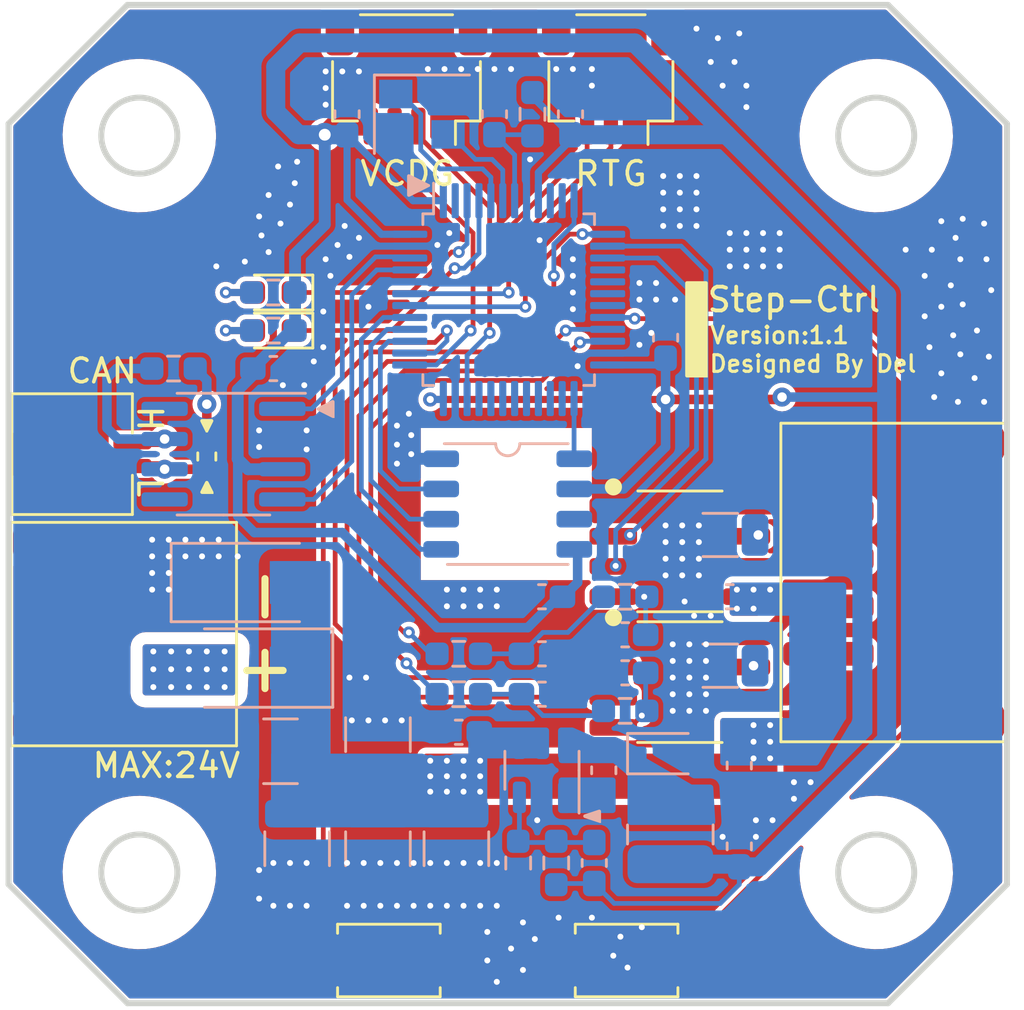
<source format=kicad_pcb>
(kicad_pcb (version 20211014) (generator pcbnew)
  (layers (0 "F.Cu" signal) (31 "B.Cu" signal) (34 "B.Paste" user) (35 "F.Paste" user) (36 "B.SilkS" user "B.Silkscreen") (37 "F.SilkS" user "F.Silkscreen") (38 "B.Mask" user) (39 "F.Mask" user) (44 "Edge.Cuts" user))
  (net 0 "")
  (net 1 "Net-(C5-Pad1)")
  (net 2 "GND")
  (net 3 "VCC")
  (net 4 "+3V3")
  (net 5 "Net-(C19-Pad1)")
  (net 6 "/OSC_OUT")
  (net 7 "/OSC_IN")
  (net 8 "Net-(C20-Pad1)")
  (net 9 "Net-(C21-Pad1)")
  (net 10 "Net-(R10-Pad1)")
  (net 11 "Net-(R13-Pad1)")
  (net 12 "/POWER_U")
  (net 13 "/TEMP")
  (net 14 "Net-(D1-Pad2)")
  (net 15 "Net-(D2-Pad1)")
  (net 16 "Net-(D2-Pad2)")
  (net 17 "Net-(D3-Pad1)")
  (net 18 "Net-(D3-Pad2)")
  (net 19 "/SWDIO")
  (net 20 "/SWCLK")
  (net 21 "/UART1_TX")
  (net 22 "/UART1_RX")
  (net 23 "/CAN_H")
  (net 24 "/CAN_L")
  (net 25 "/OUT_A-")
  (net 26 "/OUT_A+")
  (net 27 "/OUT_B-")
  (net 28 "/OUT_B+")
  (net 31 "/IN_PWM_A")
  (net 32 "/IN_PWM_B")
  (net 33 "Net-(R14-Pad1)")
  (net 35 "/KEY_UP")
  (net 36 "/KEY_DOWN")
  (net 38 "/IN_BM")
  (net 39 "/IN_BP")
  (net 40 "/IN_AM")
  (net 41 "/IN_AP")
  (net 46 "/SPI2_SCK")
  (net 47 "/SPI2_MISO")
  (net 48 "/SPI2_MOSI")
  (net 49 "/OLED_DC")
  (net 50 "/OLED_RES")
  (net 51 "/OLED_CS")
  (net 52 "/USB_DM")
  (net 53 "/USB_DP")
  (net 54 "/MT6812_CS")
  (net 55 "/SPI1_SCK")
  (net 56 "/SPI1_MISO")
  (net 57 "/SPI1_MOSI")
  (net 58 "/CAN_RX")
  (net 59 "/CAN_TX")
  (net 60 "Net-(C3-Pad1)")
  (net 61 "Net-(C6-Pad1)")
  (net 62 "Net-(C6-Pad2)")
  (net 63 "Net-(C22-Pad1)")
  (footprint "ADel:SW_3x4" (layer "F.Cu") (at 134.66 118)
    (fp_text reference "SW2" hide)
    (fp_text value "KEY" hide)
  )
  (footprint "ADel:SW_3x4" (layer "F.Cu") (at 124.66 118 180)
    (fp_text reference "SW1" hide)
    (fp_text value "KEY" hide)
  )
  (footprint "LED_SMD:LED_0603_1608Metric_Pad1.05x0.95mm_HandSolder" (layer "F.Cu") (at 119.8 91.5 180)
    (fp_text reference "D3" hide)
    (fp_text value "LED" hide)
  )
  (footprint "Connector_JST:JST_SH_SM04B-SRSS-TB_1x04-1MP_P1.00mm_Horizontal" (layer "F.Cu") (at 125.4 80.9 180)
    (fp_text reference "J2" hide)
    (fp_text value "DEBUG" hide)
  )
  (footprint "Resistor_SMD:R_0402_1005Metric" (layer "F.Cu") (at 117 96.8 -90)
    (fp_text reference "R10" hide)
    (fp_text value "0R" hide)
  )
  (footprint "ADel:SH1.0_01x02P_WT" (layer "F.Cu") (at 113.87 96.7 -90)
    (fp_text reference "J4" hide)
    (fp_text value "Conn_01x02_Male" hide)
  )
  (footprint "ADel:ESOP8L" (layer "F.Cu") (at 136.9 100.7905)
    (fp_text reference "U5" hide)
    (fp_text value "AT4950" hide)
  )
  (footprint "Connector_JST:JST_SH_SM03B-SRSS-TB_1x03-1MP_P1.00mm_Horizontal" (layer "F.Cu") (at 134 80.9 180)
    (fp_text reference "J3" hide)
    (fp_text value "UART" hide)
  )
  (footprint "ADel:PH2.0mm-2P-WT" (layer "F.Cu") (at 116.25 104.27 90)
    (fp_text reference "J1" hide)
    (fp_text value "VIN" hide)
  )
  (footprint "LED_SMD:LED_0603_1608Metric_Pad1.05x0.95mm_HandSolder" (layer "F.Cu") (at 119.8 89.9 180)
    (fp_text reference "D2" hide)
    (fp_text value "LED" hide)
  )
  (footprint "ADel:ESOP8L" (layer "F.Cu") (at 136.9 106.2905)
    (fp_text reference "U6" hide)
    (fp_text value "AT4950" hide)
  )
  (footprint "ADel:PH2.0mm-4P-WT" (layer "F.Cu") (at 143.15 102.1 -90)
    (fp_text reference "J5" hide)
    (fp_text value "STEP" hide)
  )
  (footprint "Capacitor_SMD:C_0603_1608Metric_Pad1.08x0.95mm_HandSolder" (layer "B.Cu") (at 133.3 113.9 -90)
    (fp_text reference "C5" hide)
    (fp_text value "33pF" hide)
  )
  (footprint "Capacitor_SMD:C_1210_3225Metric" (layer "B.Cu") (at 124.2 113.3 -90)
    (fp_text reference "C4" hide)
    (fp_text value "100uF" hide)
  )
  (footprint "Resistor_SMD:R_0603_1608Metric_Pad0.98x0.95mm_HandSolder" (layer "B.Cu") (at 131.7 113.9 -90)
    (fp_text reference "R6" hide)
    (fp_text value "124K" hide)
  )
  (footprint "Capacitor_SMD:C_0603_1608Metric_Pad1.08x0.95mm_HandSolder" (layer "B.Cu") (at 119.8 93.1)
    (fp_text reference "C13" hide)
    (fp_text value "100nF" hide)
  )
  (footprint "Capacitor_SMD:C_0603_1608Metric_Pad1.08x0.95mm_HandSolder" (layer "B.Cu") (at 129.1 82.4 90)
    (fp_text reference "C3" hide)
    (fp_text value "100nF" hide)
  )
  (footprint "Resistor_SMD:R_0603_1608Metric_Pad0.98x0.95mm_HandSolder" (layer "B.Cu") (at 119.8 89.9)
    (fp_text reference "R1" hide)
    (fp_text value "1K" hide)
  )
  (footprint "Capacitor_SMD:C_0603_1608Metric_Pad1.08x0.95mm_HandSolder" (layer "B.Cu") (at 136.3 91.8 90)
    (fp_text reference "C14" hide)
    (fp_text value "100nF" hide)
  )
  (footprint "Resistor_SMD:R_0603_1608Metric_Pad0.98x0.95mm_HandSolder" (layer "B.Cu") (at 130.1 113.9 90)
    (fp_text reference "R5" hide)
    (fp_text value "40.2K" hide)
  )
  (footprint "Resistor_SMD:R_0603_1608Metric_Pad0.98x0.95mm_HandSolder" (layer "B.Cu") (at 119.8 91.5)
    (fp_text reference "R2" hide)
    (fp_text value "1K" hide)
  )
  (footprint "Capacitor_SMD:C_1210_3225Metric" (layer "B.Cu") (at 124.2 108.5 90)
    (fp_text reference "C8" hide)
    (fp_text value "100uF" hide)
  )
  (footprint "Capacitor_SMD:C_0603_1608Metric_Pad1.08x0.95mm_HandSolder" (layer "B.Cu") (at 131.1 105.1)
    (fp_text reference "C19" hide)
    (fp_text value "100nF" hide)
  )
  (footprint "Capacitor_SMD:C_0603_1608Metric_Pad1.08x0.95mm_HandSolder" (layer "B.Cu") (at 139 102.7 180)
    (fp_text reference "C24" hide)
    (fp_text value "100nF" hide)
  )
  (footprint "Resistor_SMD:R_0603_1608Metric_Pad0.98x0.95mm_HandSolder" (layer "B.Cu") (at 130.7 82.4 -90)
    (fp_text reference "R3" hide)
    (fp_text value "10K" hide)
  )
  (footprint "Capacitor_SMD:C_0603_1608Metric_Pad1.08x0.95mm_HandSolder" (layer "B.Cu") (at 127.6 108.4 180)
    (fp_text reference "C10" hide)
    (fp_text value "4.7uF" hide)
  )
  (footprint "Diode_SMD:D_SMA" (layer "B.Cu") (at 118.9 102.1)
    (fp_text reference "D4" hide)
    (fp_text value "SMAJ28CA" hide)
  )
  (footprint "Capacitor_SMD:C_1210_3225Metric" (layer "B.Cu") (at 127.5 113.3 -90)
    (fp_text reference "C9" hide)
    (fp_text value "100uF" hide)
  )
  (footprint "Diode_SMD:D_SOD-323" (layer "B.Cu") (at 136.2 109.3)
    (fp_text reference "D5" hide)
    (fp_text value "SS14" hide)
  )
  (footprint "Capacitor_SMD:C_0603_1608Metric_Pad1.08x0.95mm_HandSolder" (layer "B.Cu") (at 134.6 105.9 180)
    (fp_text reference "C22" hide)
    (fp_text value "100nF" hide)
  )
  (footprint "Package_QFP:LQFP-48_7x7mm_P0.5mm" (layer "B.Cu") (at 129.7 90.2 -90)
    (fp_text reference "U2" hide)
    (fp_text value "STM32F103CBTx" hide)
  )
  (footprint "Capacitor_SMD:C_0603_1608Metric_Pad1.08x0.95mm_HandSolder" (layer "B.Cu") (at 131.1 102.7 180)
    (fp_text reference "C23" hide)
    (fp_text value "100nF" hide)
  )
  (footprint "Capacitor_SMD:C_0603_1608Metric_Pad1.08x0.95mm_HandSolder" (layer "B.Cu") (at 131.1 106.8)
    (fp_text reference "C20" hide)
    (fp_text value "100nF" hide)
  )
  (footprint "ADel:SOP-8" (layer "B.Cu") (at 129.66 98.8 180)
    (fp_text reference "U3" hide)
    (fp_text value "MT6816" hide)
  )
  (footprint "Capacitor_SMD:C_0603_1608Metric_Pad1.08x0.95mm_HandSolder" (layer "B.Cu") (at 122.9 82.4 90)
    (fp_text reference "C17" hide)
    (fp_text value "100nF" hide)
  )
  (footprint "Crystal:Crystal_SMD_3225-4Pin_3.2x2.5mm" (layer "B.Cu") (at 126.05 82.4)
    (fp_text reference "Y1" hide)
    (fp_text value "12MHz" hide)
  )
  (footprint "Capacitor_SMD:C_0603_1608Metric_Pad1.08x0.95mm_HandSolder" (layer "B.Cu") (at 139.4 113.2 90)
    (fp_text reference "C11" hide)
    (fp_text value "10uF" hide)
  )
  (footprint "Capacitor_SMD:C_0603_1608Metric_Pad1.08x0.95mm_HandSolder" (layer "B.Cu") (at 132.3 82.4 90)
    (fp_text reference "C12" hide)
    (fp_text value "100nF" hide)
  )
  (footprint "Resistor_SMD:R_0603_1608Metric_Pad0.98x0.95mm_HandSolder" (layer "B.Cu") (at 134.6 102.7 180)
    (fp_text reference "R11" hide)
    (fp_text value "1K" hide)
  )
  (footprint "Package_TO_SOT_SMD:SOT-23-6" (layer "B.Cu") (at 131.1 110 90)
    (fp_text reference "U1" hide)
    (fp_text value "MP2451" hide)
  )
  (footprint "Capacitor_SMD:C_0603_1608Metric_Pad1.08x0.95mm_HandSolder" (layer "B.Cu") (at 139.4 109.8 -90)
    (fp_text reference "C25" hide)
    (fp_text value "100nF" hide)
  )
  (footprint "ADel:IND_CD32" (layer "B.Cu") (at 136.5 112.7 -90)
    (fp_text reference "L1" hide)
    (fp_text value "2.2uH" hide)
  )
  (footprint "Capacitor_SMD:C_1210_3225Metric" (layer "B.Cu") (at 120.8 113.3 -90)
    (fp_text reference "C7" hide)
    (fp_text value "100uF" hide)
  )
  (footprint "Resistor_SMD:R_1206_3216Metric" (layer "B.Cu") (at 138.6 100.1 180)
    (fp_text reference "R13" hide)
    (fp_text value "0.1R" hide)
  )
  (footprint "Capacitor_SMD:C_0603_1608Metric_Pad1.08x0.95mm_HandSolder" (layer "B.Cu") (at 134.6 104.3 180)
    (fp_text reference "C21" hide)
    (fp_text value "100nF" hide)
  )
  (footprint "Resistor_SMD:R_0603_1608Metric_Pad0.98x0.95mm_HandSolder" (layer "B.Cu") (at 127.6 106.8 180)
    (fp_text reference "R9" hide)
    (fp_text value "1K" hide)
  )
  (footprint "Package_SO:SOIC-8_3.9x4.9mm_P1.27mm" (layer "B.Cu") (at 117.7 96.7 180)
    (fp_text reference "U4" hide)
    (fp_text value "SN65HVD232" hide)
  )
  (footprint "Resistor_SMD:R_0603_1608Metric_Pad0.98x0.95mm_HandSolder" (layer "B.Cu") (at 134.6 107.5 180)
    (fp_text reference "R12" hide)
    (fp_text value "1K" hide)
  )
  (footprint "Resistor_SMD:R_0603_1608Metric_Pad0.98x0.95mm_HandSolder" (layer "B.Cu") (at 115.6 93.1)
    (fp_text reference "R7" hide)
    (fp_text value "120R" hide)
  )
  (footprint "Resistor_SMD:R_0603_1608Metric_Pad0.98x0.95mm_HandSolder" (layer "B.Cu") (at 127.6 105.1 180)
    (fp_text reference "R8" hide)
    (fp_text value "1K" hide)
  )
  (footprint "Capacitor_SMD:C_1210_3225Metric" (layer "B.Cu") (at 120.1 109.2 180)
    (fp_text reference "C2" hide)
    (fp_text value "100uF" hide)
  )
  (footprint "Diode_SMD:D_SMA" (layer "B.Cu") (at 118.9 105.7 180)
    (fp_text reference "D1" hide)
    (fp_text value "SS54" hide)
  )
  (footprint "Resistor_SMD:R_1206_3216Metric" (layer "B.Cu") (at 138.6 105.6 180)
    (fp_text reference "R14" hide)
    (fp_text value "0.1R" hide)
  )
  (footprint "Capacitor_SMD:C_0603_1608Metric_Pad1.08x0.95mm_HandSolder" (layer "B.Cu") (at 133.7 110 -90)
    (fp_text reference "C6" hide)
    (fp_text value "100nF" hide)
  )
  (gr_poly (pts (xy 133.51 112.13) (xy 132.91 111.93) (xy 133.51 111.73)) (layer "B.SilkS") (width 0.15) (fill solid))
  (gr_poly (pts (xy 122.3 95.1) (xy 121.7 94.8) (xy 122.3 94.5)) (layer "B.SilkS") (width 0.15) (fill solid))
  (gr_poly (pts (xy 126.3 85.4) (xy 125.5 85.8) (xy 125.5 85)) (layer "B.SilkS") (width 0.15) (fill solid))
  (gr_poly (pts (xy 138 93.4) (xy 137.2 93.4) (xy 137.2 89.5) (xy 138 89.5)) (layer "F.SilkS") (width 0.15) (fill solid))
  (gr_poly (pts (xy 117 95.7) (xy 116.8 95.3) (xy 117.2 95.3)) (layer "F.SilkS") (width 0.15) (fill solid))
  (gr_poly (pts (xy 117 97.9) (xy 117.2 98.3) (xy 116.8 98.3)) (layer "F.SilkS") (width 0.15) (fill solid))
  (gr_circle (center 145.161 114.3) (end 146.761 114.3) (layer "Edge.Cuts") (width 0.25) (fill none))
  (gr_line (start 145.661 119.8) (end 150.661 114.8) (layer "Edge.Cuts") (width 0.25))
  (gr_line (start 113.661 119.8) (end 145.661 119.8) (layer "Edge.Cuts") (width 0.25))
  (gr_line (start 150.661 114.8) (end 150.661 82.8) (layer "Edge.Cuts") (width 0.25))
  (gr_line (start 145.661 77.8) (end 150.661 82.8) (layer "Edge.Cuts") (width 0.25))
  (gr_circle (center 114.161 83.3) (end 115.761 83.3) (layer "Edge.Cuts") (width 0.25) (fill none))
  (gr_circle (center 145.161 83.3) (end 146.761 83.3) (layer "Edge.Cuts") (width 0.25) (fill none))
  (gr_circle (center 114.161 114.3) (end 115.761 114.3) (layer "Edge.Cuts") (width 0.25) (fill none))
  (gr_line (start 145.661 77.8) (end 113.661 77.8) (layer "Edge.Cuts") (width 0.25))
  (gr_line (start 108.661 82.8) (end 108.661 114.8) (layer "Edge.Cuts") (width 0.25))
  (gr_line (start 108.661 82.8) (end 113.661 77.8) (layer "Edge.Cuts") (width 0.25))
  (gr_line (start 113.661 119.8) (end 108.661 114.8) (layer "Edge.Cuts") (width 0.25))
  (gr_text "G" (at 126.9 84.9) (layer "F.SilkS") (effects (font (size 1 1))))
  (gr_text "-" (at 119.3 102.7 90) (layer "F.SilkS") (effects (font (size 2 2) (thickness 0.3))))
  (gr_text "MAX:24V" (at 115.3 109.8) (layer "F.SilkS") (effects (font (size 1 1))))
  (gr_text "V" (at 123.9 84.9) (layer "F.SilkS") (effects (font (size 1 1))))
  (gr_text "Version:1.1" (at 141.1 91.7) (layer "F.SilkS") (effects (font (size 0.7 0.7) (thickness 0.13))))
  (gr_text "L" (at 114.6 98.1 270) (layer "F.SilkS") (effects (font (size 1 1))))
  (gr_text "D" (at 125.9 84.9) (layer "F.SilkS") (effects (font (size 1 1))))
  (gr_text "R" (at 133 84.9) (layer "F.SilkS") (effects (font (size 1 1))))
  (gr_text "H" (at 114.6 95.2 270) (layer "F.SilkS") (effects (font (size 1 1))))
  (gr_text "G" (at 135 84.9) (layer "F.SilkS") (effects (font (size 1 1))))
  (gr_text "Designed By Del" (at 142.5 92.9) (layer "F.SilkS") (effects (font (size 0.7 0.7) (thickness 0.13))))
  (gr_text "T" (at 134 84.9) (layer "F.SilkS") (effects (font (size 1 1))))
  (gr_text "C" (at 124.9 84.9) (layer "F.SilkS") (effects (font (size 1 1))))
  (gr_text "CAN" (at 112.6 93.2) (layer "F.SilkS") (effects (font (size 1 1))))
  (gr_text "Step-Ctrl" (at 141.7 90.2) (layer "F.SilkS") (effects (font (size 1 1) (thickness 0.16))))
  (gr_text "+" (at 119.3 105.8 90) (layer "F.SilkS") (effects (font (size 2 2) (thickness 0.3))))
  (segment (start 130.15 113.0375) (end 130.1 112.9875) (width 0.2) (layer "B.Cu") (net 1))
  (segment (start 133.3 113.0375) (end 130.15 113.0375) (width 0.2) (layer "B.Cu") (net 1))
  (segment (start 130.15 112.9375) (end 130.1 112.9875) (width 0.2) (layer "B.Cu") (net 1))
  (segment (start 130.15 111.1375) (end 130.15 112.9375) (width 0.2) (layer "B.Cu") (net 1))
  (via (at 147.9 86.9) (size 0.5) (drill 0.25) (layers "F.Cu" "B.Cu") (net 2))
  (via (at 115.4 100.3) (size 0.5) (drill 0.25) (layers "F.Cu" "B.Cu") (net 2))
  (via (at 124.5 107.9) (size 0.5) (drill 0.25) (layers "F.Cu" "B.Cu") (net 2))
  (via (at 123.4 87.6) (size 0.5) (drill 0.25) (layers "F.Cu" "B.Cu") (net 2))
  (via (at 140.8 112.1) (size 0.5) (drill 0.25) (layers "F.Cu" "B.Cu") (net 2))
  (via (at 133.2 80.5) (size 0.5) (drill 0.25) (layers "F.Cu" "B.Cu") (net 2))
  (via (at 139.2 80.2) (size 0.5) (drill 0.25) (layers "F.Cu" "B.Cu") (net 2))
  (via (at 128.5 103.1) (size 0.5) (drill 0.25) (layers "F.Cu" "B.Cu") (net 2))
  (via (at 138 106.8) (size 0.5) (drill 0.25) (layers "F.Cu" "B.Cu") (net 2))
  (via (at 120.8 84.4) (size 0.5) (drill 0.25) (layers "F.Cu" "B.Cu") (net 2))
  (via (at 118.6 88.6) (size 0.5) (drill 0.25) (layers "F.Cu" "B.Cu") (net 2))
  (via (at 131.8 116.2) (size 0.5) (drill 0.25) (layers "F.Cu" "B.Cu") (net 2))
  (via (at 138 107.5) (size 0.5) (drill 0.25) (layers "F.Cu" "B.Cu") (net 2))
  (via (at 140.4 88.8) (size 0.5) (drill 0.25) (layers "F.Cu" "B.Cu") (net 2))
  (via (at 123 106.1) (size 0.5) (drill 0.25) (layers "F.Cu" "B.Cu") (net 2))
  (via (at 123.1 107.9) (size 0.5) (drill 0.25) (layers "F.Cu" "B.Cu") (net 2))
  (via (at 125.6 96.7) (size 0.5) (drill 0.25) (layers "F.Cu" "B.Cu") (net 2))
  (via (at 116.8 100.3) (size 0.5) (drill 0.25) (layers "F.Cu" "B.Cu") (net 2))
  (via (at 137.6 78.8) (size 0.5) (drill 0.25) (layers "F.Cu" "B.Cu") (net 2))
  (via (at 131 87.7) (size 0.5) (drill 0.25) (layers "F.Cu" "B.Cu") (net 2))
  (via (at 136.3 100.4) (size 0.5) (drill 0.25) (layers "F.Cu" "B.Cu") (net 2))
  (via (at 128.8 116.8) (size 0.5) (drill 0.25) (layers "F.Cu" "B.Cu") (net 2))
  (via (at 129.2 103.1) (size 0.5) (drill 0.25) (layers "F.Cu" "B.Cu") (net 2))
  (via (at 127.2 87.4) (size 0.5) (drill 0.25) (layers "F.Cu" "B.Cu") (net 2))
  (via (at 137.3 107.5) (size 0.5) (drill 0.25) (layers "F.Cu" "B.Cu") (net 2))
  (via (at 137.3 106.8) (size 0.5) (drill 0.25) (layers "F.Cu" "B.Cu") (net 2))
  (via (at 136.6 105.4) (size 0.5) (drill 0.25) (layers "F.Cu" "B.Cu") (net 2))
  (via (at 135.2 90.2) (size 0.5) (drill 0.25) (layers "F.Cu" "B.Cu") (net 2))
  (via (at 148.5 87.6) (size 0.5) (drill 0.25) (layers "F.Cu" "B.Cu") (net 2))
  (via (at 140.4 87.4) (size 0.5) (drill 0.25) (layers "F.Cu" "B.Cu") (net 2))
  (via (at 138.5 79.2) (size 0.5) (drill 0.25) (layers "F.Cu" "B.Cu") (net 2))
  (via (at 136.6 106.1) (size 0.5) (drill 0.25) (layers "F.Cu" "B.Cu") (net 2))
  (via (at 125.2 107.9) (size 0.5) (drill 0.25) (layers "F.Cu" "B.Cu") (net 2))
  (via (at 147.5 88.1) (size 0.5) (drill 0.25) (layers "F.Cu" "B.Cu") (net 2))
  (via (at 119.2 115.4) (size 0.5) (drill 0.25) (layers "F.Cu" "B.Cu") (net 2))
  (via (at 141.1 87.4) (size 0.5) (drill 0.25) (layers "F.Cu" "B.Cu") (net 2))
  (via (at 121.9 92.2) (size 0.5) (drill 0.25) (layers "F.Cu" "B.Cu") (net 2))
  (via (at 148.7 88.5) (size 0.5) (drill 0.25) (layers "F.Cu" "B.Cu") (net 2))
  (via (at 119.8 113.9) (size 0.5) (drill 0.25) (layers "F.Cu" "B.Cu") (net 2))
  (via (at 134.7 118.3) (size 0.5) (drill 0.25) (layers "F.Cu" "B.Cu") (net 2))
  (via (at 127.1 102.4) (size 0.5) (drill 0.25) (layers "F.Cu" "B.Cu") (net 2))
  (via (at 147.9 90.5) (size 0.5) (drill 0.25) (layers "F.Cu" "B.Cu") (net 2))
  (via (at 132.4 89.9) (size 0.5) (drill 0.25) (layers "F.Cu" "B.Cu") (net 2))
  (via (at 122 82) (size 0.5) (drill 0.25) (layers "F.Cu" "B.Cu") (net 2))
  (via (at 127.7 80.5) (size 0.5) (drill 0.25) (layers "F.Cu" "B.Cu") (net 2))
  (via (at 123.7 106.1) (size 0.5) (drill 0.25) (layers "F.Cu" "B.Cu") (net 2))
  (via (at 120.5 115.7) (size 0.5) (drill 0.25) (layers "F.Cu" "B.Cu") (net 2))
  (via (at 125 95.5) (size 0.5) (drill 0.25) (layers "F.Cu" "B.Cu") (net 2))
  (via (at 125.7 113.9) (size 0.5) (drill 0.25) (layers "F.Cu" "B.Cu") (net 2))
  (via (at 147.2 90.9) (size 0.5) (drill 0.25) (layers "F.Cu" "B.Cu") (net 2))
  (via (at 137 100.4) (size 0.5) (drill 0.25) (layers "F.Cu" "B.Cu") (net 2))
  (via (at 115.4 102.4) (size 0.5) (drill 0.25) (layers "F.Cu" "B.Cu") (net 2))
  (via (at 133.2 81.2) (size 0.5) (drill 0.25) (layers "F.Cu" "B.Cu") (net 2))
  (via (at 137.3 105.4) (size 0.5) (drill 0.25) (layers "F.Cu" "B.Cu") (net 2))
  (via (at 130.3 118.4) (size 0.5) (drill 0.25) (layers "F.Cu" "B.Cu") (net 2))
  (via (at 127.1 115.7) (size 0.5) (drill 0.25) (layers "F.Cu" "B.Cu") (net 2))
  (via (at 136.2 86.4) (size 0.5) (drill 0.25) (layers "F.Cu" "B.Cu") (net 2))
  (via (at 139 88.1) (size 0.5) (drill 0.25) (layers "F.Cu" "B.Cu") (net 2))
  (via (at 135.9 90.2) (size 0.5) (drill 0.25) (layers "F.Cu" "B.Cu") (net 2))
  (via (at 129.1 80.5) (size 0.5) (drill 0.25) (layers "F.Cu" "B.Cu") (net 2))
  (via (at 120.5 113.9) (size 0.5) (drill 0.25) (layers "F.Cu" "B.Cu") (net 2))
  (via (at 139.7 87.4) (size 0.5) (drill 0.25) (layers "F.Cu" "B.Cu") (net 2))
  (via (at 123.8 107.9) (size 0.5) (drill 0.25) (layers "F.Cu" "B.Cu") (net 2))
  (via (at 126.7 87.9) (size 0.5) (drill 0.25) (layers "F.Cu" "B.Cu") (net 2))
  (via (at 129.2 102.4) (size 0.5) (drill 0.25) (layers "F.Cu" "B.Cu") (net 2))
  (via (at 121.1 93.8) (size 0.5) (drill 0.25) (layers "F.Cu" "B.Cu") (net 2))
  (via (at 136.2 85.7) (size 0.5) (drill 0.25) (layers "F.Cu" "B.Cu") (net 2))
  (via (at 149.3 93.5) (size 0.5) (drill 0.25) (layers "F.Cu" "B.Cu") (net 2))
  (via (at 135.9 89.5) (size 0.5) (drill 0.25) (layers "F.Cu" "B.Cu") (net 2))
  (via (at 126.3 80.5) (size 0.5) (drill 0.25) (layers "F.Cu" "B.Cu") (net 2))
  (via (at 137.6 86.4) (size 0.5) (drill 0.25) (layers "F.Cu" "B.Cu") (net 2))
  (via (at 137.7 101.8) (size 0.5) (drill 0.25) (layers "F.Cu" "B.Cu") (net 2))
  (via (at 127.1 103.1) (size 0.5) (drill 0.25) (layers "F.Cu" "B.Cu") (net 2))
  (via (at 139.7 88.8) (size 0.5) (drill 0.25) (layers "F.Cu" "B.Cu") (net 2))
  (via (at 120.1 87) (size 0.5) (drill 0.25) (layers "F.Cu" "B.Cu") (net 2))
  (via (at 136.2 87.1) (size 0.5) (drill 0.25) (layers "F.Cu" "B.Cu") (net 2))
  (via (at 118.3 101) (size 0.5) (drill 0.25) (layers "F.Cu" "B.Cu") (net 2))
  (via (at 122 80.6) (size 0.5) (drill 0.25) (layers "F.Cu" "B.Cu") (net 2))
  (via (at 123.8 90.5) (size 0.5) (drill 0.25) (layers "F.Cu" "B.Cu") (net 2))
  (via (at 120 84.6) (size 0.5) (drill 0.25) (layers "F.Cu" "B.Cu") (net 2))
  (via (at 148.8 86.8) (size 0.5) (drill 0.25) (layers "F.Cu" "B.Cu") (net 2))
  (via (at 124.3 115.7) (size 0.5) (drill 0.25) (layers "F.Cu" "B.Cu") (net 2))
  (via (at 119.2 86.7) (size 0.5) (drill 0.25) (layers "F.Cu" "B.Cu") (net 2))
  (via (at 147.9 93.3) (size 0.5) (drill 0.25) (layers "F.Cu" "B.Cu") (net 2))
  (via (at 147.6 94.3) (size 0.5) (drill 0.25) (layers "F.Cu" "B.Cu") (net 2))
  (via (at 138.7 81.2) (size 0.5) (drill 0.25) (layers "F.Cu" "B.Cu") (net 2))
  (via (at 140.4 88.1) (size 0.5) (drill 0.25) (layers "F.Cu" "B.Cu") (net 2))
  (via (at 141.1 88.1) (size 0.5) (drill 0.25) (layers "F.Cu" "B.Cu") (net 2))
  (via (at 127.8 113.9) (size 0.5) (drill 0.25) (layers "F.Cu" "B.Cu") (net 2))
  (via (at 115.4 101.7) (size 0.5) (drill 0.25) (layers "F.Cu" "B.Cu") (net 2))
  (via (at 119.6 88.2) (size 0.5) (drill 0.25) (layers "F.Cu" "B.Cu") (net 2))
  (via (at 137.7 101.1) (size 0.5) (drill 0.25) (layers "F.Cu" "B.Cu") (net 2))
  (via (at 129.2 115.7) (size 0.5) (drill 0.25) (layers "F.Cu" "B.Cu") (net 2))
  (via (at 136.2 85) (size 0.5) (drill 0.25) (layers "F.Cu" "B.Cu") (net 2))
  (via (at 127.8 103.1) (size 0.5) (drill 0.25) (layers "F.Cu" "B.Cu") (net 2))
  (via (at 116.1 101) (size 0.5) (drill 0.25) (layers "F.Cu" "B.Cu") (net 2))
  (via (at 114.7 102.4) (size 0.5) (drill 0.25) (layers "F.Cu" "B.Cu") (net 2))
  (via (at 140.1 112.1) (size 0.5) (drill 0.25) (layers "F.Cu" "B.Cu") (net 2))
  (via (at 129.8 80.5) (size 0.5) (drill 0.25) (layers "F.Cu" "B.Cu") (net 2))
  (via (at 139.7 82.1) (size 0.5) (drill 0.25) (layers "F.Cu" "B.Cu") (net 2))
  (via (at 141.7 110.5) (size 0.5) (drill 0.25) (layers "F.Cu" "B.Cu") (net 2))
  (via (at 119.2 96.4) (size 0.5) (drill 0.25) (layers "F.Cu" "B.Cu") (net 2))
  (via (at 130.3 116.4) (size 0.5) (drill 0.25) (layers "F.Cu" "B.Cu") (net 2))
  (via (at 148.4 91.7) (size 0.5) (drill 0.25) (layers "F.Cu" "B.Cu") (net 2))
  (via (at 137.7 99.7) (size 0.5) (drill 0.25) (layers "F.Cu" "B.Cu") (net 2))
  (via (at 122.7 80.6) (size 0.5) (drill 0.25) (layers "F.Cu" "B.Cu") (net 2))
  (via (at 139.4 79) (size 0.5) (drill 0.25) (layers "F.Cu" "B.Cu") (net 2))
  (via (at 115.4 101) (size 0.5) (drill 0.25) (layers "F.Cu" "B.Cu") (net 2))
  (via (at 138 104.7) (size 0.5) (drill 0.25) (layers "F.Cu" "B.Cu") (net 2))
  (via (at 146.4 88.1) (size 0.5) (drill 0.25) (layers "F.Cu" "B.Cu") (net 2))
  (via (at 121.2 96.5) (size 0.5) (drill 0.25) (layers "F.Cu" "B.Cu") (net 2))
  (via (at 117.4 88.8) (size 0.5) (drill 0.25) (layers "F.Cu" "B.Cu") (net 2))
  (via (at 138 106.1) (size 0.5) (drill 0.25) (layers "F.Cu" "B.Cu") (net 2))
  (via (at 136.9 85) (size 0.5) (drill 0.25) (layers "F.Cu" "B.Cu") (net 2))
  (via (at 137 99.7) (size 0.5) (drill 0.25) (layers "F.Cu" "B.Cu") (net 2))
  (via (at 148.6 94.5) (size 0.5) (drill 0.25) (layers "F.Cu" "B.Cu") (net 2))
  (via (at 128.4 80.5) (size 0.5) (drill 0.25) (layers "F.Cu" "B.Cu") (net 2))
  (via (at 128.5 113.9) (size 0.5) (drill 0.25) (layers "F.Cu" "B.Cu") (net 2))
  (via (at 135.2 89.5) (size 0.5) (drill 0.25) (layers "F.Cu" "B.Cu") (net 2))
  (via (at 125 97.1) (size 0.5) (drill 0.25) (layers "F.Cu" "B.Cu") (net 2))
  (via (at 130.8 117.1) (size 0.5) (drill 0.25) (layers "F.Cu" "B.Cu") (net 2))
  (via (at 114.7 101) (size 0.5) (drill 0.25) (layers "F.Cu" "B.Cu") (net 2))
  (via (at 119.3 87.5) (size 0.5) (drill 0.25) (layers "F.Cu" "B.Cu") (net 2))
  (via (at 141.7 111.2) (size 0.5) (drill 0.25) (layers "F.Cu" "B.Cu") (net 2))
  (via (at 136.9 86.4) (size 0.5) (drill 0.25) (layers "F.Cu" "B.Cu") (net 2))
  (via (at 137.6 85) (size 0.5) (drill 0.25) (layers "F.Cu" "B.Cu") (net 2))
  (via (at 117.5 101) (size 0.5) (drill 0.25) (layers "F.Cu" "B.Cu") (net 2))
  (via (at 138 105.4) (size 0.5) (drill 0.25) (layers "F.Cu" "B.Cu") (net 2))
  (via (at 140.1 112.8) (size 0.5) (drill 0.25) (layers "F.Cu" "B.Cu") (net 2))
  (via (at 139 87.4) (size 0.5) (drill 0.25) (layers "F.Cu" "B.Cu") (net 2))
  (via (at 128.8 118) (size 0.5) (drill 0.25) (layers "F.Cu" "B.Cu") (net 2))
  (via (at 150 89.8) (size 0.5) (drill 0.25) (layers "F.Cu" "B.Cu") (net 2))
  (via (at 149.7 94.5) (size 0.5) (drill 0.25) (layers "F.Cu" "B.Cu") (net 2))
  (via (at 122 88.5) (size 0.5) (drill 0.25) (layers "F.Cu" "B.Cu") (net 2))
  (via (at 125 96.3) (size 0.5) (drill 0.25) (layers "F.Cu" "B.Cu") (net 2))
  (via (at 125.7 115.7) (size 0.5) (drill 0.25) (layers "F.Cu" "B.Cu") (net 2))
  (via (at 125.6 95.9) (size 0.5) (drill 0.25) (layers "F.Cu" "B.Cu") (net 2))
  (via (at 125.5 95) (size 0.5) (drill 0.25) (layers "F.Cu" "B.Cu") (net 2))
  (via (at 141.1 88.8) (size 0.5) (drill 0.25) (layers "F.Cu" "B.Cu") (net 2))
  (via (at 122.2 89.2) (size 0.5) (drill 0.25) (layers "F.Cu" "B.Cu") (net 2))
  (via (at 122.8 87.1) (size 0.5) (drill 0.25) (layers "F.Cu" "B.Cu") (net 2))
  (via (at 149.4 91.5) (size 0.5) (drill 0.25) (layers "F.Cu" "B.Cu") (net 2))
  (via (at 132.4 90.6) (size 0.5) (drill 0.25) (layers "F.Cu" "B.Cu") (net 2))
  (via (at 138.2 103.5) (size 0.5) (drill 0.25) (layers "F.Cu" "B.Cu") (net 2))
  (via (at 136.3 99.7) (size 0.5) (drill 0.25) (layers "F.Cu" "B.Cu") (net 2))
  (via (at 122 81.3) (size 0.5) (drill 0.25) (layers "F.Cu" "B.Cu") (net 2))
  (via (at 126.4 113.9) (size 0.5) (drill 0.25) (layers "F.Cu" "B.Cu") (net 2))
  (via (at 139 88.8) (size 0.5) (drill 0.25) (layers "F.Cu" "B.Cu") (net 2))
  (via (at 121.2 115.7) (size 0.5) (drill 0.25) (layers "F.Cu" "B.Cu") (net 2))
  (via (at 137.5 103.5) (size 0.5) (drill 0.25) (layers "F.Cu" "B.Cu") (net 2))
  (via (at 137.6 85.7) (size 0.5) (drill 0.25) (layers "F.Cu" "B.Cu") (net 2))
  (via (at 132.4 89.2) (size 0.5) (drill 0.25) (layers "F.Cu" "B.Cu") (net 2))
  (via (at 134.1 117.8) (size 0.5) (drill 0.25) (layers "F.Cu" "B.Cu") (net 2))
  (via (at 130.6 84.3) (size 0.5) (drill 0.25) (layers "F.Cu" "B.Cu") (net 2))
  (via (at 129.2 113.9) (size 0.5) (drill 0.25) (layers "F.Cu" "B.Cu") (net 2))
  (via (at 120.2 93.8) (size 0.5) (drill 0.25) (layers "F.Cu" "B.Cu") (net 2))
  (via (at 137 101.8) (size 0.5) (drill 0.25) (layers "F.Cu" "B.Cu") (net 2))
  (via (at 149.9 92.6) (size 0.5) (drill 0.25) (layers "F.Cu" "B.Cu") (net 2))
  (via (at 120.5 86.2) (size 0.5) (drill 0.25) (layers "F.Cu" "B.Cu") (net 2))
  (via (at 137.6 87.1) (size 0.5) (drill 0.25) (layers "F.Cu" "B.Cu") (net 2))
  (via (at 132.4 80.5) (size 0.5) (drill 0.25) (layers "F.Cu" "B.Cu") (net 2))
  (via (at 130.9 112.1) (size 0.5) (drill 0.25) (layers "F.Cu" "B.Cu") (net 2))
  (via (at 142.4 110.5) (size 0.5) (drill 0.25) (layers "F.Cu" "B.Cu") (net 2))
  (via (at 134.4 117) (size 0.5) (drill 0.25) (layers "F.Cu" "B.Cu") (net 2))
  (via (at 135.2 92.1) (size 0.5) (drill 0.25) (layers "F.Cu" "B.Cu") (net 2))
  (via (at 124.3 113.9) (size 0.5) (drill 0.25) (layers "F.Cu" "B.Cu") (net 2))
  (via (at 137.3 106.1) (size 0.5) (drill 0.25) (layers "F.Cu" "B.Cu") (net 2))
  (via (at 121.5 92.8) (size 0.5) (drill 0.25) (layers "F.Cu" "B.Cu") (net 2))
  (via (at 128.5 102.4) (size 0.5) (drill 0.25) (layers "F.Cu" "B.Cu") (net 2))
  (via (at 138.2 80.2) (size 0.5) (drill 0.25) (layers "F.Cu" "B.Cu") (net 2))
  (via (at 129.8 117.5) (size 0.5) (drill 0.25) (layers "F.Cu" "B.Cu") (net 2))
  (via (at 114.7 100.3) (size 0.5) (drill 0.25) (layers "F.Cu" "B.Cu") (net 2))
  (via (at 136.3 101.8) (size 0.5) (drill 0.25) (layers "F.Cu" "B.Cu") (net 2))
  (via (at 126.4 115.7) (size 0.5) (drill 0.25) (layers "F.Cu" "B.Cu") (net 2))
  (via (at 136.7 90.2) (size 0.5) (drill 0.25) (layers "F.Cu" "B.Cu") (net 2))
  (via (at 123.4 80.6) (size 0.5) (drill 0.25) (layers "F.Cu" "B.Cu") (net 2))
  (via (at 148.7 92.5) (size 0.5) (drill 0.25) (layers "F.Cu" "B.Cu") (net 2))
  (via (at 139.7 81.2) (size 0.5) (drill 0.25) (layers "F.Cu" "B.Cu") (net 2))
  (via (at 131.7 80.5) (size 0.5) (drill 0.25) (layers "F.Cu" "B.Cu") (net 2))
  (via (at 127.1 113.9) (size 0.5) (drill 0.25) (layers "F.Cu" "B.Cu") (net 2))
  (via (at 149.8 88.5) (size 0.5) (drill 0.25) (layers "F.Cu" "B.Cu") (net 2))
  (via (at 121.2 113.9) (size 0.5) (drill 0.25) (layers "F.Cu" "B.Cu") (net 2))
  (via (at 136.3 101.1) (size 0.5) (drill 0.25) (layers "F.Cu" "B.Cu") (net 2))
  (via (at 135.3 116.6) (size 0.5) (drill 0.25) (layers "F.Cu" "B.Cu") (net 2))
  (via (at 121.2 95.7) (size 0.5) (drill 0.25) (layers "F.Cu" "B.Cu") (net 2))
  (via (at 137.3 104.7) (size 0.5) (drill 0.25) (layers "F.Cu" "B.Cu") (net 2))
  (via (at 114.7 101.7) (size 0.5) (drill 0.25) (layers "F.Cu" "B.Cu") (net 2))
  (via (at 136.9 85.7) (size 0.5) (drill 0.25) (layers "F.Cu" "B.Cu") (net 2))
  (via (at 117.5 100.3) (size 0.5) (drill 0.25) (layers "F.Cu" "B.Cu") (net 2))
  (via (at 149.7 87) (size 0.5) (drill 0.25) (layers "F.Cu" "B.Cu") (net 2))
  (via (at 129.2 118.9) (size 0.5) (drill 0.25) (layers "F.Cu" "B.Cu") (net 2))
  (via (at 148.8 90.4) (size 0.5) (drill 0.25) (layers "F.Cu" "B.Cu") (net 2))
  (via (at 148.3 89.6) (size 0.5) (drill 0.25) (layers "F.Cu" "B.Cu") (net 2))
  (via (at 127.8 102.4) (size 0.5) (drill 0.25) (layers "F.Cu" "B.Cu") (net 2))
  (via (at 120.7 85.3) (size 0.5) (drill 0.25) (layers "F.Cu" "B.Cu") (net 2))
  (via (at 135.7 91.6) (size 0.5) (drill 0.25) (layers "F.Cu" "B.Cu") (net 2))
  (via (at 132.4 88.5) (size 0.5) (drill 0.25) (layers "F.Cu" "B.Cu") (net 2))
  (via (at 119.8 115.7) (size 0.5) (drill 0.25) (layers "F.Cu" "B.Cu") (net 2))
  (via (at 119.2 114.2) (size 0.5) (drill 0.25) (layers "F.Cu" "B.Cu") (net 2))
  (via (at 116.1 100.3) (size 0.5) (drill 0.25) (layers "F.Cu" "B.Cu") (net 2))
  (via (at 132.6 93) (size 0.5) (drill 0.25) (layers "F.Cu" "B.Cu") (net 2))
  (via (at 122.5 87.9) (size 0.5) (drill 0.25) (layers "F.Cu" "B.Cu") (net 2))
  (via (at 125 115.7) (size 0.5) (drill 0.25) (layers "F.Cu" "B.Cu") (net 2))
  (via (at 119.6 85.8) (size 0.5) (drill 0.25) (layers "F.Cu" "B.Cu") (net 2))
  (via (at 122.9 113.9) (size 0.5) (drill 0.25) (layers "F.Cu" "B.Cu") (net 2))
  (via (at 116.8 101) (size 0.5) (drill 0.25) (layers "F.Cu" "B.Cu") (net 2))
  (via (at 123.6 113.9) (size 0.5) (drill 0.25) (layers "F.Cu" "B.Cu") (net 2))
  (via (at 127.8 115.7) (size 0.5) (drill 0.25) (layers "F.Cu" "B.Cu") (net 2))
  (via (at 147.4 92.2) (size 0.5) (drill 0.25) (layers "F.Cu" "B.Cu") (net 2))
  (via (at 123.6 115.7) (size 0.5) (drill 0.25) (layers "F.Cu" "B.Cu") (net 2))
  (via (at 138.7 112.8) (size 0.5) (drill 0.25) (layers "F.Cu" "B.Cu") (net 2))
  (via (at 119.2 95.7) (size 0.5) (drill 0.25) (layers "F.Cu" "B.Cu") (net 2))
  (via (at 136.6 106.8) (size 0.5) (drill 0.25) (layers "F.Cu" "B.Cu") (net 2))
  (via (at 133.2 116.2) (size 0.5) (drill 0.25) (layers "F.Cu" "B.Cu") (net 2))
  (via (at 136.6 107.5) (size 0.5) (drill 0.25) (layers "F.Cu" "B.Cu") (net 2))
  (via (at 137 101.1) (size 0.5) (drill 0.25) (layers "F.Cu" "B.Cu") (net 2))
  (via (at 122.9 115.7) (size 0.5) (drill 0.25) (layers "F.Cu" "B.Cu") (net 2))
  (via (at 139.7 88.1) (size 0.5) (drill 0.25) (layers "F.Cu" "B.Cu") (net 2))
  (via (at 136.9 87.1) (size 0.5) (drill 0.25) (layers "F.Cu" "B.Cu") (net 2))
  (via (at 128.5 115.7) (size 0.5) (drill 0.25) (layers "F.Cu" "B.Cu") (net 2))
  (via (at 136.6 104.7) (size 0.5) (drill 0.25) (layers "F.Cu" "B.Cu") (net 2))
  (via (at 127 80.5) (size 0.5) (drill 0.25) (layers "F.Cu" "B.Cu") (net 2))
  (via (at 123 88.4) (size 0.5) (drill 0.25) (layers "F.Cu" "B.Cu") (net 2))
  (via (at 121.9 90.7) (size 0.5) (drill 0.25) (layers "F.Cu" "B.Cu") (net 2))
  (via (at 137.7 100.4) (size 0.5) (drill 0.25) (layers "F.Cu" "B.Cu") (net 2))
  (via (at 137.1 102.9) (size 0.5) (drill 0.25) (layers "F.Cu" "B.Cu") (net 2))
  (via (at 125 113.9) (size 0.5) (drill 0.25) (layers "F.Cu" "B.Cu") (net 2))
  (via (at 147.2 89.2) (size 0.5) (drill 0.25) (layers "F.Cu" "B.Cu") (net 2))
  (segment (start 136.6375 105.1) (end 137.1375 105.6) (width 0.2) (layer "B.Cu") (net 2))
  (segment (start 134.5375 105.1) (end 136.6375 105.1) (width 0.2) (layer "B.Cu") (net 2))
  (segment (start 125.795 96.895) (end 125.6 96.7) (width 0.5) (layer "B.Cu") (net 2))
  (segment (start 133.7375 105.9) (end 133.7375 104.3) (width 0.2) (layer "B.Cu") (net 2))
  (segment (start 133.7375 104.3) (end 134.5375 105.1) (width 0.2) (layer "B.Cu") (net 2))
  (segment (start 132.7625 105.9) (end 131.9625 105.1) (width 0.2) (layer "B.Cu") (net 2))
  (segment (start 126.86 96.895) (end 125.795 96.895) (width 0.5) (layer "B.Cu") (net 2))
  (segment (start 133.7375 105.9) (end 132.7625 105.9) (width 0.2) (layer "B.Cu") (net 2))
  (segment (start 131.9625 106.8) (end 131.9625 105.1) (width 0.2) (layer "B.Cu") (net 2))
  (via (at 127.8 109.6) (size 0.5) (drill 0.25) (layers "F.Cu" "B.Cu") (net 3))
  (via (at 140.7 102.4) (size 0.5) (drill 0.25) (layers "F.Cu" "B.Cu") (net 3))
  (via (at 126.4 110.9) (size 0.5) (drill 0.25) (layers "F.Cu" "B.Cu") (net 3))
  (via (at 140 108.8) (size 0.5) (drill 0.25) (layers "F.Cu" "B.Cu") (net 3))
  (via (at 140 109.5) (size 0.5) (drill 0.25) (layers "F.Cu" "B.Cu") (net 3))
  (via (at 127.1 109.6) (size 0.5) (drill 0.25) (layers "F.Cu" "B.Cu") (net 3))
  (via (at 126.4 110.25) (size 0.5) (drill 0.25) (layers "F.Cu" "B.Cu") (net 3))
  (via (at 139.3 103.2) (size 0.5) (drill 0.25) (layers "F.Cu" "B.Cu") (net 3))
  (via (at 127.1 110.25) (size 0.5) (drill 0.25) (layers "F.Cu" "B.Cu") (net 3))
  (via (at 128.5 110.25) (size 0.5) (drill 0.25) (layers "F.Cu" "B.Cu") (net 3))
  (via (at 140 102.4) (size 0.5) (drill 0.25) (layers "F.Cu" "B.Cu") (net 3))
  (via (at 139.3 102.4) (size 0.5) (drill 0.25) (layers "F.Cu" "B.Cu") (net 3))
  (via (at 126.4 109.6) (size 0.5) (drill 0.25) (layers "F.Cu" "B.Cu") (net 3))
  (via (at 140.7 109.5) (size 0.5) (drill 0.25) (layers "F.Cu" "B.Cu") (net 3))
  (via (at 140.7 108.8) (size 0.5) (drill 0.25) (layers "F.Cu" "B.Cu") (net 3))
  (via (at 127.1 110.9) (size 0.5) (drill 0.25) (layers "F.Cu" "B.Cu") (net 3))
  (via (at 140 108.1) (size 0.5) (drill 0.25) (layers "F.Cu" "B.Cu") (net 3))
  (via (at 128.5 110.9) (size 0.5) (drill 0.25) (layers "F.Cu" "B.Cu") (net 3))
  (via (at 140.7 108.1) (size 0.5) (drill 0.25) (layers "F.Cu" "B.Cu") (net 3))
  (via (at 140 103.2) (size 0.5) (drill 0.25) (layers "F.Cu" "B.Cu") (net 3))
  (via (at 128.5 109.6) (size 0.5) (drill 0.25) (layers "F.Cu" "B.Cu") (net 3))
  (via (at 127.8 110.9) (size 0.5) (drill 0.25) (layers "F.Cu" "B.Cu") (net 3))
  (via (at 127.8 110.25) (size 0.5) (drill 0.25) (layers "F.Cu" "B.Cu") (net 3))
  (segment (start 141.1 94.4) (end 141.2 94.3) (width 0.4) (layer "F.Cu") (net 4))
  (segment (start 136.3 94.4) (end 126.4 94.4) (width 0.3) (layer "F.Cu") (net 4))
  (segment (start 123.9 82.9) (end 122.325 82.9) (width 0.8) (layer "F.Cu") (net 4))
  (segment (start 122.325 82.9) (end 121.9625 83.2625) (width 0.8) (layer "F.Cu") (net 4))
  (segment (start 136.3 94.4) (end 141.1 94.4) (width 0.4) (layer "F.Cu") (net 4))
  (via (at 141.2 94.3) (size 0.8) (drill 0.4) (layers "F.Cu" "B.Cu") (net 4))
  (via (at 121.9625 83.2625) (size 1) (drill 0.5) (layers "F.Cu" "B.Cu") (net 4))
  (via (at 126.4 94.4) (size 0.6) (drill 0.3) (layers "F.Cu" "B.Cu") (net 4))
  (via (at 136.3 94.4) (size 0.8) (drill 0.4) (layers "F.Cu" "B.Cu") (net 4))
  (segment (start 130.7 81.4875) (end 130.7 81.6625) (width 0.3) (layer "B.Cu") (net 4))
  (segment (start 118.3 99.3) (end 119 100) (width 0.4) (layer "B.Cu") (net 4))
  (segment (start 130.95 84.85) (end 132.3 83.5) (width 0.3) (layer "B.Cu") (net 4))
  (segment (start 118.735 97.335) (end 120.175 97.335) (width 0.5) (layer "B.Cu") (net 4))
  (segment (start 126.9125 94.4) (end 126.95 94.3625) (width 0.3) (layer "B.Cu") (net 4))
  (segment (start 136.0125 92.95) (end 136.3 92.6625) (width 0.3) (layer "B.Cu") (net 4))
  (segment (start 135 79.4) (end 120.9 79.4) (width 0.8) (layer "B.Cu") (net 4))
  (segment (start 118.3 96.9) (end 118.3 99.3) (width 0.4) (layer "B.Cu") (net 4))
  (segment (start 122.7 100) (end 126.7 104) (width 0.4) (layer "B.Cu") (net 4))
  (segment (start 145.6 94.4) (end 145.6 90) (width 0.8) (layer "B.Cu") (net 4))
  (segment (start 126.95 86.0375) (end 125.675 86.0375) (width 0.3) (layer "B.Cu") (net 4))
  (segment (start 121.9625 83.2625) (end 121.9625 87.0375) (width 0.5) (layer "B.Cu") (net 4))
  (segment (start 136.5 113.95) (end 139.2875 113.95) (width 0.8) (layer "B.Cu") (net 4))
  (segment (start 138.8625 83.2625) (end 135 79.4) (width 0.8) (layer "B.Cu") (net 4))
  (segment (start 134.1375 115.6) (end 133.3 114.7625) (width 0.2) (layer "B.Cu") (net 4))
  (segment (start 131.9625 102.7) (end 132 102.7) (width 0.4) (layer "B.Cu") (net 4))
  (segment (start 141.2 94.3) (end 145.5 94.3) (width 0.4) (layer "B.Cu") (net 4))
  (segment (start 145.6 108.7) (end 145.6 100) (width 0.8) (layer "B.Cu") (net 4))
  (segment (start 119 100) (end 122.7 100) (width 0.4) (layer "B.Cu") (net 4))
  (segment (start 120.8625 83.2625) (end 121.9625 83.2625) (width 0.8) (layer "B.Cu") (net 4))
  (segment (start 130.95 86.0375) (end 130.95 84.85) (width 0.3) (layer "B.Cu") (net 4))
  (segment (start 120.5375 91.5) (end 118.9375 93.1) (width 0.5) (layer "B.Cu") (net 4))
  (segment (start 133.8625 92.95) (end 136.0125 92.95) (width 0.3) (layer "B.Cu") (net 4))
  (segment (start 139.4 114.0625) (end 140.2375 114.0625) (width 0.8) (layer "B.Cu") (net 4))
  (segment (start 134.535 98.165) (end 132.46 98.165) (width 0.4) (layer "B.Cu") (net 4))
  (segment (start 126.7 104) (end 130.5 104) (width 0.4) (layer "B.Cu") (net 4))
  (segment (start 126.4 94.4) (end 126.9125 94.4) (width 0.3) (layer "B.Cu") (net 4))
  (segment (start 121.9625 83.2625) (end 122.9 83.2625) (width 0.8) (layer "B.Cu") (net 4))
  (segment (start 139.4 114.0625) (end 139.4 114.8) (width 0.2) (layer "B.Cu") (net 4))
  (segment (start 118.3 94) (end 118.3 96.9) (width 0.5) (layer "B.Cu") (net 4))
  (segment (start 132.3 83.5) (end 132.3 83.2625) (width 0.3) (layer "B.Cu") (net 4))
  (segment (start 145.6 90) (end 138.8625 83.2625) (width 0.8) (layer "B.Cu") (net 4))
  (segment (start 145.6 100) (end 145.6 94.4) (width 0.8) (layer "B.Cu") (net 4))
  (segment (start 125.675 86.0375) (end 122.9 83.2625) (width 0.3) (layer "B.Cu") (net 4))
  (segment (start 118.9375 93.1) (end 118.9375 93.3625) (width 0.5) (layer "B.Cu") (net 4))
  (segment (start 140.2375 114.0625) (end 145.6 108.7) (width 0.8) (layer "B.Cu") (net 4))
  (segment (start 132.6 100.845) (end 132.46 100.705) (width 0.4) (layer "B.Cu") (net 4))
  (segment (start 132.6 102.1) (end 132.6 100.845) (width 0.4) (layer "B.Cu") (net 4))
  (segment (start 139.2875 113.95) (end 139.4 114.0625) (width 0.8) (layer "B.Cu") (net 4))
  (segment (start 136.3 94.4) (end 136.3 96.4) (width 0.4) (layer "B.Cu") (net 4))
  (segment (start 119.9 82.3) (end 120.8625 83.2625) (width 0.8) (layer "B.Cu") (net 4))
  (segment (start 122.9 86) (end 122.9 83.2625) (width 0.3) (layer "B.Cu") (net 4))
  (segment (start 139.4 114.8) (end 138.6 115.6) (width 0.2) (layer "B.Cu") (net 4))
  (segment (start 131.8 102.7) (end 131.9625 102.7) (width 0.4) (layer "B.Cu") (net 4))
  (segment (start 119.9 80.4) (end 119.9 82.3) (width 0.8) (layer "B.Cu") (net 4))
  (segment (start 118.9375 93.3625) (end 118.3 94) (width 0.5) (layer "B.Cu") (net 4))
  (segment (start 136.3 96.4) (end 134.535 98.165) (width 0.4) (layer "B.Cu") (net 4))
  (segment (start 118.3 96.9) (end 118.735 97.335) (width 0.5) (layer "B.Cu") (net 4))
  (segment (start 130.5 104) (end 131.8 102.7) (width 0.4) (layer "B.Cu") (net 4))
  (segment (start 124.35 87.45) (end 122.9 86) (width 0.3) (layer "B.Cu") (net 4))
  (segment (start 120.9 79.4) (end 119.9 80.4) (width 0.8) (layer "B.Cu") (net 4))
  (segment (start 145.5 94.3) (end 145.6 94.4) (width 0.4) (layer "B.Cu") (net 4))
  (segment (start 120.7125 88.2875) (end 120.7125 91.5) (width 0.5) (layer "B.Cu") (net 4))
  (segment (start 120.7125 91.5) (end 120.5375 91.5) (width 0.5) (layer "B.Cu") (net 4))
  (segment (start 130.7 81.6625) (end 132.3 83.2625) (width 0.3) (layer "B.Cu") (net 4))
  (segment (start 133.3 114.7625) (end 131.75 114.7625) (width 0.2) (layer "B.Cu") (net 4))
  (segment (start 138.8625 83.2625) (end 132.3 83.2625) (width 0.8) (layer "B.Cu") (net 4))
  (segment (start 125.5375 87.45) (end 124.35 87.45) (width 0.3) (layer "B.Cu") (net 4))
  (segment (start 121.9625 87.0375) (end 120.7125 88.2875) (width 0.5) (layer "B.Cu") (net 4))
  (segment (start 138.6 115.6) (end 134.1375 115.6) (width 0.2) (layer "B.Cu") (net 4))
  (segment (start 136.3 92.6625) (end 136.3 94.4) (width 0.4) (layer "B.Cu") (net 4))
  (segment (start 131.75 114.7625) (end 131.7 114.8125) (width 0.2) (layer "B.Cu") (net 4))
  (segment (start 132 102.7) (end 132.6 102.1) (width 0.4) (layer "B.Cu") (net 4))
  (segment (start 130.2375 105.1) (end 131.1375 104.2) (width 0.2) (layer "B.Cu") (net 5))
  (segment (start 131.1375 104.2) (end 132.1875 104.2) (width 0.2) (layer "B.Cu") (net 5))
  (segment (start 128.5125 105.1) (end 130.2375 105.1) (width 0.2) (layer "B.Cu") (net 5))
  (segment (start 132.1875 104.2) (end 133.6875 102.7) (width 0.2) (layer "B.Cu") (net 5))
  (segment (start 129.45 86.0375) (end 129.45 84.75) (width 0.2) (layer "B.Cu") (net 6))
  (segment (start 129 84.3) (end 128.3 84.3) (width 0.2) (layer "B.Cu") (net 6))
  (segment (start 127.25 83.25) (end 127.15 83.25) (width 0.2) (layer "B.Cu") (net 6))
  (segment (start 128.3 84.3) (end 127.25 83.25) (width 0.2) (layer "B.Cu") (net 6))
  (segment (start 129.45 84.75) (end 129 84.3) (width 0.2) (layer "B.Cu") (net 6))
  (segment (start 126 83.9) (end 126.8 84.7) (width 0.2) (layer "B.Cu") (net 7))
  (segment (start 125.15 81.55) (end 126 82.4) (width 0.2) (layer "B.Cu") (net 7))
  (segment (start 128.95 85.05) (end 128.95 86.0375) (width 0.2) (layer "B.Cu") (net 7))
  (segment (start 124.95 81.55) (end 125.15 81.55) (width 0.2) (layer "B.Cu") (net 7))
  (segment (start 128.6 84.7) (end 128.95 85.05) (width 0.2) (layer "B.Cu") (net 7))
  (segment (start 126.8 84.7) (end 128.6 84.7) (width 0.2) (layer "B.Cu") (net 7))
  (segment (start 126 82.4) (end 126 83.9) (width 0.2) (layer "B.Cu") (net 7))
  (segment (start 131.1375 107.7) (end 130.2375 106.8) (width 0.2) (layer "B.Cu") (net 8))
  (segment (start 133.4875 107.7) (end 131.1375 107.7) (width 0.2) (layer "B.Cu") (net 8))
  (segment (start 130.2375 106.8) (end 128.5125 106.8) (width 0.2) (layer "B.Cu") (net 8))
  (segment (start 133.6875 107.5) (end 133.4875 107.7) (width 0.2) (layer "B.Cu") (net 8))
  (segment (start 135.3955 102.6955) (end 134.1 102.6955) (width 0.2) (layer "F.Cu") (net 9))
  (segment (start 135.4 102.7) (end 135.3955 102.6955) (width 0.2) (layer "F.Cu") (net 9))
  (via (at 135.4 102.7) (size 0.5) (drill 0.25) (layers "F.Cu" "B.Cu") (net 9))
  (segment (start 135.4625 102.7625) (end 135.4625 104.3) (width 0.2) (layer "B.Cu") (net 9))
  (segment (start 135.4 102.7) (end 135.4625 102.7625) (width 0.2) (layer "B.Cu") (net 9))
  (segment (start 117 96.29) (end 117 94.6) (width 0.4) (layer "F.Cu") (net 10))
  (via (at 117 94.6) (size 0.8) (drill 0.4) (layers "F.Cu" "B.Cu") (net 10))
  (segment (start 117 93.5875) (end 116.5125 93.1) (width 0.4) (layer "B.Cu") (net 10))
  (segment (start 117 94.6) (end 117 93.5875) (width 0.4) (layer "B.Cu") (net 10))
  (via (at 140.2 100.1) (size 0.8) (drill 0.4) (layers "F.Cu" "B.Cu") (net 11))
  (via (at 115.5 106.5) (size 0.5) (drill 0.25) (layers "F.Cu" "B.Cu") (net 14))
  (via (at 114.75 105.75) (size 0.5) (drill 0.25) (layers "F.Cu" "B.Cu") (net 14))
  (via (at 116.25 105) (size 0.5) (drill 0.25) (layers "F.Cu" "B.Cu") (net 14))
  (via (at 117 105) (size 0.5) (drill 0.25) (layers "F.Cu" "B.Cu") (net 14))
  (via (at 117.75 106.5) (size 0.5) (drill 0.25) (layers "F.Cu" "B.Cu") (net 14))
  (via (at 117 106.5) (size 0.5) (drill 0.25) (layers "F.Cu" "B.Cu") (net 14))
  (via (at 116.25 106.5) (size 0.5) (drill 0.25) (layers "F.Cu" "B.Cu") (net 14))
  (via (at 114.75 105) (size 0.5) (drill 0.25) (layers "F.Cu" "B.Cu") (net 14))
  (via (at 115.5 105.75) (size 0.5) (drill 0.25) (layers "F.Cu" "B.Cu") (net 14))
  (via (at 117.75 105) (size 0.5) (drill 0.25) (layers "F.Cu" "B.Cu") (net 14))
  (via (at 117 105.75) (size 0.5) (drill 0.25) (layers "F.Cu" "B.Cu") (net 14))
  (via (at 114.75 106.5) (size 0.5) (drill 0.25) (layers "F.Cu" "B.Cu") (net 14))
  (via (at 116.25 105.75) (size 0.5) (drill 0.25) (layers "F.Cu" "B.Cu") (net 14))
  (via (at 117.75 105.75) (size 0.5) (drill 0.25) (layers "F.Cu" "B.Cu") (net 14))
  (via (at 115.5 105) (size 0.5) (drill 0.25) (layers "F.Cu" "B.Cu") (net 14))
  (segment (start 125.6 89.9) (end 120.675 89.9) (width 0.2) (layer "F.Cu") (net 15))
  (segment (start 127.6 88.2) (end 127.3 88.2) (width 0.2) (layer "F.Cu") (net 15))
  (segment (start 127.3 88.2) (end 125.6 89.9) (width 0.2) (layer "F.Cu") (net 15))
  (via (at 127.6 88.2) (size 0.5) (drill 0.25) (layers "F.Cu" "B.Cu") (net 15))
  (segment (start 127.95 87.85) (end 127.95 86.0375) (width 0.2) (layer "B.Cu") (net 15))
  (segment (start 127.6 88.2) (end 127.95 87.85) (width 0.2) (layer "B.Cu") (net 15))
  (segment (start 118.925 89.9) (end 117.8 89.9) (width 0.3) (layer "F.Cu") (net 16))
  (via (at 117.8 89.9) (size 0.5) (drill 0.25) (layers "F.Cu" "B.Cu") (net 16))
  (segment (start 117.8 89.9) (end 118.8875 89.9) (width 0.3) (layer "B.Cu") (net 16))
  (segment (start 124.8 91.5) (end 120.675 91.5) (width 0.2) (layer "F.Cu") (net 17))
  (segment (start 127.421836 88.878164) (end 124.8 91.5) (width 0.2) (layer "F.Cu") (net 17))
  (segment (start 127.428542 88.878164) (end 127.421836 88.878164) (width 0.2) (layer "F.Cu") (net 17))
  (via (at 127.428542 88.878164) (size 0.5) (drill 0.25) (layers "F.Cu" "B.Cu") (net 17))
  (segment (start 128.45 88.25) (end 128.45 86.0375) (width 0.2) (layer "B.Cu") (net 17))
  (segment (start 127.428542 88.878164) (end 127.821836 88.878164) (width 0.2) (layer "B.Cu") (net 17))
  (segment (start 127.821836 88.878164) (end 128.45 88.25) (width 0.2) (layer "B.Cu") (net 17))
  (segment (start 117.8 91.5) (end 118.925 91.5) (width 0.3) (layer "F.Cu") (net 18))
  (via (at 117.8 91.5) (size 0.5) (drill 0.25) (layers "F.Cu" "B.Cu") (net 18))
  (segment (start 118.8875 91.5) (end 117.8 91.5) (width 0.3) (layer "B.Cu") (net 18))
  (segment (start 128.9 86.310717) (end 125.9 83.310717) (width 0.2) (layer "F.Cu") (net 19))
  (segment (start 128.9 91.6) (end 128.9 86.310717) (width 0.2) (layer "F.Cu") (net 19))
  (segment (start 125.9 83.310717) (end 125.9 82.9) (width 0.2) (layer "F.Cu") (net 19))
  (via (at 128.9 91.6) (size 0.5) (drill 0.25) (layers "F.Cu" "B.Cu") (net 19))
  (segment (start 127.95 92.55) (end 127.95 94.3625) (width 0.2) (layer "B.Cu") (net 19))
  (segment (start 128.9 91.6) (end 127.95 92.55) (width 0.2) (layer "B.Cu") (net 19))
  (segment (start 128.1 91.5) (end 128.2 91.4) (width 0.2) (layer "F.Cu") (net 20))
  (segment (start 128.2 87.4) (end 124.9 84.1) (width 0.2) (layer "F.Cu") (net 20))
  (segment (start 128.2 91.4) (end 128.2 87.4) (width 0.2) (layer "F.Cu") (net 20))
  (segment (start 124.9 84.1) (end 124.9 82.9) (width 0.2) (layer "F.Cu") (net 20))
  (via (at 128.1 91.5) (size 0.5) (drill 0.25) (layers "F.Cu" "B.Cu") (net 20))
  (segment (start 126.65 92.95) (end 125.5375 92.95) (width 0.2) (layer "B.Cu") (net 20))
  (segment (start 128.1 91.5) (end 126.65 92.95) (width 0.2) (layer "B.Cu") (net 20))
  (segment (start 130.4 90.5) (end 130.4 87.4) (width 0.2) (layer "F.Cu") (net 21))
  (segment (start 130.4 87.4) (end 134 83.8) (width 0.2) (layer "F.Cu") (net 21))
  (segment (start 134 83.8) (end 134 82.9) (width 0.2) (layer "F.Cu") (net 21))
  (via (at 130.4 90.5) (size 0.5) (drill 0.25) (layers "F.Cu" "B.Cu") (net 21))
  (segment (start 130.4 90.5) (end 125.5875 90.5) (width 0.2) (layer "B.Cu") (net 21))
  (segment (start 125.5875 90.5) (end 125.5375 90.45) (width 0.2) (layer "B.Cu") (net 21))
  (segment (start 129.7 87.2) (end 133 83.9) (width 0.2) (layer "F.Cu") (net 22))
  (segment (start 133 83.9) (end 133 82.9) (width 0.2) (layer "F.Cu") (net 22))
  (segment (start 129.7 89.9) (end 129.7 87.2) (width 0.2) (layer "F.Cu") (net 22))
  (via (at 129.7 89.9) (size 0.5) (drill 0.25) (layers "F.Cu" "B.Cu") (net 22))
  (segment (start 129.7 89.9) (end 129.65 89.95) (width 0.2) (layer "B.Cu") (net 22))
  (segment (start 129.65 89.95) (end 125.5375 89.95) (width 0.2) (layer "B.Cu") (net 22))
  (segment (start 113.87 96.2) (end 115.09 96.2) (width 0.4) (layer "F.Cu") (net 23))
  (segment (start 115.09 96.2) (end 115.225 96.065) (width 0.4) (layer "F.Cu") (net 23))
  (via (at 115.225 96.065) (size 0.8) (drill 0.4) (layers "F.Cu" "B.Cu") (net 23))
  (segment (start 113.265 96.065) (end 112.8 95.6) (width 0.4) (layer "B.Cu") (net 23))
  (segment (start 112.8 93.5) (end 113.2 93.1) (width 0.4) (layer "B.Cu") (net 23))
  (segment (start 112.8 95.6) (end 112.8 93.5) (width 0.4) (layer "B.Cu") (net 23))
  (segment (start 113.2 93.1) (end 114.6875 93.1) (width 0.4) (layer "B.Cu") (net 23))
  (segment (start 115.225 96.065) (end 113.265 96.065) (width 0.4) (layer "B.Cu") (net 23))
  (segment (start 113.87 97.2) (end 115.09 97.2) (width 0.4) (layer "F.Cu") (net 24))
  (segment (start 115.225 97.335) (end 116.975 97.335) (width 0.4) (layer "F.Cu") (net 24))
  (segment (start 116.975 97.335) (end 117 97.31) (width 0.4) (layer "F.Cu") (net 24))
  (segment (start 115.09 97.2) (end 115.225 97.335) (width 0.4) (layer "F.Cu") (net 24))
  (via (at 115.225 97.335) (size 0.8) (drill 0.4) (layers "F.Cu" "B.Cu") (net 24))
  (segment (start 139.7 98.8855) (end 142.9355 98.8855) (width 0.7) (layer "F.Cu") (net 25))
  (segment (start 142.9355 98.8855) (end 143.15 99.1) (width 0.7) (layer "F.Cu") (net 25))
  (segment (start 139.7 101.4255) (end 142.8245 101.4255) (width 0.7) (layer "F.Cu") (net 26))
  (segment (start 142.8245 101.4255) (end 143.15 101.1) (width 0.7) (layer "F.Cu") (net 26))
  (segment (start 141.8 103.1) (end 143.15 103.1) (width 0.7) (layer "F.Cu") (net 27))
  (segment (start 139.7 104.3855) (end 140.5145 104.3855) (width 0.7) (layer "F.Cu") (net 27))
  (segment (start 140.5145 104.3855) (end 141.8 103.1) (width 0.7) (layer "F.Cu") (net 27))
  (segment (start 141.3745 106.9255) (end 139.7 106.9255) (width 0.7) (layer "F.Cu") (net 28))
  (segment (start 143.15 105.1) (end 143.15 105.15) (width 0.7) (layer "F.Cu") (net 28))
  (segment (start 143.15 105.15) (end 141.3745 106.9255) (width 0.7) (layer "F.Cu") (net 28))
  (segment (start 125.9 93.6) (end 123.9 95.6) (width 0.2) (layer "F.Cu") (net 31))
  (segment (start 125.3 104.2) (end 125.5 104.2) (width 0.2) (layer "F.Cu") (net 31))
  (segment (start 131.1 93.6) (end 125.9 93.6) (width 0.2) (layer "F.Cu") (net 31))
  (segment (start 123.9 102.8) (end 125.3 104.2) (width 0.2) (layer "F.Cu") (net 31))
  (segment (start 123.9 95.6) (end 123.9 102.8) (width 0.2) (layer "F.Cu") (net 31))
  (segment (start 132.7 92) (end 131.1 93.6) (width 0.2) (layer "F.Cu") (net 31))
  (via (at 125.5 104.2) (size 0.5) (drill 0.25) (layers "F.Cu" "B.Cu") (net 31))
  (via (at 132.7 92) (size 0.5) (drill 0.25) (layers "F.Cu" "B.Cu") (net 31))
  (segment (start 125.5 104.2) (end 126.4 105.1) (width 0.2) (layer "B.Cu") (net 31))
  (segment (start 132.75 91.95) (end 133.8625 91.95) (width 0.2) (layer "B.Cu") (net 31))
  (segment (start 126.4 105.1) (end 126.6875 105.1) (width 0.2) (layer "B.Cu") (net 31))
  (segment (start 132.7 92) (end 132.75 91.95) (width 0.2) (layer "B.Cu") (net 31))
  (segment (start 123.4 103.5) (end 125.4 105.5) (width 0.2) (layer "F.Cu") (net 32))
  (segment (start 125.29952 93.20048) (end 123.4 95.1) (width 0.2) (layer "F.Cu") (net 32))
  (segment (start 123.4 95.1) (end 123.4 103.5) (width 0.2) (layer "F.Cu") (net 32))
  (segment (start 132.1 91.5) (end 130.39952 93.20048) (width 0.2) (layer "F.Cu") (net 32))
  (segment (start 130.39952 93.20048) (end 125.29952 93.20048) (width 0.2) (layer "F.Cu") (net 32))
  (via (at 125.4 105.5) (size 0.5) (drill 0.25) (layers "F.Cu" "B.Cu") (net 32))
  (via (at 132.1 91.5) (size 0.5) (drill 0.25) (layers "F.Cu" "B.Cu") (net 32))
  (segment (start 132.15 91.45) (end 133.8625 91.45) (width 0.2) (layer "B.Cu") (net 32))
  (segment (start 132.1 91.5) (end 132.15 91.45) (width 0.2) (layer "B.Cu") (net 32))
  (segment (start 125.4 105.5125) (end 126.6875 106.8) (width 0.2) (layer "B.Cu") (net 32))
  (segment (start 125.4 105.5) (end 125.4 105.5125) (width 0.2) (layer "B.Cu") (net 32))
  (via (at 140 105.6) (size 0.8) (drill 0.4) (layers "F.Cu" "B.Cu") (net 33))
  (segment (start 126.6 92) (end 123.3 92) (width 0.2) (layer "F.Cu") (net 35))
  (segment (start 121.9 93.4) (end 121.9 117.54) (width 0.2) (layer "F.Cu") (net 35))
  (segment (start 121.9 117.54) (end 122.36 118) (width 0.2) (layer "F.Cu") (net 35))
  (segment (start 127.1 91.5) (end 126.6 92) (width 0.2) (layer "F.Cu") (net 35))
  (segment (start 123.3 92) (end 121.9 93.4) (width 0.2) (layer "F.Cu") (net 35))
  (via (at 127.1 91.5) (size 0.5) (drill 0.25) (layers "F.Cu" "B.Cu") (net 35))
  (segment (start 127.1 91.934994) (end 127.1 91.5) (width 0.2) (layer "B.Cu") (net 35))
  (segment (start 126.667497 92.367497) (end 127.1 91.934994) (width 0.2) (layer "B.Cu") (net 35))
  (segment (start 125.5375 92.45) (end 126.584994 92.45) (width 0.2) (layer "B.Cu") (net 35))
  (segment (start 126.584994 92.45) (end 126.667497 92.367497) (width 0.2) (layer "B.Cu") (net 35))
  (segment (start 144 91) (end 146.6 93.6) (width 0.2) (layer "F.Cu") (net 36))
  (segment (start 146.6 93.6) (end 146.6 108.1) (width 0.2) (layer "F.Cu") (net 36))
  (segment (start 136.96 117.74) (end 136.96 118) (width 0.2) (layer "F.Cu") (net 36))
  (segment (start 135 91) (end 144 91) (width 0.2) (layer "F.Cu") (net 36))
  (segment (start 146.6 108.1) (end 136.96 117.74) (width 0.2) (layer "F.Cu") (net 36))
  (via (at 135 91) (size 0.5) (drill 0.25) (layers "F.Cu" "B.Cu") (net 36))
  (segment (start 133.8625 90.95) (end 134.95 90.95) (width 0.2) (layer "B.Cu") (net 36))
  (segment (start 134.95 90.95) (end 135 91) (width 0.2) (layer "B.Cu") (net 36))
  (segment (start 122.9 103.777127) (end 125.222873 106.1) (width 0.2) (layer "F.Cu") (net 38))
  (segment (start 125.222873 106.1) (end 132.4 106.1) (width 0.2) (layer "F.Cu") (net 38))
  (segment (start 131.6 91) (end 129.8 92.8) (width 0.2) (layer "F.Cu") (net 38))
  (segment (start 132.4 106.1) (end 132.8445 105.6555) (width 0.2) (layer "F.Cu") (net 38))
  (segment (start 131.6 89.2) (end 131.6 91) (width 0.2) (layer "F.Cu") (net 38))
  (segment (start 124.6 92.8) (end 122.9 94.5) (width 0.2) (layer "F.Cu") (net 38))
  (segment (start 129.8 92.8) (end 124.6 92.8) (width 0.2) (layer "F.Cu") (net 38))
  (segment (start 132.8445 105.6555) (end 134.1 105.6555) (width 0.2) (layer "F.Cu") (net 38))
  (segment (start 122.9 94.5) (end 122.9 103.777127) (width 0.2) (layer "F.Cu") (net 38))
  (via (at 131.6 89.2) (size 0.5) (drill 0.25) (layers "F.Cu" "B.Cu") (net 38))
  (segment (start 131.6 89.2) (end 131.6 87.867872) (width 0.2) (layer "B.Cu") (net 38))
  (segment (start 131.6 87.867872) (end 132.45 87.017872) (width 0.2) (layer "B.Cu") (net 38))
  (segment (start 132.45 87.017872) (end 132.45 86.0375) (width 0.2) (layer "B.Cu") (net 38))
  (segment (start 122.4 93.8) (end 122.4 103.842133) (width 0.2) (layer "F.Cu") (net 39))
  (segment (start 130.949511 88.750489) (end 130.949511 90.750489) (width 0.2) (layer "F.Cu") (net 39))
  (segment (start 123.8 92.4) (end 122.4 93.8) (width 0.2) (layer "F.Cu") (net 39))
  (segment (start 132.8 87.444999) (end 132.255001 87.444999) (width 0.2) (layer "F.Cu") (net 39))
  (segment (start 132.255001 87.444999) (end 130.949511 88.750489) (width 0.2) (layer "F.Cu") (net 39))
  (segment (start 130.949511 90.750489) (end 129.3 92.4) (width 0.2) (layer "F.Cu") (net 39))
  (segment (start 122.4 103.842133) (end 125.483367 106.9255) (width 0.2) (layer "F.Cu") (net 39))
  (segment (start 125.483367 106.9255) (end 134.1 106.9255) (width 0.2) (layer "F.Cu") (net 39))
  (segment (start 129.3 92.4) (end 123.8 92.4) (width 0.2) (layer "F.Cu") (net 39))
  (via (at 132.8 87.444999) (size 0.5) (drill 0.25) (layers "F.Cu" "B.Cu") (net 39))
  (segment (start 132.8 87.444999) (end 133.857499 87.444999) (width 0.2) (layer "B.Cu") (net 39))
  (segment (start 133.857499 87.444999) (end 133.8625 87.45) (width 0.2) (layer "B.Cu") (net 39))
  (via (at 134.8 100.1) (size 0.5) (drill 0.25) (layers "F.Cu" "B.Cu") (net 40))
  (segment (start 138 96.9) (end 138 89) (width 0.2) (layer "B.Cu") (net 40))
  (segment (start 138 89) (end 136.95 87.95) (width 0.2) (layer "B.Cu") (net 40))
  (segment (start 136.95 87.95) (end 133.8625 87.95) (width 0.2) (layer "B.Cu") (net 40))
  (segment (start 134.8 100.1) (end 138 96.9) (width 0.2) (layer "B.Cu") (net 40))
  (via (at 134.2 101.4) (size 0.5) (drill 0.25) (layers "F.Cu" "B.Cu") (net 41))
  (segment (start 137.60048 96.49952) (end 137.60048 90.1) (width 0.2) (layer "B.Cu") (net 41))
  (segment (start 135.95048 88.45) (end 133.8625 88.45) (width 0.2) (layer "B.Cu") (net 41))
  (segment (start 134.2 101.4) (end 134.2 99.9) (width 0.2) (layer "B.Cu") (net 41))
  (segment (start 137.60048 90.1) (end 135.95048 88.45) (width 0.2) (layer "B.Cu") (net 41))
  (segment (start 134.2 99.9) (end 137.60048 96.49952) (width 0.2) (layer "B.Cu") (net 41))
  (segment (start 132.45 94.3625) (end 132.45 96.885) (width 0.2) (layer "B.Cu") (net 54))
  (segment (start 132.45 96.885) (end 132.46 96.895) (width 0.2) (layer "B.Cu") (net 54))
  (segment (start 126.86 98.165) (end 125.065 98.165) (width 0.2) (layer "B.Cu") (net 55))
  (segment (start 125.065 98.165) (end 124.3 97.4) (width 0.2) (layer "B.Cu") (net 55))
  (segment (start 124.3 92.3) (end 124.65 91.95) (width 0.2) (layer "B.Cu") (net 55))
  (segment (start 124.3 97.4) (end 124.3 92.3) (width 0.2) (layer "B.Cu") (net 55))
  (segment (start 124.65 91.95) (end 125.5375 91.95) (width 0.2) (layer "B.Cu") (net 55))
  (segment (start 123.90048 92.134514) (end 123.90048 97.80048) (width 0.2) (layer "B.Cu") (net 56))
  (segment (start 124.584994 91.45) (end 123.90048 92.134514) (width 0.2) (layer "B.Cu") (net 56))
  (segment (start 123.90048 97.80048) (end 125.535 99.435) (width 0.2) (layer "B.Cu") (net 56))
  (segment (start 125.5375 91.45) (end 124.584994 91.45) (width 0.2) (layer "B.Cu") (net 56))
  (segment (start 125.535 99.435) (end 126.86 99.435) (width 0.2) (layer "B.Cu") (net 56))
  (segment (start 125.5375 90.95) (end 124.434994 90.95) (width 0.2) (layer "B.Cu") (net 57))
  (segment (start 124.434994 90.95) (end 123.50096 91.884034) (width 0.2) (layer "B.Cu") (net 57))
  (segment (start 123.50096 91.884034) (end 123.50096 98.20096) (width 0.2) (layer "B.Cu") (net 57))
  (segment (start 126.005 100.705) (end 126.86 100.705) (width 0.2) (layer "B.Cu") (net 57))
  (segment (start 123.50096 98.20096) (end 126.005 100.705) (width 0.2) (layer "B.Cu") (net 57))
  (segment (start 120.175 98.605) (end 121.495 98.605) (width 0.2) (layer "B.Cu") (net 58))
  (segment (start 123.1 97) (end 123.1 90) (width 0.2) (layer "B.Cu") (net 58))
  (segment (start 123.1 90) (end 124.15 88.95) (width 0.2) (layer "B.Cu") (net 58))
  (segment (start 121.495 98.605) (end 123.1 97) (width 0.2) (layer "B.Cu") (net 58))
  (segment (start 124.15 88.95) (end 125.5375 88.95) (width 0.2) (layer "B.Cu") (net 58))
  (segment (start 120.175 94.795) (end 121.405 94.795) (width 0.2) (layer "B.Cu") (net 59))
  (segment (start 122.7 93.5) (end 122.7 89.8) (width 0.2) (layer "B.Cu") (net 59))
  (segment (start 121.405 94.795) (end 122.7 93.5) (width 0.2) (layer "B.Cu") (net 59))
  (segment (start 122.7 89.8) (end 124.1 88.4) (width 0.2) (layer "B.Cu") (net 59))
  (segment (start 124.1 88.4) (end 125.4875 88.4) (width 0.2) (layer "B.Cu") (net 59))
  (segment (start 125.4875 88.4) (end 125.5375 88.45) (width 0.2) (layer "B.Cu") (net 59))
  (segment (start 130.65 83.2625) (end 130.7 83.3125) (width 0.2) (layer "B.Cu") (net 60))
  (segment (start 129.95 86.0375) (end 129.95 84.1125) (width 0.2) (layer "B.Cu") (net 60))
  (segment (start 129.95 84.1125) (end 129.1 83.2625) (width 0.2) (layer "B.Cu") (net 60))
  (segment (start 129.1 83.2625) (end 130.65 83.2625) (width 0.2) (layer "B.Cu") (net 60))
  (segment (start 135.3 107.7) (end 134.8045 108.1955) (width 0.2) (layer "F.Cu") (net 63))
  (segment (start 134.8045 108.1955) (end 134.1 108.1955) (width 0.2) (layer "F.Cu") (net 63))
  (via (at 135.3 107.7) (size 0.5) (drill 0.25) (layers "F.Cu" "B.Cu") (net 63))
  (segment (start 135.4625 105.9) (end 135.4625 107.45) (width 0.2) (layer "B.Cu") (net 63))
  (segment (start 135.4625 107.45) (end 135.5125 107.5) (width 0.2) (layer "B.Cu") (net 63))
  (zone (net 0) (net_name "") (layer "F.Cu") (priority 16962) (connect_pads yes (clearance 0)) (min_thickness 0.0254)
    (keepout (tracks allowed) (vias allowed) (pads allowed) (copperpour not_allowed) (footprints allowed))
    (fill yes (thermal_gap 0.508) (thermal_bridge_width 0.508))
    (polygon (pts (xy 127.22929 88.412132) (xy 127.256479 88.388693) (xy 127.282654 88.373323) (xy 127.308111 88.365057) (xy 127.333144 88.362929) (xy 127.358051 88.365974) (xy 127.383126 88.373226) (xy 127.408666 88.38372) (xy 127.434965 88.396491) (xy 127.462321 88.410572) (xy 127.491028 88.425) (xy 127.725 88.2) (xy 127.423224 88.023224) (xy 127.387972 88.056014) (xy 127.355339 88.08197) (xy 127.324484 88.102984) (xy 127.294569 88.120948) (xy 127.264756 88.137756) (xy 127.234206 88.155302) (xy 127.20208 88.175477) (xy 127.167541 88.200174) (xy 127.12975 88.231288) (xy 127.087868 88.27071)))
  )
  (zone (net 0) (net_name "") (layer "F.Cu") (priority 16962) (connect_pads yes (clearance 0)) (min_thickness 0.0254)
    (keepout (tracks allowed) (vias allowed) (pads allowed) (copperpour not_allowed) (footprints allowed))
    (fill yes (thermal_gap 0.508) (thermal_bridge_width 0.508))
    (polygon (pts (xy 133.41 107.0255) (xy 133.48933 107.02859) (xy 133.555527 107.037444) (xy 133.611384 107.051434) (xy 133.659693 107.069933) (xy 133.703248 107.092314) (xy 133.74484 107.11795) (xy 133.787263 107.146213) (xy 133.833308 107.176477) (xy 133.885769 107.208115) (xy 133.947439 107.2405) (xy 134.275 106.9255) (xy 133.947439 106.6105) (xy 133.885769 106.642884) (xy 133.833308 106.674522) (xy 133.787263 106.704786) (xy 133.74484 106.733049) (xy 133.703248 106.758685) (xy 133.659693 106.781066) (xy 133.611384 106.799565) (xy 133.555527 106.813555) (xy 133.48933 106.822409) (xy 133.41 106.8255)))
  )
  (zone (net 0) (net_name "") (layer "F.Cu") (priority 16962) (connect_pads yes (clearance 0)) (min_thickness 0.0254)
    (keepout (tracks allowed) (vias allowed) (pads allowed) (copperpour not_allowed) (footprints allowed))
    (fill yes (thermal_gap 0.508) (thermal_bridge_width 0.508))
    (polygon (pts (xy 134.79 108.0955) (xy 134.710669 108.092409) (xy 134.644472 108.083555) (xy 134.588615 108.069565) (xy 134.540306 108.051066) (xy 134.496751 108.028685) (xy 134.455159 108.003049) (xy 134.412736 107.974786) (xy 134.366691 107.944522) (xy 134.31423 107.912884) (xy 134.252561 107.8805) (xy 133.925 108.1955) (xy 134.252561 108.5105) (xy 134.31423 108.478115) (xy 134.366691 108.446477) (xy 134.412736 108.416213) (xy 134.455159 108.38795) (xy 134.496751 108.362314) (xy 134.540306 108.339933) (xy 134.588615 108.321434) (xy 134.644472 108.307444) (xy 134.710669 108.29859) (xy 134.79 108.2955)))
  )
  (zone (net 0) (net_name "") (layer "F.Cu") (priority 16962) (connect_pads yes (clearance 0)) (min_thickness 0.0254)
    (keepout (tracks allowed) (vias allowed) (pads allowed) (copperpour not_allowed) (footprints allowed))
    (fill yes (thermal_gap 0.508) (thermal_bridge_width 0.508))
    (polygon (pts (xy 132.424229 92.417192) (xy 132.464438 92.379151) (xy 132.500732 92.349185) (xy 132.53421 92.325927) (xy 132.565971 92.30801) (xy 132.597115 92.294068) (xy 132.62874 92.282735) (xy 132.661947 92.272643) (xy 132.697833 92.262427) (xy 132.737499 92.250719) (xy 132.782043 92.236154) (xy 132.788388 91.911612) (xy 132.463846 91.917957) (xy 132.44928 91.9625) (xy 132.437572 92.002166) (xy 132.427356 92.038052) (xy 132.417264 92.071259) (xy 132.405931 92.102884) (xy 132.391989 92.134028) (xy 132.374072 92.165789) (xy 132.350814 92.199267) (xy 132.320848 92.235561) (xy 132.282808 92.275771)))
  )
  (zone (net 0) (net_name "") (layer "F.Cu") (priority 16962) (connect_pads yes (clearance 0)) (min_thickness 0.0254)
    (keepout (tracks allowed) (vias allowed) (pads allowed) (copperpour not_allowed) (footprints allowed))
    (fill yes (thermal_gap 0.508) (thermal_bridge_width 0.508))
    (polygon (pts (xy 126.824229 91.917192) (xy 126.864438 91.879151) (xy 126.900732 91.849185) (xy 126.93421 91.825927) (xy 126.965971 91.80801) (xy 126.997115 91.794068) (xy 127.02874 91.782735) (xy 127.061947 91.772643) (xy 127.097833 91.762427) (xy 127.137499 91.750719) (xy 127.182043 91.736154) (xy 127.188388 91.411612) (xy 126.863846 91.417957) (xy 126.84928 91.4625) (xy 126.837572 91.502166) (xy 126.827356 91.538052) (xy 126.817264 91.571259) (xy 126.805931 91.602884) (xy 126.791989 91.634028) (xy 126.774072 91.665789) (xy 126.750814 91.699267) (xy 126.720848 91.735561) (xy 126.682808 91.775771)))
  )
  (zone (net 0) (net_name "") (layer "F.Cu") (priority 16962) (connect_pads yes (clearance 0)) (min_thickness 0.0254)
    (keepout (tracks allowed) (vias allowed) (pads allowed) (copperpour not_allowed) (footprints allowed))
    (fill yes (thermal_gap 0.508) (thermal_bridge_width 0.508))
    (polygon (pts (xy 118.29 91.35) (xy 118.235686 91.349613) (xy 118.188394 91.348293) (xy 118.14684 91.345797) (xy 118.109743 91.341881) (xy 118.075821 91.336303) (xy 118.043792 91.328822) (xy 118.012375 91.319193) (xy 117.980287 91.307175) (xy 117.946246 91.292524) (xy 117.908972 91.275) (xy 117.675 91.5) (xy 117.908972 91.725) (xy 117.946246 91.707475) (xy 117.980287 91.692824) (xy 118.012375 91.680806) (xy 118.043792 91.671177) (xy 118.075821 91.663696) (xy 118.109743 91.658118) (xy 118.14684 91.654202) (xy 118.188394 91.651706) (xy 118.235686 91.650386) (xy 118.29 91.65)))
  )
  (zone (net 0) (net_name "") (layer "F.Cu") (priority 16962) (connect_pads yes (clearance 0)) (min_thickness 0.0254)
    (keepout (tracks allowed) (vias allowed) (pads allowed) (copperpour not_allowed) (footprints allowed))
    (fill yes (thermal_gap 0.508) (thermal_bridge_width 0.508))
    (polygon (pts (xy 114.44 97.4) (xy 114.516253 97.401892) (xy 114.582238 97.407694) (xy 114.63963 97.417589) (xy 114.690101 97.431764) (xy 114.735326 97.450402) (xy 114.776979 97.473689) (xy 114.816733 97.50181) (xy 114.856263 97.534949) (xy 114.897242 97.573293) (xy 114.941344 97.617026) (xy 115.413733 97.401179) (xy 115.179589 96.937587) (xy 115.097223 96.947524) (xy 115.02503 96.95702) (xy 114.959896 96.965932) (xy 114.898707 96.974116) (xy 114.838347 96.981432) (xy 114.775703 96.987737) (xy 114.707661 96.992889) (xy 114.631106 96.996744) (xy 114.542923 96.999162) (xy 114.44 97)))
  )
  (zone (net 0) (net_name "") (layer "F.Cu") (priority 16962) (connect_pads yes (clearance 0)) (min_thickness 0.0254)
    (keepout (tracks allowed) (vias allowed) (pads allowed) (copperpour not_allowed) (footprints allowed))
    (fill yes (thermal_gap 0.508) (thermal_bridge_width 0.508))
    (polygon (pts (xy 131.824229 91.917192) (xy 131.864438 91.879151) (xy 131.900732 91.849185) (xy 131.93421 91.825927) (xy 131.965971 91.80801) (xy 131.997115 91.794068) (xy 132.02874 91.782735) (xy 132.061947 91.772643) (xy 132.097833 91.762427) (xy 132.137499 91.750719) (xy 132.182043 91.736154) (xy 132.188388 91.411612) (xy 131.863846 91.417957) (xy 131.84928 91.4625) (xy 131.837572 91.502166) (xy 131.827356 91.538052) (xy 131.817264 91.571259) (xy 131.805931 91.602884) (xy 131.791989 91.634028) (xy 131.774072 91.665789) (xy 131.750814 91.699267) (xy 131.720848 91.735561) (xy 131.682808 91.775771)))
  )
  (zone (net 0) (net_name "") (layer "F.Cu") (priority 16962) (connect_pads yes (clearance 0)) (min_thickness 0.0254)
    (keepout (tracks allowed) (vias allowed) (pads allowed) (copperpour not_allowed) (footprints allowed))
    (fill yes (thermal_gap 0.508) (thermal_bridge_width 0.508))
    (polygon (pts (xy 114.44 96.4) (xy 114.542923 96.400837) (xy 114.631106 96.403255) (xy 114.707661 96.40711) (xy 114.775703 96.412262) (xy 114.838347 96.418567) (xy 114.898707 96.425883) (xy 114.959896 96.434067) (xy 115.02503 96.442979) (xy 115.097223 96.452475) (xy 115.179589 96.462413) (xy 115.413733 95.998821) (xy 114.941344 95.782974) (xy 114.897242 95.826706) (xy 114.856263 95.86505) (xy 114.816733 95.898189) (xy 114.776979 95.92631) (xy 114.735326 95.949597) (xy 114.690101 95.968235) (xy 114.63963 95.98241) (xy 114.582238 95.992305) (xy 114.516253 95.998107) (xy 114.44 96)))
  )
  (zone (net 3) (net_name "VCC") (layer "F.Cu") (priority 1) (connect_pads yes (clearance 0.254)) (min_thickness 0.254) (fill yes (thermal_gap 0.508) (thermal_bridge_width 0.508))
    (polygon (pts (xy 141 111.2) (xy 138.6 111.2) (xy 138.6 107.8) (xy 141 107.8)))
  )
  (zone (net 0) (net_name "") (layer "F.Cu") (priority 16962) (connect_pads yes (clearance 0)) (min_thickness 0.0254)
    (keepout (tracks allowed) (vias allowed) (pads allowed) (copperpour not_allowed) (footprints allowed))
    (fill yes (thermal_gap 0.508) (thermal_bridge_width 0.508))
    (polygon (pts (xy 140.41 94.6) (xy 140.50936 94.601039) (xy 140.59449 94.604104) (xy 140.668367 94.609115) (xy 140.733968 94.615993) (xy 140.794271 94.624658) (xy 140.852253 94.635032) (xy 140.910892 94.647035) (xy 140.973165 94.660587) (xy 141.042049 94.67561) (xy 141.120523 94.692024) (xy 141.393732 94.250325) (xy 140.941693 93.994587) (xy 140.892198 94.036116) (xy 140.846908 94.072487) (xy 140.80394 94.103886) (xy 140.761412 94.130497) (xy 140.717438 94.152505) (xy 140.670138 94.170097) (xy 140.617627 94.183457) (xy 140.558022 94.192771) (xy 140.489441 94.198223) (xy 140.41 94.2)))
  )
  (zone (net 0) (net_name "") (layer "F.Cu") (priority 16962) (connect_pads yes (clearance 0)) (min_thickness 0.0254)
    (keepout (tracks allowed) (vias allowed) (pads allowed) (copperpour not_allowed) (footprints allowed))
    (fill yes (thermal_gap 0.508) (thermal_bridge_width 0.508))
    (polygon (pts (xy 142.16 103.45) (xy 142.2699 103.449745) (xy 142.367345 103.449541) (xy 142.454283 103.450221) (xy 142.532657 103.452623) (xy 142.604415 103.457582) (xy 142.671502 103.465934) (xy 142.735864 103.478516) (xy 142.799446 103.496164) (xy 142.864195 103.519713) (xy 142.932056 103.55) (xy 143.4 103.1) (xy 142.932056 102.65) (xy 142.864195 102.680286) (xy 142.799446 102.703835) (xy 142.735864 102.721483) (xy 142.671502 102.734065) (xy 142.604415 102.742417) (xy 142.532657 102.747376) (xy 142.454283 102.749778) (xy 142.367345 102.750458) (xy 142.2699 102.750254) (xy 142.16 102.75)))
  )
  (zone (net 0) (net_name "") (layer "F.Cu") (priority 16962) (connect_pads yes (clearance 0)) (min_thickness 0.0254)
    (keepout (tracks allowed) (vias allowed) (pads allowed) (copperpour not_allowed) (footprints allowed))
    (fill yes (thermal_gap 0.508) (thermal_bridge_width 0.508))
    (polygon (pts (xy 130.3 90.01) (xy 130.298466 90.065331) (xy 130.293991 90.112184) (xy 130.286765 90.152302) (xy 130.276975 90.18743) (xy 130.264811 90.219311) (xy 130.250463 90.249688) (xy 130.234118 90.280304) (xy 130.215967 90.312904) (xy 130.196197 90.34923) (xy 130.175 90.391028) (xy 130.4 90.625) (xy 130.625 90.391028) (xy 130.603802 90.34923) (xy 130.584032 90.312904) (xy 130.565881 90.280304) (xy 130.549536 90.249688) (xy 130.535188 90.219311) (xy 130.523024 90.18743) (xy 130.513234 90.152302) (xy 130.506008 90.112184) (xy 130.501533 90.065331) (xy 130.5 90.01)))
  )
  (zone (net 0) (net_name "") (layer "F.Cu") (priority 16962) (connect_pads yes (clearance 0)) (min_thickness 0.0254)
    (keepout (tracks allowed) (vias allowed) (pads allowed) (copperpour not_allowed) (footprints allowed))
    (fill yes (thermal_gap 0.508) (thermal_bridge_width 0.508))
    (polygon (pts (xy 121.8 116.32) (xy 121.79048 116.554761) (xy 121.76464 116.7508) (xy 121.726559 116.917074) (xy 121.68032 117.06254) (xy 121.63 117.196155) (xy 121.57968 117.326879) (xy 121.53344 117.463667) (xy 121.49536 117.615479) (xy 121.46952 117.79127) (xy 121.46 118) (xy 122.588593 118.387614) (xy 122.858423 117.250618) (xy 122.720712 117.166046) (xy 122.589512 117.095128) (xy 122.466705 117.032036) (xy 122.354169 116.970943) (xy 122.253787 116.906021) (xy 122.167439 116.831441) (xy 122.097005 116.741377) (xy 122.044367 116.630001) (xy 122.011405 116.491484) (xy 122 116.32)))
  )
  (zone (net 0) (net_name "") (layer "F.Cu") (priority 16962) (connect_pads yes (clearance 0)) (min_thickness 0.0254)
    (keepout (tracks allowed) (vias allowed) (pads allowed) (copperpour not_allowed) (footprints allowed))
    (fill yes (thermal_gap 0.508) (thermal_bridge_width 0.508))
    (polygon (pts (xy 129.6 89.41) (xy 129.598466 89.465331) (xy 129.593991 89.512184) (xy 129.586765 89.552302) (xy 129.576975 89.58743) (xy 129.564811 89.619311) (xy 129.550463 89.649688) (xy 129.534118 89.680304) (xy 129.515967 89.712904) (xy 129.496197 89.74923) (xy 129.475 89.791028) (xy 129.7 90.025) (xy 129.925 89.791028) (xy 129.903802 89.74923) (xy 129.884032 89.712904) (xy 129.865881 89.680304) (xy 129.849536 89.649688) (xy 129.835188 89.619311) (xy 129.823024 89.58743) (xy 129.813234 89.552302) (xy 129.806008 89.512184) (xy 129.801533 89.465331) (xy 129.8 89.41)))
  )
  (zone (net 0) (net_name "") (layer "F.Cu") (priority 16962) (connect_pads yes (clearance 0)) (min_thickness 0.0254)
    (keepout (tracks allowed) (vias allowed) (pads allowed) (copperpour not_allowed) (footprints allowed))
    (fill yes (thermal_gap 0.508) (thermal_bridge_width 0.508))
    (polygon (pts (xy 128.8 91.11) (xy 128.798466 91.165331) (xy 128.793991 91.212184) (xy 128.786765 91.252302) (xy 128.776975 91.28743) (xy 128.764811 91.319311) (xy 128.750463 91.349688) (xy 128.734118 91.380304) (xy 128.715967 91.412904) (xy 128.696197 91.44923) (xy 128.675 91.491028) (xy 128.9 91.725) (xy 129.125 91.491028) (xy 129.103802 91.44923) (xy 129.084032 91.412904) (xy 129.065881 91.380304) (xy 129.049536 91.349688) (xy 129.035188 91.319311) (xy 129.023024 91.28743) (xy 129.013234 91.252302) (xy 129.006008 91.212184) (xy 129.001533 91.165331) (xy 129 91.11)))
  )
  (zone (net 0) (net_name "") (layer "F.Cu") (priority 16962) (connect_pads yes (clearance 0)) (min_thickness 0.0254)
    (keepout (tracks allowed) (vias allowed) (pads allowed) (copperpour not_allowed) (footprints allowed))
    (fill yes (thermal_gap 0.508) (thermal_bridge_width 0.508))
    (polygon (pts (xy 135.49 90.9) (xy 135.434668 90.898466) (xy 135.387815 90.893991) (xy 135.347697 90.886765) (xy 135.312569 90.876975) (xy 135.280688 90.864811) (xy 135.250311 90.850463) (xy 135.219695 90.834118) (xy 135.187095 90.815967) (xy 135.150769 90.796197) (xy 135.108972 90.775) (xy 134.875 91) (xy 135.108972 91.225) (xy 135.150769 91.203802) (xy 135.187095 91.184032) (xy 135.219695 91.165881) (xy 135.250311 91.149536) (xy 135.280688 91.135188) (xy 135.312569 91.123024) (xy 135.347697 91.113234) (xy 135.387815 91.106008) (xy 135.434668 91.101533) (xy 135.49 91.1)))
  )
  (zone (net 0) (net_name "") (layer "F.Cu") (priority 16962) (connect_pads yes (clearance 0)) (min_thickness 0.0254)
    (keepout (tracks allowed) (vias allowed) (pads allowed) (copperpour not_allowed) (footprints allowed))
    (fill yes (thermal_gap 0.508) (thermal_bridge_width 0.508))
    (polygon (pts (xy 116.455 97.535) (xy 116.51885 97.534456) (xy 116.575868 97.53319) (xy 116.627042 97.531749) (xy 116.673364 97.530679) (xy 116.715822 97.530526) (xy 116.755405 97.531837) (xy 116.793105 97.535159) (xy 116.82991 97.541039) (xy 116.866809 97.550022) (xy 116.904794 97.562657) (xy 117.134445 97.297778) (xy 116.860793 97.078654) (xy 116.828761 97.095996) (xy 116.796853 97.109426) (xy 116.764309 97.119435) (xy 116.730371 97.126514) (xy 116.694281 97.131155) (xy 116.655279 97.13385) (xy 116.612609 97.13509) (xy 116.565511 97.135368) (xy 116.513228 97.135173) (xy 116.455 97.135)))
  )
  (zone (net 0) (net_name "") (layer "F.Cu") (priority 16962) (connect_pads yes (clearance 0)) (min_thickness 0.0254)
    (keepout (tracks allowed) (vias allowed) (pads allowed) (copperpour not_allowed) (footprints allowed))
    (fill yes (thermal_gap 0.508) (thermal_bridge_width 0.508))
    (polygon (pts (xy 131.7 89.69) (xy 131.701533 89.634668) (xy 131.706008 89.587815) (xy 131.713234 89.547697) (xy 131.723024 89.512569) (xy 131.735188 89.480688) (xy 131.749536 89.450311) (xy 131.765881 89.419695) (xy 131.784032 89.387095) (xy 131.803802 89.350769) (xy 131.825 89.308972) (xy 131.6 89.075) (xy 131.375 89.308972) (xy 131.396197 89.350769) (xy 131.415967 89.387095) (xy 131.434118 89.419695) (xy 131.450463 89.450311) (xy 131.464811 89.480688) (xy 131.476975 89.512569) (xy 131.486765 89.547697) (xy 131.493991 89.587815) (xy 131.498466 89.634668) (xy 131.5 89.69)))
  )
  (zone (net 0) (net_name "") (layer "F.Cu") (priority 16962) (connect_pads yes (clearance 0)) (min_thickness 0.0254)
    (keepout (tracks allowed) (vias allowed) (pads allowed) (copperpour not_allowed) (footprints allowed))
    (fill yes (thermal_gap 0.508) (thermal_bridge_width 0.508))
    (polygon (pts (xy 135.024229 108.117192) (xy 135.064438 108.079151) (xy 135.100732 108.049185) (xy 135.13421 108.025927) (xy 135.165971 108.00801) (xy 135.197115 107.994068) (xy 135.22874 107.982735) (xy 135.261947 107.972643) (xy 135.297833 107.962427) (xy 135.337499 107.950719) (xy 135.382043 107.936154) (xy 135.388388 107.611612) (xy 135.063846 107.617957) (xy 135.04928 107.6625) (xy 135.037572 107.702166) (xy 135.027356 107.738052) (xy 135.017264 107.771259) (xy 135.005931 107.802884) (xy 134.991989 107.834028) (xy 134.974072 107.865789) (xy 134.950814 107.899267) (xy 134.920848 107.935561) (xy 134.882808 107.975771)))
  )
  (zone (net 0) (net_name "") (layer "F.Cu") (priority 16962) (connect_pads yes (clearance 0)) (min_thickness 0.0254)
    (keepout (tracks allowed) (vias allowed) (pads allowed) (copperpour not_allowed) (footprints allowed))
    (fill yes (thermal_gap 0.508) (thermal_bridge_width 0.508))
    (polygon (pts (xy 117.2 95.39) (xy 117.201485 95.301659) (xy 117.205992 95.225825) (xy 117.213598 95.160041) (xy 117.224378 95.101846) (xy 117.23841 95.048782) (xy 117.255768 94.998389) (xy 117.27653 94.948209) (xy 117.300771 94.895783) (xy 117.328569 94.838651) (xy 117.36 94.774355) (xy 117 94.4) (xy 116.64 94.774355) (xy 116.67143 94.838651) (xy 116.699228 94.895783) (xy 116.723469 94.948209) (xy 116.744231 94.998389) (xy 116.761589 95.048782) (xy 116.775621 95.101846) (xy 116.786401 95.160041) (xy 116.794007 95.225825) (xy 116.798514 95.301659) (xy 116.8 95.39)))
  )
  (zone (net 0) (net_name "") (layer "F.Cu") (priority 16962) (connect_pads yes (clearance 0)) (min_thickness 0.0254)
    (keepout (tracks allowed) (vias allowed) (pads allowed) (copperpour not_allowed) (footprints allowed))
    (fill yes (thermal_gap 0.508) (thermal_bridge_width 0.508))
    (polygon (pts (xy 126.99 94.25) (xy 126.924084 94.248874) (xy 126.86751 94.245464) (xy 126.818439 94.239721) (xy 126.775036 94.231594) (xy 126.735463 94.221034) (xy 126.697884 94.207991) (xy 126.660461 94.192416) (xy 126.621359 94.174259) (xy 126.578739 94.15347) (xy 126.530766 94.13) (xy 126.25 94.4) (xy 126.530766 94.67) (xy 126.578739 94.646529) (xy 126.621359 94.62574) (xy 126.660461 94.607583) (xy 126.697884 94.592008) (xy 126.735463 94.578965) (xy 126.775036 94.568405) (xy 126.818439 94.560278) (xy 126.86751 94.554535) (xy 126.924084 94.551125) (xy 126.99 94.55)))
  )
  (zone (net 0) (net_name "") (layer "F.Cu") (priority 16962) (connect_pads yes (clearance 0)) (min_thickness 0.0254)
    (keepout (tracks allowed) (vias allowed) (pads allowed) (copperpour not_allowed) (footprints allowed))
    (fill yes (thermal_gap 0.508) (thermal_bridge_width 0.508))
    (polygon (pts (xy 118.29 89.75) (xy 118.235686 89.749613) (xy 118.188394 89.748293) (xy 118.14684 89.745797) (xy 118.109743 89.741881) (xy 118.075821 89.736303) (xy 118.043792 89.728822) (xy 118.012375 89.719193) (xy 117.980287 89.707175) (xy 117.946246 89.692524) (xy 117.908972 89.675) (xy 117.675 89.9) (xy 117.908972 90.125) (xy 117.946246 90.107475) (xy 117.980287 90.092824) (xy 118.012375 90.080806) (xy 118.043792 90.071177) (xy 118.075821 90.063696) (xy 118.109743 90.058118) (xy 118.14684 90.054202) (xy 118.188394 90.051706) (xy 118.235686 90.050386) (xy 118.29 90.05)))
  )
  (zone (net 0) (net_name "") (layer "F.Cu") (priority 16962) (connect_pads yes (clearance 0)) (min_thickness 0.0254)
    (keepout (tracks allowed) (vias allowed) (pads allowed) (copperpour not_allowed) (footprints allowed))
    (fill yes (thermal_gap 0.508) (thermal_bridge_width 0.508))
    (polygon (pts (xy 135.51 94.55) (xy 135.599632 94.552664) (xy 135.675313 94.560407) (xy 135.739937 94.572853) (xy 135.796396 94.589623) (xy 135.847581 94.610343) (xy 135.896386 94.634635) (xy 135.945702 94.662123) (xy 135.998422 94.692431) (xy 136.057439 94.725182) (xy 136.125645 94.76) (xy 136.5 94.4) (xy 136.125645 94.04) (xy 136.057439 94.074817) (xy 135.998422 94.107568) (xy 135.945702 94.137876) (xy 135.896386 94.165364) (xy 135.847581 94.189656) (xy 135.796396 94.210376) (xy 135.739937 94.227146) (xy 135.675313 94.239592) (xy 135.599632 94.247335) (xy 135.51 94.25)))
  )
  (zone (net 0) (net_name "") (layer "F.Cu") (priority 16962) (connect_pads yes (clearance 0)) (min_thickness 0.0254)
    (keepout (tracks allowed) (vias allowed) (pads allowed) (copperpour not_allowed) (footprints allowed))
    (fill yes (thermal_gap 0.508) (thermal_bridge_width 0.508))
    (polygon (pts (xy 116.015 97.135) (xy 115.926659 97.133514) (xy 115.850825 97.129007) (xy 115.785041 97.121401) (xy 115.726846 97.110621) (xy 115.673782 97.096589) (xy 115.623389 97.079231) (xy 115.573209 97.058469) (xy 115.520783 97.034228) (xy 115.463651 97.00643) (xy 115.399355 96.975) (xy 115.025 97.335) (xy 115.399355 97.695) (xy 115.463651 97.663569) (xy 115.520783 97.635771) (xy 115.573209 97.61153) (xy 115.623389 97.590768) (xy 115.673782 97.57341) (xy 115.726846 97.559378) (xy 115.785041 97.548598) (xy 115.850825 97.540992) (xy 115.926659 97.536485) (xy 116.015 97.535)))
  )
  (zone (net 14) (net_name "Net-(D1-Pad2)") (layers F&B.Cu) (priority 1) (connect_pads yes (clearance 0.508)) (min_thickness 0.254) (fill yes (thermal_gap 0.508) (thermal_bridge_width 0.508))
    (polygon (pts (xy 118.2 106.85) (xy 114.3 106.85) (xy 114.3 104.7) (xy 118.3 104.7)))
  )
  (zone (net 0) (net_name "") (layer "F.Cu") (priority 16962) (connect_pads yes (clearance 0)) (min_thickness 0.0254)
    (keepout (tracks allowed) (vias allowed) (pads allowed) (copperpour not_allowed) (footprints allowed))
    (fill yes (thermal_gap 0.508) (thermal_bridge_width 0.508))
    (polygon (pts (xy 132.31 87.544999) (xy 132.365331 87.546532) (xy 132.412184 87.551007) (xy 132.452302 87.558233) (xy 132.48743 87.568023) (xy 132.519311 87.580187) (xy 132.549688 87.594535) (xy 132.580304 87.61088) (xy 132.612904 87.629031) (xy 132.64923 87.648801) (xy 132.691028 87.669999) (xy 132.925 87.444999) (xy 132.691028 87.219999) (xy 132.64923 87.241196) (xy 132.612904 87.260966) (xy 132.580304 87.279117) (xy 132.549688 87.295462) (xy 132.519311 87.30981) (xy 132.48743 87.321974) (xy 132.452302 87.331764) (xy 132.412184 87.33899) (xy 132.365331 87.343465) (xy 132.31 87.344999)))
  )
  (zone (net 2) (net_name "GND") (layers F&B.Cu) (connect_pads yes (clearance 0.2)) (min_thickness 0.2) (fill yes (thermal_gap 0.508) (thermal_bridge_width 0.508))
    (polygon (pts (xy 151.4 120.1) (xy 108.3 120.1) (xy 108.3 77.7) (xy 151.4 77.7)))
  )
  (zone (net 0) (net_name "") (layer "F.Cu") (priority 16962) (connect_pads yes (clearance 0)) (min_thickness 0.0254)
    (keepout (tracks allowed) (vias allowed) (pads allowed) (copperpour not_allowed) (footprints allowed))
    (fill yes (thermal_gap 0.508) (thermal_bridge_width 0.508))
    (polygon (pts (xy 128.1 91.02) (xy 128.09828 91.066139) (xy 128.093161 91.10544) (xy 128.084704 91.139043) (xy 128.072969 91.168084) (xy 128.058016 91.193705) (xy 128.039906 91.217043) (xy 128.0187 91.239238) (xy 127.994458 91.261428) (xy 127.967241 91.284753) (xy 127.93711 91.310352) (xy 128.05016 91.614633) (xy 128.34979 91.489778) (xy 128.34644 91.43521) (xy 128.341521 91.388074) (xy 128.335486 91.346216) (xy 128.328787 91.30748) (xy 128.321876 91.269713) (xy 128.315208 91.23076) (xy 128.309233 91.188467) (xy 128.304405 91.140678) (xy 128.301176 91.085241) (xy 128.3 91.02)))
  )
  (zone (net 0) (net_name "") (layer "F.Cu") (priority 16962) (connect_pads yes (clearance 0)) (min_thickness 0.0254)
    (keepout (tracks allowed) (vias allowed) (pads allowed) (copperpour not_allowed) (footprints allowed))
    (fill yes (thermal_gap 0.508) (thermal_bridge_width 0.508))
    (polygon (pts (xy 127.146065 89.295356) (xy 127.186395 89.257177) (xy 127.222806 89.227068) (xy 127.256405 89.203688) (xy 127.288301 89.185696) (xy 127.319603 89.171754) (xy 127.351418 89.16052) (xy 127.384857 89.150654) (xy 127.421027 89.140816) (xy 127.461037 89.129665) (xy 127.505995 89.115863) (xy 127.518625 88.791505) (xy 127.194022 88.791561) (xy 127.178281 88.836639) (xy 127.165542 88.876739) (xy 127.154411 88.91299) (xy 127.143498 88.946523) (xy 127.131411 88.978469) (xy 127.116757 89.009956) (xy 127.098146 89.042116) (xy 127.074184 89.076079) (xy 127.043481 89.112975) (xy 127.004644 89.153935)))
  )
  (zone (net 0) (net_name "") (layer "F.Cu") (priority 16962) (connect_pads yes (clearance 0)) (min_thickness 0.0254)
    (keepout (tracks allowed) (vias allowed) (pads allowed) (copperpour not_allowed) (footprints allowed))
    (fill yes (thermal_gap 0.508) (thermal_bridge_width 0.508))
    (polygon (pts (xy 126.104553 83.373849) (xy 126.074631 83.337842) (xy 126.057729 83.303575) (xy 126.052003 83.270535) (xy 126.05561 83.238213) (xy 126.066705 83.206098) (xy 126.083447 83.17368) (xy 126.10399 83.140448) (xy 126.126493 83.105892) (xy 126.14911 83.069501) (xy 126.17 83.030766) (xy 125.9 82.75) (xy 125.687868 83.112132) (xy 125.726563 83.154407) (xy 125.756259 83.193822) (xy 125.7794 83.231285) (xy 125.798429 83.267705) (xy 125.815791 83.303992) (xy 125.83393 83.341057) (xy 125.85529 83.379807) (xy 125.882314 83.421153) (xy 125.917446 83.466004) (xy 125.963132 83.51527)))
  )
  (zone (net 3) (net_name "VCC") (layer "F.Cu") (priority 1) (connect_pads yes (clearance 0.254)) (min_thickness 0.254) (fill yes (thermal_gap 0.508) (thermal_bridge_width 0.508))
    (polygon (pts (xy 141 102.6) (xy 140.2 103.5) (xy 139 103.5) (xy 139 102.1) (xy 141 102.1)))
  )
  (zone (net 0) (net_name "") (layer "F.Cu") (priority 16962) (connect_pads yes (clearance 0)) (min_thickness 0.0254)
    (keepout (tracks allowed) (vias allowed) (pads allowed) (copperpour not_allowed) (footprints allowed))
    (fill yes (thermal_gap 0.508) (thermal_bridge_width 0.508))
    (polygon (pts (xy 125 83.49) (xy 125.00231 83.422701) (xy 125.008971 83.3662) (xy 125.019574 83.318229) (xy 125.033713 83.27652) (xy 125.050981 83.238806) (xy 125.07097 83.202817) (xy 125.093274 83.166286) (xy 125.117485 83.126946) (xy 125.143196 83.082529) (xy 125.17 83.030766) (xy 124.9 82.75) (xy 124.63 83.030766) (xy 124.656803 83.082529) (xy 124.682514 83.126946) (xy 124.706725 83.166286) (xy 124.729029 83.202817) (xy 124.749018 83.238806) (xy 124.766286 83.27652) (xy 124.780425 83.318229) (xy 124.791028 83.3662) (xy 124.797689 83.422701) (xy 124.8 83.49)))
  )
  (zone (net 0) (net_name "") (layer "F.Cu") (priority 16962) (connect_pads yes (clearance 0)) (min_thickness 0.0254)
    (keepout (tracks allowed) (vias allowed) (pads allowed) (copperpour not_allowed) (footprints allowed))
    (fill yes (thermal_gap 0.508) (thermal_bridge_width 0.508))
    (polygon (pts (xy 121.62 91.4) (xy 121.509809 91.394979) (xy 121.418699 91.380692) (xy 121.342547 91.358303) (xy 121.27723 91.328977) (xy 121.218628 91.293876) (xy 121.162616 91.254166) (xy 121.105075 91.211009) (xy 121.041881 91.165569) (xy 120.968912 91.119012) (xy 120.882047 91.0725) (xy 120.4375 91.5) (xy 120.882047 91.9275) (xy 120.968912 91.880987) (xy 121.041881 91.83443) (xy 121.105075 91.78899) (xy 121.162616 91.745833) (xy 121.218628 91.706123) (xy 121.27723 91.671022) (xy 121.342547 91.641696) (xy 121.418699 91.619307) (xy 121.509809 91.60502) (xy 121.62 91.6)))
  )
  (zone (net 0) (net_name "") (layer "F.Cu") (priority 16962) (connect_pads yes (clearance 0)) (min_thickness 0.0254)
    (keepout (tracks allowed) (vias allowed) (pads allowed) (copperpour not_allowed) (footprints allowed))
    (fill yes (thermal_gap 0.508) (thermal_bridge_width 0.508))
    (polygon (pts (xy 125.003016 104.044437) (xy 125.047959 104.08972) (xy 125.085919 104.128602) (xy 125.118438 104.162479) (xy 125.147057 104.192748) (xy 125.173318 104.220804) (xy 125.198763 104.248045) (xy 125.224934 104.275866) (xy 125.253373 104.305664) (xy 125.285622 104.338835) (xy 125.323224 104.376776) (xy 125.62261 104.224324) (xy 125.436895 103.958096) (xy 125.40239 103.967) (xy 125.370506 103.974487) (xy 125.340697 103.979888) (xy 125.312419 103.982532) (xy 125.285128 103.98175) (xy 125.25828 103.976872) (xy 125.231331 103.967229) (xy 125.203737 103.952152) (xy 125.174954 103.930971) (xy 125.144437 103.903016)))
  )
  (zone (net 0) (net_name "") (layer "F.Cu") (priority 16962) (connect_pads yes (clearance 0)) (min_thickness 0.0254)
    (keepout (tracks allowed) (vias allowed) (pads allowed) (copperpour not_allowed) (footprints allowed))
    (fill yes (thermal_gap 0.508) (thermal_bridge_width 0.508))
    (polygon (pts (xy 142.2645 101.7755) (xy 142.39085 101.770586) (xy 142.501027 101.757248) (xy 142.597947 101.737591) (xy 142.684522 101.713724) (xy 142.76367 101.68775) (xy 142.838304 101.661776) (xy 142.911338 101.637908) (xy 142.98569 101.618252) (xy 143.064272 101.604914) (xy 143.15 101.6) (xy 143.341015 100.938715) (xy 142.693163 100.896778) (xy 142.67214 100.936153) (xy 142.646712 100.96968) (xy 142.616711 100.997759) (xy 142.581969 101.020792) (xy 142.542316 101.03918) (xy 142.497584 101.053326) (xy 142.447605 101.063629) (xy 142.39221 101.070491) (xy 142.331231 101.074314) (xy 142.2645 101.0755)))
  )
  (zone (net 0) (net_name "") (layer "F.Cu") (priority 16962) (connect_pads yes (clearance 0)) (min_thickness 0.0254)
    (keepout (tracks allowed) (vias allowed) (pads allowed) (copperpour not_allowed) (footprints allowed))
    (fill yes (thermal_gap 0.508) (thermal_bridge_width 0.508))
    (polygon (pts (xy 133.1 83.49) (xy 133.10231 83.422701) (xy 133.108971 83.3662) (xy 133.119574 83.318229) (xy 133.133713 83.27652) (xy 133.150981 83.238806) (xy 133.17097 83.202817) (xy 133.193274 83.166286) (xy 133.217485 83.126946) (xy 133.243196 83.082529) (xy 133.27 83.030766) (xy 133 82.75) (xy 132.73 83.030766) (xy 132.756803 83.082529) (xy 132.782514 83.126946) (xy 132.806725 83.166286) (xy 132.829029 83.202817) (xy 132.849018 83.238806) (xy 132.866286 83.27652) (xy 132.880425 83.318229) (xy 132.891028 83.3662) (xy 132.897689 83.422701) (xy 132.9 83.49)))
  )
  (zone (net 0) (net_name "") (layer "F.Cu") (priority 16962) (connect_pads yes (clearance 0)) (min_thickness 0.0254)
    (keepout (tracks allowed) (vias allowed) (pads allowed) (copperpour not_allowed) (footprints allowed))
    (fill yes (thermal_gap 0.508) (thermal_bridge_width 0.508))
    (polygon (pts (xy 134.79 102.5955) (xy 134.710669 102.592409) (xy 134.644472 102.583555) (xy 134.588615 102.569565) (xy 134.540306 102.551066) (xy 134.496751 102.528685) (xy 134.455159 102.503049) (xy 134.412736 102.474786) (xy 134.366691 102.444522) (xy 134.31423 102.412884) (xy 134.252561 102.3805) (xy 133.925 102.6955) (xy 134.252561 103.0105) (xy 134.31423 102.978115) (xy 134.366691 102.946477) (xy 134.412736 102.916213) (xy 134.455159 102.88795) (xy 134.496751 102.862314) (xy 134.540306 102.839933) (xy 134.588615 102.821434) (xy 134.644472 102.807444) (xy 134.710669 102.79859) (xy 134.79 102.7955)))
  )
  (zone (net 0) (net_name "") (layer "F.Cu") (priority 16962) (connect_pads yes (clearance 0)) (min_thickness 0.0254)
    (keepout (tracks allowed) (vias allowed) (pads allowed) (copperpour not_allowed) (footprints allowed))
    (fill yes (thermal_gap 0.508) (thermal_bridge_width 0.508))
    (polygon (pts (xy 117.98 91.65) (xy 118.088274 91.653808) (xy 118.179039 91.664775) (xy 118.255987 91.68221) (xy 118.322811 91.705426) (xy 118.383203 91.733731) (xy 118.440858 91.766439) (xy 118.499467 91.802858) (xy 118.562724 91.842301) (xy 118.634322 91.884078) (xy 118.717953 91.9275) (xy 119.1625 91.5) (xy 118.717953 91.0725) (xy 118.634322 91.115921) (xy 118.562724 91.157698) (xy 118.499467 91.197141) (xy 118.440858 91.23356) (xy 118.383203 91.266268) (xy 118.322811 91.294573) (xy 118.255987 91.317789) (xy 118.179039 91.335224) (xy 118.088274 91.346191) (xy 117.98 91.35)))
  )
  (zone (net 0) (net_name "") (layer "F.Cu") (priority 16962) (connect_pads yes (clearance 0)) (min_thickness 0.0254)
    (keepout (tracks allowed) (vias allowed) (pads allowed) (copperpour not_allowed) (footprints allowed))
    (fill yes (thermal_gap 0.508) (thermal_bridge_width 0.508))
    (polygon (pts (xy 121.62 89.8) (xy 121.509809 89.794979) (xy 121.418699 89.780692) (xy 121.342547 89.758303) (xy 121.27723 89.728977) (xy 121.218628 89.693876) (xy 121.162616 89.654166) (xy 121.105075 89.611009) (xy 121.041881 89.565569) (xy 120.968912 89.519012) (xy 120.882047 89.4725) (xy 120.4375 89.9) (xy 120.882047 90.3275) (xy 120.968912 90.280987) (xy 121.041881 90.23443) (xy 121.105075 90.18899) (xy 121.162616 90.145833) (xy 121.218628 90.106123) (xy 121.27723 90.071022) (xy 121.342547 90.041696) (xy 121.418699 90.019307) (xy 121.509809 90.00502) (xy 121.62 90)))
  )
  (zone (net 0) (net_name "") (layers F&B.Cu) (connect_pads (clearance 0)) (min_thickness 0.254)
    (keepout (tracks allowed) (vias allowed) (pads allowed) (copperpour not_allowed) (footprints allowed))
    (fill (thermal_gap 0.508) (thermal_bridge_width 0.508))
    (polygon (pts (xy 133.2 102) (xy 126 102) (xy 126 95.6) (xy 133.2 95.6)))
  )
  (zone (net 0) (net_name "") (layer "F.Cu") (priority 16962) (connect_pads yes (clearance 0)) (min_thickness 0.0254)
    (keepout (tracks allowed) (vias allowed) (pads allowed) (copperpour not_allowed) (footprints allowed))
    (fill yes (thermal_gap 0.508) (thermal_bridge_width 0.508))
    (polygon (pts (xy 117.98 90.05) (xy 118.088274 90.053808) (xy 118.179039 90.064775) (xy 118.255987 90.08221) (xy 118.322811 90.105426) (xy 118.383203 90.133731) (xy 118.440858 90.166439) (xy 118.499467 90.202858) (xy 118.562724 90.242301) (xy 118.634322 90.284078) (xy 118.717953 90.3275) (xy 119.1625 89.9) (xy 118.717953 89.4725) (xy 118.634322 89.515921) (xy 118.562724 89.557698) (xy 118.499467 89.597141) (xy 118.440858 89.63356) (xy 118.383203 89.666268) (xy 118.322811 89.694573) (xy 118.255987 89.717789) (xy 118.179039 89.735224) (xy 118.088274 89.746191) (xy 117.98 89.75)))
  )
  (zone (net 0) (net_name "") (layer "F.Cu") (priority 16962) (connect_pads yes (clearance 0)) (min_thickness 0.0254)
    (keepout (tracks allowed) (vias allowed) (pads allowed) (copperpour not_allowed) (footprints allowed))
    (fill yes (thermal_gap 0.508) (thermal_bridge_width 0.508))
    (polygon (pts (xy 134.1 83.49) (xy 134.10231 83.422701) (xy 134.108971 83.3662) (xy 134.119574 83.318229) (xy 134.133713 83.27652) (xy 134.150981 83.238806) (xy 134.17097 83.202817) (xy 134.193274 83.166286) (xy 134.217485 83.126946) (xy 134.243196 83.082529) (xy 134.27 83.030766) (xy 134 82.75) (xy 133.73 83.030766) (xy 133.756803 83.082529) (xy 133.782514 83.126946) (xy 133.806725 83.166286) (xy 133.829029 83.202817) (xy 133.849018 83.238806) (xy 133.866286 83.27652) (xy 133.880425 83.318229) (xy 133.891028 83.3662) (xy 133.897689 83.422701) (xy 133.9 83.49)))
  )
  (zone (net 0) (net_name "") (layer "F.Cu") (priority 16962) (connect_pads yes (clearance 0)) (min_thickness 0.0254)
    (keepout (tracks allowed) (vias allowed) (pads allowed) (copperpour not_allowed) (footprints allowed))
    (fill yes (thermal_gap 0.508) (thermal_bridge_width 0.508))
    (polygon (pts (xy 116.8 95.76) (xy 116.800294 95.818818) (xy 116.800855 95.871472) (xy 116.801201 95.918808) (xy 116.800847 95.961672) (xy 116.799312 96.00091) (xy 116.796111 96.037367) (xy 116.790763 96.07189) (xy 116.782783 96.105324) (xy 116.77169 96.138515) (xy 116.757 96.17231) (xy 117 96.425) (xy 117.243 96.17231) (xy 117.228309 96.138515) (xy 117.217216 96.105324) (xy 117.209236 96.07189) (xy 117.203888 96.037367) (xy 117.200687 96.00091) (xy 117.199152 95.961672) (xy 117.198798 95.918808) (xy 117.199144 95.871472) (xy 117.199705 95.818818) (xy 117.2 95.76)))
  )
  (zone (net 0) (net_name "") (layer "F.Cu") (priority 16962) (connect_pads yes (clearance 0)) (min_thickness 0.0254)
    (keepout (tracks allowed) (vias allowed) (pads allowed) (copperpour not_allowed) (footprints allowed))
    (fill yes (thermal_gap 0.508) (thermal_bridge_width 0.508))
    (polygon (pts (xy 124.982808 105.224229) (xy 125.020848 105.264438) (xy 125.050814 105.300732) (xy 125.074072 105.33421) (xy 125.091989 105.365971) (xy 125.105931 105.397115) (xy 125.117264 105.42874) (xy 125.127356 105.461947) (xy 125.137572 105.497833) (xy 125.14928 105.537499) (xy 125.163846 105.582043) (xy 125.488388 105.588388) (xy 125.482043 105.263846) (xy 125.437499 105.24928) (xy 125.397833 105.237572) (xy 125.361947 105.227356) (xy 125.32874 105.217264) (xy 125.297115 105.205931) (xy 125.265971 105.191989) (xy 125.23421 105.174072) (xy 125.200732 105.150814) (xy 125.164438 105.120848) (xy 125.124229 105.082808)))
  )
  (zone (net 3) (net_name "VCC") (layer "F.Cu") (priority 1) (connect_pads yes (clearance 0.254)) (min_thickness 0.254) (fill yes (thermal_gap 0.508) (thermal_bridge_width 0.508))
    (polygon (pts (xy 141 111.2) (xy 126.1 111.2) (xy 126.1 109.3) (xy 141 109.3)))
  )
  (zone (net 0) (net_name "") (layer "F.Cu") (priority 16962) (connect_pads yes (clearance 0)) (min_thickness 0.0254)
    (keepout (tracks allowed) (vias allowed) (pads allowed) (copperpour not_allowed) (footprints allowed))
    (fill yes (thermal_gap 0.508) (thermal_bridge_width 0.508))
    (polygon (pts (xy 114.46 97) (xy 114.39465 96.999953) (xy 114.337095 96.999523) (xy 114.286031 96.998274) (xy 114.240152 96.99577) (xy 114.198155 96.991576) (xy 114.158737 96.985255) (xy 114.120593 96.976373) (xy 114.082419 96.964494) (xy 114.042911 96.949181) (xy 114.000766 96.93) (xy 113.72 97.2) (xy 114.000766 97.47) (xy 114.042911 97.450818) (xy 114.082419 97.435505) (xy 114.120593 97.423626) (xy 114.158737 97.414744) (xy 114.198155 97.408423) (xy 114.240152 97.404229) (xy 114.286031 97.401725) (xy 114.337095 97.400476) (xy 114.39465 97.400046) (xy 114.46 97.4)))
  )
  (zone (net 0) (net_name "") (layer "F.Cu") (priority 16962) (connect_pads yes (clearance 0)) (min_thickness 0.0254)
    (keepout (tracks allowed) (vias allowed) (pads allowed) (copperpour not_allowed) (footprints allowed))
    (fill yes (thermal_gap 0.508) (thermal_bridge_width 0.508))
    (polygon (pts (xy 122.812347 82.5) (xy 122.686485 82.50735) (xy 122.574532 82.5273) (xy 122.47468 82.556699) (xy 122.385118 82.5924) (xy 122.304036 82.63125) (xy 122.229625 82.6701) (xy 122.160076 82.7058) (xy 122.093578 82.7352) (xy 122.028322 82.75515) (xy 121.9625 82.7625) (xy 121.785724 83.439276) (xy 122.434808 83.426587) (xy 122.447942 83.400191) (xy 122.467503 83.377312) (xy 122.493134 83.357774) (xy 122.524474 83.341405) (xy 122.561166 83.32803) (xy 122.602851 83.317476) (xy 122.64917 83.30957) (xy 122.699765 83.304137) (xy 122.754277 83.301005) (xy 122.812347 83.3)))
  )
  (zone (net 0) (net_name "") (layer "F.Cu") (priority 16962) (connect_pads yes (clearance 0)) (min_thickness 0.0254)
    (keepout (tracks allowed) (vias allowed) (pads allowed) (copperpour not_allowed) (footprints allowed))
    (fill yes (thermal_gap 0.508) (thermal_bridge_width 0.508))
    (polygon (pts (xy 114.46 96) (xy 114.39465 95.999953) (xy 114.337095 95.999523) (xy 114.286031 95.998274) (xy 114.240152 95.99577) (xy 114.198155 95.991576) (xy 114.158737 95.985255) (xy 114.120593 95.976373) (xy 114.082419 95.964494) (xy 114.042911 95.949181) (xy 114.000766 95.93) (xy 113.72 96.2) (xy 114.000766 96.47) (xy 114.042911 96.450818) (xy 114.082419 96.435505) (xy 114.120593 96.423626) (xy 114.158737 96.414744) (xy 114.198155 96.408423) (xy 114.240152 96.404229) (xy 114.286031 96.401725) (xy 114.337095 96.400476) (xy 114.39465 96.400046) (xy 114.46 96.4)))
  )
  (zone (net 0) (net_name "") (layer "F.Cu") (priority 16962) (connect_pads yes (clearance 0)) (min_thickness 0.0254)
    (keepout (tracks allowed) (vias allowed) (pads allowed) (copperpour not_allowed) (footprints allowed))
    (fill yes (thermal_gap 0.508) (thermal_bridge_width 0.508))
    (polygon (pts (xy 133.41 105.7555) (xy 133.48933 105.75859) (xy 133.555527 105.767444) (xy 133.611384 105.781434) (xy 133.659693 105.799933) (xy 133.703248 105.822314) (xy 133.74484 105.84795) (xy 133.787263 105.876213) (xy 133.833308 105.906477) (xy 133.885769 105.938115) (xy 133.947439 105.9705) (xy 134.275 105.6555) (xy 133.947439 105.3405) (xy 133.885769 105.372884) (xy 133.833308 105.404522) (xy 133.787263 105.434786) (xy 133.74484 105.463049) (xy 133.703248 105.488685) (xy 133.659693 105.511066) (xy 133.611384 105.529565) (xy 133.555527 105.543555) (xy 133.48933 105.552409) (xy 133.41 105.5555)))
  )
  (zone (net 0) (net_name "") (layer "F.Cu") (priority 16962) (connect_pads yes (clearance 0)) (min_thickness 0.0254)
    (keepout (tracks allowed) (vias allowed) (pads allowed) (copperpour not_allowed) (footprints allowed))
    (fill yes (thermal_gap 0.508) (thermal_bridge_width 0.508))
    (polygon (pts (xy 142.711594 106.08338) (xy 142.793281 106.000913) (xy 142.865173 105.927526) (xy 142.929427 105.862322) (xy 142.988202 105.804404) (xy 143.043655 105.752877) (xy 143.097946 105.706842) (xy 143.153232 105.665404) (xy 143.211673 105.627666) (xy 143.275426 105.592731) (xy 143.34665 105.559704) (xy 143.314008 104.911317) (xy 142.667392 104.969276) (xy 142.645862 105.039176) (xy 142.620876 105.10229) (xy 142.591766 105.160496) (xy 142.557868 105.215674) (xy 142.518515 105.269704) (xy 142.473041 105.324464) (xy 142.42078 105.381835) (xy 142.361067 105.443696) (xy 142.293235 105.511926) (xy 142.21662 105.588406)))
  )
  (zone (net 0) (net_name "") (layer "F.Cu") (priority 16962) (connect_pads yes (clearance 0)) (min_thickness 0.0254)
    (keepout (tracks allowed) (vias allowed) (pads allowed) (copperpour not_allowed) (footprints allowed))
    (fill yes (thermal_gap 0.508) (thermal_bridge_width 0.508))
    (polygon (pts (xy 142.1955 99.2355) (xy 142.280008 99.236343) (xy 142.356208 99.239292) (xy 142.424883 99.244973) (xy 142.486818 99.254013) (xy 142.542799 99.267041) (xy 142.593609 99.284682) (xy 142.640034 99.307565) (xy 142.682858 99.336317) (xy 142.722865 99.371564) (xy 142.760842 99.413935) (xy 143.376086 99.2067) (xy 143.144964 98.600026) (xy 143.054146 98.598995) (xy 142.970093 98.594542) (xy 142.889925 98.587497) (xy 142.810759 98.578693) (xy 142.729716 98.568961) (xy 142.643914 98.559133) (xy 142.550472 98.550041) (xy 142.44651 98.542517) (xy 142.329146 98.537392) (xy 142.1955 98.5355)))
  )
  (zone (net 0) (net_name "") (layer "F.Cu") (priority 16962) (connect_pads yes (clearance 0)) (min_thickness 0.0254)
    (keepout (tracks allowed) (vias allowed) (pads allowed) (copperpour not_allowed) (footprints allowed))
    (fill yes (thermal_gap 0.508) (thermal_bridge_width 0.508))
    (polygon (pts (xy 138.020659 116.53792) (xy 137.851561 116.690588) (xy 137.696391 116.800072) (xy 137.551326 116.875591) (xy 137.412542 116.926367) (xy 137.276218 116.961621) (xy 137.138531 116.990575) (xy 136.995658 117.02245) (xy 136.843777 117.066466) (xy 136.679064 117.131846) (xy 136.497698 117.227811) (xy 136.713272 118.37633) (xy 137.852488 118.116034) (xy 137.867559 117.932682) (xy 137.86709 117.768158) (xy 137.858234 117.618709) (xy 137.84814 117.48058) (xy 137.843961 117.350019) (xy 137.852848 117.22327) (xy 137.881952 117.096582) (xy 137.938425 116.9662) (xy 138.029417 116.828371) (xy 138.16208 116.679341)))
  )
  (zone (net 0) (net_name "") (layer "F.Cu") (priority 16962) (connect_pads yes (clearance 0)) (min_thickness 0.0254)
    (keepout (tracks allowed) (vias allowed) (pads allowed) (copperpour not_allowed) (footprints allowed))
    (fill yes (thermal_gap 0.508) (thermal_bridge_width 0.508))
    (polygon (pts (xy 137.09 94.2) (xy 137.001659 94.198514) (xy 136.925825 94.194007) (xy 136.860041 94.186401) (xy 136.801846 94.175621) (xy 136.748782 94.161589) (xy 136.698389 94.144231) (xy 136.648209 94.123469) (xy 136.595783 94.099228) (xy 136.538651 94.07143) (xy 136.474355 94.04) (xy 136.1 94.4) (xy 136.474355 94.76) (xy 136.538651 94.728569) (xy 136.595783 94.700771) (xy 136.648209 94.67653) (xy 136.698389 94.655768) (xy 136.748782 94.63841) (xy 136.801846 94.624378) (xy 136.860041 94.613598) (xy 136.925825 94.605992) (xy 137.001659 94.601485) (xy 137.09 94.6)))
  )
  (zone (net 0) (net_name "") (layer "F.Cu") (priority 16962) (connect_pads yes (clearance 0)) (min_thickness 0.0254)
    (keepout (tracks allowed) (vias allowed) (pads allowed) (copperpour not_allowed) (footprints allowed))
    (fill yes (thermal_gap 0.508) (thermal_bridge_width 0.508))
    (polygon (pts (xy 134.9055 102.7955) (xy 134.961004 102.797022) (xy 135.008031 102.801478) (xy 135.048312 102.808704) (xy 135.08358 102.818534) (xy 135.115566 102.830803) (xy 135.146004 102.845346) (xy 135.176624 102.861998) (xy 135.20916 102.880593) (xy 135.245343 102.900968) (xy 135.286906 102.922956) (xy 135.524978 102.7023) (xy 135.295187 102.473033) (xy 135.252242 102.493801) (xy 135.214931 102.51317) (xy 135.181473 102.530954) (xy 135.150086 102.546967) (xy 135.118988 102.561025) (xy 135.086399 102.572942) (xy 135.050537 102.582533) (xy 135.009621 102.589613) (xy 134.961869 102.593997) (xy 134.9055 102.5955)))
  )
  (zone (net 0) (net_name "") (layer "B.Cu") (priority 16962) (connect_pads yes (clearance 0)) (min_thickness 0.0254)
    (keepout (tracks allowed) (vias allowed) (pads allowed) (copperpour not_allowed) (footprints allowed))
    (fill yes (thermal_gap 0.508) (thermal_bridge_width 0.508))
    (polygon (pts (xy 129.745 83.3625) (xy 129.852642 83.367507) (xy 129.941604 83.381875) (xy 130.015793 83.404625) (xy 130.079117 83.434776) (xy 130.135486 83.471349) (xy 130.188806 83.513364) (xy 130.242987 83.559841) (xy 130.301937 83.609801) (xy 130.369563 83.662262) (xy 130.449775 83.716247) (xy 130.936221 83.337106) (xy 130.538359 82.86585) (xy 130.443067 82.90474) (xy 130.362956 82.945032) (xy 130.293662 82.985431) (xy 130.230822 83.024643) (xy 130.170073 83.061373) (xy 130.107053 83.094327) (xy 130.037399 83.122211) (xy 129.956747 83.143731) (xy 129.860735 83.157592) (xy 129.745 83.1625)))
  )
  (zone (net 0) (net_name "") (layer "B.Cu") (priority 16962) (connect_pads yes (clearance 0)) (min_thickness 0.0254)
    (keepout (tracks allowed) (vias allowed) (pads allowed) (copperpour not_allowed) (footprints allowed))
    (fill yes (thermal_gap 0.508) (thermal_bridge_width 0.508))
    (polygon (pts (xy 126.17 100.805) (xy 126.24933 100.80809) (xy 126.315527 100.816944) (xy 126.371384 100.830934) (xy 126.419693 100.849433) (xy 126.463248 100.871814) (xy 126.50484 100.89745) (xy 126.547263 100.925713) (xy 126.593308 100.955977) (xy 126.645769 100.987615) (xy 126.707439 101.02) (xy 127.035 100.705) (xy 126.707439 100.39) (xy 126.645769 100.422384) (xy 126.593308 100.454022) (xy 126.547263 100.484286) (xy 126.50484 100.512549) (xy 126.463248 100.538185) (xy 126.419693 100.560566) (xy 126.371384 100.579065) (xy 126.315527 100.593055) (xy 126.24933 100.601909) (xy 126.17 100.605)))
  )
  (zone (net 0) (net_name "") (layer "B.Cu") (priority 16962) (connect_pads yes (clearance 0)) (min_thickness 0.0254)
    (keepout (tracks allowed) (vias allowed) (pads allowed) (copperpour not_allowed) (footprints allowed))
    (fill yes (thermal_gap 0.508) (thermal_bridge_width 0.508))
    (polygon (pts (xy 129.91 90.6) (xy 129.965331 90.601533) (xy 130.012184 90.606008) (xy 130.052302 90.613234) (xy 130.08743 90.623024) (xy 130.119311 90.635188) (xy 130.149688 90.649536) (xy 130.180304 90.665881) (xy 130.212904 90.684032) (xy 130.24923 90.703802) (xy 130.291028 90.725) (xy 130.525 90.5) (xy 130.291028 90.275) (xy 130.24923 90.296197) (xy 130.212904 90.315967) (xy 130.180304 90.334118) (xy 130.149688 90.350463) (xy 130.119311 90.364811) (xy 130.08743 90.376975) (xy 130.052302 90.386765) (xy 130.012184 90.393991) (xy 129.965331 90.398466) (xy 129.91 90.4)))
  )
  (zone (net 0) (net_name "") (layer "B.Cu") (priority 16962) (connect_pads yes (clearance 0)) (min_thickness 0.0254)
    (keepout (tracks allowed) (vias allowed) (pads allowed) (copperpour not_allowed) (footprints allowed))
    (fill yes (thermal_gap 0.508) (thermal_bridge_width 0.508))
    (polygon (pts (xy 129.4575 106.7) (xy 129.347309 106.694979) (xy 129.256199 106.680692) (xy 129.180047 106.658303) (xy 129.11473 106.628977) (xy 129.056128 106.593876) (xy 129.000116 106.554166) (xy 128.942575 106.511009) (xy 128.879381 106.465569) (xy 128.806412 106.419012) (xy 128.719547 106.3725) (xy 128.275 106.8) (xy 128.719547 107.2275) (xy 128.806412 107.180987) (xy 128.879381 107.13443) (xy 128.942575 107.08899) (xy 129.000116 107.045833) (xy 129.056128 107.006123) (xy 129.11473 106.971022) (xy 129.180047 106.941696) (xy 129.256199 106.919307) (xy 129.347309 106.90502) (xy 129.4575 106.9)))
  )
  (zone (net 0) (net_name "") (layer "B.Cu") (priority 16962) (connect_pads yes (clearance 0)) (min_thickness 0.0254)
    (keepout (tracks allowed) (vias allowed) (pads allowed) (copperpour not_allowed) (footprints allowed))
    (fill yes (thermal_gap 0.508) (thermal_bridge_width 0.508))
    (polygon (pts (xy 138.09 113.55) (xy 137.911956 113.547074) (xy 137.759087 113.538176) (xy 137.626447 113.523121) (xy 137.509086 113.501728) (xy 137.402057 113.473813) (xy 137.300411 113.439192) (xy 137.199202 113.397684) (xy 137.093481 113.349104) (xy 136.9783 113.29327) (xy 136.848711 113.23) (xy 136.1 113.95) (xy 136.848711 114.67) (xy 136.9783 114.606729) (xy 137.093481 114.550895) (xy 137.199202 114.502315) (xy 137.300411 114.460807) (xy 137.402057 114.426186) (xy 137.509086 114.398271) (xy 137.626447 114.376878) (xy 137.759087 114.361823) (xy 137.911956 114.352925) (xy 138.09 114.35)))
  )
  (zone (net 0) (net_name "") (layer "B.Cu") (priority 16962) (connect_pads yes (clearance 0)) (min_thickness 0.0254)
    (keepout (tracks allowed) (vias allowed) (pads allowed) (copperpour not_allowed) (footprints allowed))
    (fill yes (thermal_gap 0.508) (thermal_bridge_width 0.508))
    (polygon (pts (xy 120.9725 83.6625) (xy 121.083418 83.661623) (xy 121.184627 83.659606) (xy 121.276958 83.657365) (xy 121.361243 83.655819) (xy 121.438313 83.655884) (xy 121.509 83.658478) (xy 121.574136 83.664519) (xy 121.634553 83.674925) (xy 121.691082 83.690612) (xy 121.744556 83.7125) (xy 122.2125 83.2625) (xy 121.744556 82.8125) (xy 121.691082 82.834387) (xy 121.634553 82.850074) (xy 121.574136 82.86048) (xy 121.509 82.866521) (xy 121.438313 82.869115) (xy 121.361243 82.86918) (xy 121.276958 82.867634) (xy 121.184627 82.865393) (xy 121.083418 82.863376) (xy 120.9725 82.8625)))
  )
  (zone (net 0) (net_name "") (layer "B.Cu") (priority 16962) (connect_pads yes (clearance 0)) (min_thickness 0.0254)
    (keepout (tracks allowed) (vias allowed) (pads allowed) (copperpour not_allowed) (footprints allowed))
    (fill yes (thermal_gap 0.508) (thermal_bridge_width 0.508))
    (polygon (pts (xy 129.4575 105) (xy 129.347309 104.994979) (xy 129.256199 104.980692) (xy 129.180047 104.958303) (xy 129.11473 104.928977) (xy 129.056128 104.893876) (xy 129.000116 104.854166) (xy 128.942575 104.811009) (xy 128.879381 104.765569) (xy 128.806412 104.719012) (xy 128.719547 104.6725) (xy 128.275 105.1) (xy 128.719547 105.5275) (xy 128.806412 105.480987) (xy 128.879381 105.43443) (xy 128.942575 105.38899) (xy 129.000116 105.345833) (xy 129.056128 105.306123) (xy 129.11473 105.271022) (xy 129.180047 105.241696) (xy 129.256199 105.219307) (xy 129.347309 105.20502) (xy 129.4575 105.2)))
  )
  (zone (net 0) (net_name "") (layer "B.Cu") (priority 16962) (connect_pads yes (clearance 0)) (min_thickness 0.0254)
    (keepout (tracks allowed) (vias allowed) (pads allowed) (copperpour not_allowed) (footprints allowed))
    (fill yes (thermal_gap 0.508) (thermal_bridge_width 0.508))
    (polygon (pts (xy 135.3625 106.545) (xy 135.357592 106.660735) (xy 135.343731 106.756747) (xy 135.322211 106.837399) (xy 135.294327 106.907053) (xy 135.261373 106.970073) (xy 135.224643 107.030822) (xy 135.185431 107.093662) (xy 135.145032 107.162956) (xy 135.10474 107.243067) (xy 135.06585 107.338359) (xy 135.537106 107.736221) (xy 135.916247 107.249775) (xy 135.862262 107.169563) (xy 135.809801 107.101937) (xy 135.759841 107.042987) (xy 135.713364 106.988806) (xy 135.671349 106.935486) (xy 135.634776 106.879117) (xy 135.604625 106.815793) (xy 135.581875 106.741604) (xy 135.567507 106.652642) (xy 135.5625 106.545)))
  )
  (zone (net 0) (net_name "") (layer "B.Cu") (priority 16962) (connect_pads yes (clearance 0)) (min_thickness 0.0254)
    (keepout (tracks allowed) (vias allowed) (pads allowed) (copperpour not_allowed) (footprints allowed))
    (fill yes (thermal_gap 0.508) (thermal_bridge_width 0.508))
    (polygon (pts (xy 125.2475 92.05) (xy 125.279476 92.050043) (xy 125.307632 92.05031) (xy 125.332609 92.051005) (xy 125.355044 92.052331) (xy 125.375579 92.054494) (xy 125.394852 92.057697) (xy 125.413502 92.062145) (xy 125.432171 92.068042) (xy 125.451495 92.075592) (xy 125.472117 92.085) (xy 125.6125 91.95) (xy 125.472117 91.815) (xy 125.451495 91.824407) (xy 125.432171 91.831957) (xy 125.413502 91.837854) (xy 125.394852 91.842302) (xy 125.375579 91.845505) (xy 125.355044 91.847668) (xy 125.332609 91.848994) (xy 125.307632 91.849689) (xy 125.279476 91.849956) (xy 125.2475 91.85)))
  )
  (zone (net 0) (net_name "") (layer "B.Cu") (priority 16962) (connect_pads yes (clearance 0)) (min_thickness 0.0254)
    (keepout (tracks allowed) (vias allowed) (pads allowed) (copperpour not_allowed) (footprints allowed))
    (fill yes (thermal_gap 0.508) (thermal_bridge_width 0.508))
    (polygon (pts (xy 131.358059 103.424784) (xy 131.428209 103.358711) (xy 131.492367 103.306737) (xy 131.552334 103.266983) (xy 131.609912 103.237569) (xy 131.666905 103.216616) (xy 131.725115 103.202244) (xy 131.786344 103.192575) (xy 131.852394 103.185729) (xy 131.925069 103.179826) (xy 132.006171 103.172988) (xy 132.165826 102.577263) (xy 131.564317 102.441012) (xy 131.51194 102.524495) (xy 131.468439 102.598702) (xy 131.430775 102.665996) (xy 131.395909 102.728738) (xy 131.360799 102.789293) (xy 131.322407 102.850023) (xy 131.277692 102.913289) (xy 131.223616 102.981456) (xy 131.157136 103.056886) (xy 131.075216 103.141941)))
  )
  (zone (net 0) (net_name "") (layer "B.Cu") (priority 16962) (connect_pads yes (clearance 0)) (min_thickness 0.0254)
    (keepout (tracks allowed) (vias allowed) (pads allowed) (copperpour not_allowed) (footprints allowed))
    (fill yes (thermal_gap 0.508) (thermal_bridge_width 0.508))
    (polygon (pts (xy 126.17 99.535) (xy 126.24933 99.53809) (xy 126.315527 99.546944) (xy 126.371384 99.560934) (xy 126.419693 99.579433) (xy 126.463248 99.601814) (xy 126.50484 99.62745) (xy 126.547263 99.655713) (xy 126.593308 99.685977) (xy 126.645769 99.717615) (xy 126.707439 99.75) (xy 127.035 99.435) (xy 126.707439 99.12) (xy 126.645769 99.152384) (xy 126.593308 99.184022) (xy 126.547263 99.214286) (xy 126.50484 99.242549) (xy 126.463248 99.268185) (xy 126.419693 99.290566) (xy 126.371384 99.309065) (xy 126.315527 99.323055) (xy 126.24933 99.331909) (xy 126.17 99.335)))
  )
  (zone (net 0) (net_name "") (layer "B.Cu") (priority 16962) (connect_pads yes (clearance 0)) (min_thickness 0.0254)
    (keepout (tracks allowed) (vias allowed) (pads allowed) (copperpour not_allowed) (footprints allowed))
    (fill yes (thermal_gap 0.508) (thermal_bridge_width 0.508))
    (polygon (pts (xy 121.9725 83.6625) (xy 122.076878 83.661732) (xy 122.174291 83.659889) (xy 122.264637 83.657658) (xy 122.347818 83.655728) (xy 122.423734 83.654785) (xy 122.492286 83.65552) (xy 122.553376 83.658619) (xy 122.606903 83.664771) (xy 122.652769 83.674664) (xy 122.690874 83.688986) (xy 123.1375 83.2625) (xy 122.690874 82.836014) (xy 122.652769 82.850335) (xy 122.606903 82.860228) (xy 122.553376 82.86638) (xy 122.492286 82.869479) (xy 122.423734 82.870214) (xy 122.347818 82.869271) (xy 122.264637 82.867341) (xy 122.174291 82.86511) (xy 122.076878 82.863267) (xy 121.9725 82.8625)))
  )
  (zone (net 62) (net_name "Net-(C6-Pad2)") (layer "B.Cu") (priority 1) (connect_pads yes (clearance 0.254)) (min_thickness 0.254) (fill yes (thermal_gap 0.508) (thermal_bridge_width 0.508))
    (polygon (pts (xy 134.2 111.8) (xy 131.8 111.8) (xy 131.8 110.3) (xy 134.2 110.3)))
  )
  (zone (net 0) (net_name "") (layer "B.Cu") (priority 16962) (connect_pads yes (clearance 0)) (min_thickness 0.0254)
    (keepout (tracks allowed) (vias allowed) (pads allowed) (copperpour not_allowed) (footprints allowed))
    (fill yes (thermal_gap 0.508) (thermal_bridge_width 0.508))
    (polygon (pts (xy 133.089995 103.438926) (xy 133.171461 103.36456) (xy 133.245988 103.310237) (xy 133.315666 103.272221) (xy 133.382589 103.246772) (xy 133.448847 103.230153) (xy 133.516533 103.218627) (xy 133.587737 103.208455) (xy 133.664553 103.195901) (xy 133.749071 103.177225) (xy 133.843383 103.148692) (xy 133.855437 102.532063) (xy 133.238808 102.544117) (xy 133.210274 102.638428) (xy 133.191598 102.722946) (xy 133.179044 102.799762) (xy 133.168872 102.870966) (xy 133.157346 102.938652) (xy 133.140727 103.00491) (xy 133.115278 103.071833) (xy 133.077262 103.141511) (xy 133.022939 103.216038) (xy 132.948574 103.297505)))
  )
  (zone (net 0) (net_name "") (layer "B.Cu") (priority 16962) (connect_pads yes (clearance 0)) (min_thickness 0.0254)
    (keepout (tracks allowed) (vias allowed) (pads allowed) (copperpour not_allowed) (footprints allowed))
    (fill yes (thermal_gap 0.508) (thermal_bridge_width 0.508))
    (polygon (pts (xy 128.05 86.3275) (xy 128.050043 86.295523) (xy 128.05031 86.267367) (xy 128.051005 86.24239) (xy 128.052331 86.219955) (xy 128.054494 86.19942) (xy 128.057697 86.180147) (xy 128.062145 86.161497) (xy 128.068042 86.142828) (xy 128.075592 86.123504) (xy 128.085 86.102883) (xy 127.95 85.9625) (xy 127.815 86.102883) (xy 127.824407 86.123504) (xy 127.831957 86.142828) (xy 127.837854 86.161497) (xy 127.842302 86.180147) (xy 127.845505 86.19942) (xy 127.847668 86.219955) (xy 127.848994 86.24239) (xy 127.849689 86.267367) (xy 127.849956 86.295523) (xy 127.85 86.3275)))
  )
  (zone (net 0) (net_name "") (layer "B.Cu") (priority 16962) (connect_pads yes (clearance 0)) (min_thickness 0.0254)
    (keepout (tracks allowed) (vias allowed) (pads allowed) (copperpour not_allowed) (footprints allowed))
    (fill yes (thermal_gap 0.508) (thermal_bridge_width 0.508))
    (polygon (pts (xy 127.824229 91.917192) (xy 127.864438 91.879151) (xy 127.900732 91.849185) (xy 127.93421 91.825927) (xy 127.965971 91.80801) (xy 127.997115 91.794068) (xy 128.02874 91.782735) (xy 128.061947 91.772643) (xy 128.097833 91.762427) (xy 128.137499 91.750719) (xy 128.182043 91.736154) (xy 128.188388 91.411612) (xy 127.863846 91.417957) (xy 127.84928 91.4625) (xy 127.837572 91.502166) (xy 127.827356 91.538052) (xy 127.817264 91.571259) (xy 127.805931 91.602884) (xy 127.791989 91.634028) (xy 127.774072 91.665789) (xy 127.750814 91.699267) (xy 127.720848 91.735561) (xy 127.682808 91.775771)))
  )
  (zone (net 0) (net_name "") (layer "B.Cu") (priority 16962) (connect_pads yes (clearance 0)) (min_thickness 0.0254)
    (keepout (tracks allowed) (vias allowed) (pads allowed) (copperpour not_allowed) (footprints allowed))
    (fill yes (thermal_gap 0.508) (thermal_bridge_width 0.508))
    (polygon (pts (xy 136.1 93.61) (xy 136.098514 93.69834) (xy 136.094007 93.774174) (xy 136.086401 93.839958) (xy 136.075621 93.898153) (xy 136.061589 93.951217) (xy 136.044231 94.00161) (xy 136.023469 94.05179) (xy 135.999228 94.104216) (xy 135.97143 94.161348) (xy 135.94 94.225645) (xy 136.3 94.6) (xy 136.66 94.225645) (xy 136.628569 94.161348) (xy 136.600771 94.104216) (xy 136.57653 94.05179) (xy 136.555768 94.00161) (xy 136.53841 93.951217) (xy 136.524378 93.898153) (xy 136.513598 93.839958) (xy 136.505992 93.774174) (xy 136.501485 93.69834) (xy 136.5 93.61)))
  )
  (zone (net 0) (net_name "") (layer "B.Cu") (priority 16962) (connect_pads yes (clearance 0)) (min_thickness 0.0254)
    (keepout (tracks allowed) (vias allowed) (pads allowed) (copperpour not_allowed) (footprints allowed))
    (fill yes (thermal_gap 0.508) (thermal_bridge_width 0.508))
    (polygon (pts (xy 126.843934 94.256434) (xy 126.821477 94.273113) (xy 126.79707 94.281757) (xy 126.771668 94.283759) (xy 126.746228 94.280511) (xy 126.721706 94.273406) (xy 126.699059 94.263838) (xy 126.679243 94.253199) (xy 126.663214 94.242882) (xy 126.651929 94.23428) (xy 126.646345 94.228787) (xy 126.25 94.4) (xy 126.646345 94.571213) (xy 126.657927 94.566411) (xy 126.681165 94.565456) (xy 126.714137 94.566449) (xy 126.754921 94.567494) (xy 126.801596 94.566693) (xy 126.85224 94.562147) (xy 126.904931 94.551959) (xy 126.957746 94.534231) (xy 127.008765 94.507066) (xy 127.056066 94.468566)))
  )
  (zone (net 0) (net_name "") (layer "B.Cu") (priority 16962) (connect_pads yes (clearance 0)) (min_thickness 0.0254)
    (keepout (tracks allowed) (vias allowed) (pads allowed) (copperpour not_allowed) (footprints allowed))
    (fill yes (thermal_gap 0.508) (thermal_bridge_width 0.508))
    (polygon (pts (xy 134.1525 88.35) (xy 134.120523 88.349956) (xy 134.092367 88.349689) (xy 134.06739 88.348994) (xy 134.044955 88.347668) (xy 134.02442 88.345505) (xy 134.005147 88.342302) (xy 133.986497 88.337854) (xy 133.967828 88.331957) (xy 133.948504 88.324407) (xy 133.927883 88.315) (xy 133.7875 88.45) (xy 133.927883 88.585) (xy 133.948504 88.575592) (xy 133.967828 88.568042) (xy 133.986497 88.562145) (xy 134.005147 88.557697) (xy 134.02442 88.554494) (xy 134.044955 88.552331) (xy 134.06739 88.551005) (xy 134.092367 88.55031) (xy 134.120523 88.550043) (xy 134.1525 88.55)))
  )
  (zone (net 0) (net_name "") (layer "B.Cu") (priority 16962) (connect_pads yes (clearance 0)) (min_thickness 0.0254)
    (keepout (tracks allowed) (vias allowed) (pads allowed) (copperpour not_allowed) (footprints allowed))
    (fill yes (thermal_gap 0.508) (thermal_bridge_width 0.508))
    (polygon (pts (xy 132.55 94.6525) (xy 132.550043 94.620523) (xy 132.55031 94.592367) (xy 132.551005 94.56739) (xy 132.552331 94.544955) (xy 132.554494 94.52442) (xy 132.557697 94.505147) (xy 132.562145 94.486497) (xy 132.568042 94.467828) (xy 132.575592 94.448504) (xy 132.585 94.427883) (xy 132.45 94.2875) (xy 132.315 94.427883) (xy 132.324407 94.448504) (xy 132.331957 94.467828) (xy 132.337854 94.486497) (xy 132.342302 94.505147) (xy 132.345505 94.52442) (xy 132.347668 94.544955) (xy 132.348994 94.56739) (xy 132.349689 94.592367) (xy 132.349956 94.620523) (xy 132.35 94.6525)))
  )
  (zone (net 0) (net_name "") (layer "B.Cu") (priority 16962) (connect_pads yes (clearance 0)) (min_thickness 0.0254)
    (keepout (tracks allowed) (vias allowed) (pads allowed) (copperpour not_allowed) (footprints allowed))
    (fill yes (thermal_gap 0.508) (thermal_bridge_width 0.508))
    (polygon (pts (xy 134.1525 90.85) (xy 134.120523 90.849956) (xy 134.092367 90.849689) (xy 134.06739 90.848994) (xy 134.044955 90.847668) (xy 134.02442 90.845505) (xy 134.005147 90.842302) (xy 133.986497 90.837854) (xy 133.967828 90.831957) (xy 133.948504 90.824407) (xy 133.927883 90.815) (xy 133.7875 90.95) (xy 133.927883 91.085) (xy 133.948504 91.075592) (xy 133.967828 91.068042) (xy 133.986497 91.062145) (xy 134.005147 91.057697) (xy 134.02442 91.054494) (xy 134.044955 91.052331) (xy 134.06739 91.051005) (xy 134.092367 91.05031) (xy 134.120523 91.050043) (xy 134.1525 91.05)))
  )
  (zone (net 0) (net_name "") (layer "B.Cu") (priority 16962) (connect_pads yes (clearance 0)) (min_thickness 0.0254)
    (keepout (tracks allowed) (vias allowed) (pads allowed) (copperpour not_allowed) (footprints allowed))
    (fill yes (thermal_gap 0.508) (thermal_bridge_width 0.508))
    (polygon (pts (xy 125.2475 91.55) (xy 125.279476 91.550043) (xy 125.307632 91.55031) (xy 125.332609 91.551005) (xy 125.355044 91.552331) (xy 125.375579 91.554494) (xy 125.394852 91.557697) (xy 125.413502 91.562145) (xy 125.432171 91.568042) (xy 125.451495 91.575592) (xy 125.472117 91.585) (xy 125.6125 91.45) (xy 125.472117 91.315) (xy 125.451495 91.324407) (xy 125.432171 91.331957) (xy 125.413502 91.337854) (xy 125.394852 91.342302) (xy 125.375579 91.345505) (xy 125.355044 91.347668) (xy 125.332609 91.348994) (xy 125.307632 91.349689) (xy 125.279476 91.349956) (xy 125.2475 91.35)))
  )
  (zone (net 0) (net_name "") (layer "B.Cu") (priority 16962) (connect_pads yes (clearance 0)) (min_thickness 0.0254)
    (keepout (tracks allowed) (vias allowed) (pads allowed) (copperpour not_allowed) (footprints allowed))
    (fill yes (thermal_gap 0.508) (thermal_bridge_width 0.508))
    (polygon (pts (xy 125.948574 106.202495) (xy 126.022939 106.283961) (xy 126.077262 106.358488) (xy 126.115278 106.428166) (xy 126.140727 106.495089) (xy 126.157346 106.561347) (xy 126.168872 106.629033) (xy 126.179044 106.700237) (xy 126.191598 106.777053) (xy 126.210274 106.861571) (xy 126.238808 106.955883) (xy 126.855437 106.967937) (xy 126.843383 106.351308) (xy 126.749071 106.322774) (xy 126.664553 106.304098) (xy 126.587737 106.291544) (xy 126.516533 106.281372) (xy 126.448847 106.269846) (xy 126.382589 106.253227) (xy 126.315666 106.227778) (xy 126.245988 106.189762) (xy 126.171461 106.135439) (xy 126.089995 106.061074)))
  )
  (zone (net 0) (net_name "") (layer "B.Cu") (priority 16962) (connect_pads yes (clearance 0)) (min_thickness 0.0254)
    (keepout (tracks allowed) (vias allowed) (pads allowed) (copperpour not_allowed) (footprints allowed))
    (fill yes (thermal_gap 0.508) (thermal_bridge_width 0.508))
    (polygon (pts (xy 128.85 85.7475) (xy 128.849956 85.779476) (xy 128.849689 85.807632) (xy 128.848994 85.832609) (xy 128.847668 85.855044) (xy 128.845505 85.875579) (xy 128.842302 85.894852) (xy 128.837854 85.913502) (xy 128.831957 85.932171) (xy 128.824407 85.951495) (xy 128.815 85.972117) (xy 128.95 86.1125) (xy 129.085 85.972117) (xy 129.075592 85.951495) (xy 129.068042 85.932171) (xy 129.062145 85.913502) (xy 129.057697 85.894852) (xy 129.054494 85.875579) (xy 129.052331 85.855044) (xy 129.051005 85.832609) (xy 129.05031 85.807632) (xy 129.050043 85.779476) (xy 129.05 85.7475)))
  )
  (zone (net 0) (net_name "") (layer "B.Cu") (priority 16962) (connect_pads yes (clearance 0)) (min_thickness 0.0254)
    (keepout (tracks allowed) (vias allowed) (pads allowed) (copperpour not_allowed) (footprints allowed))
    (fill yes (thermal_gap 0.508) (thermal_bridge_width 0.508))
    (polygon (pts (xy 129.2925 105.2) (xy 129.40269 105.20502) (xy 129.4938 105.219307) (xy 129.569952 105.241696) (xy 129.635269 105.271022) (xy 129.693871 105.306123) (xy 129.749883 105.345833) (xy 129.807424 105.38899) (xy 129.870618 105.43443) (xy 129.943587 105.480987) (xy 130.030453 105.5275) (xy 130.475 105.1) (xy 130.030453 104.6725) (xy 129.943587 104.719012) (xy 129.870618 104.765569) (xy 129.807424 104.811009) (xy 129.749883 104.854166) (xy 129.693871 104.893876) (xy 129.635269 104.928977) (xy 129.569952 104.958303) (xy 129.4938 104.980692) (xy 129.40269 104.994979) (xy 129.2925 105)))
  )
  (zone (net 0) (net_name "") (layer "B.Cu") (priority 16962) (connect_pads yes (clearance 0)) (min_thickness 0.0254)
    (keepout (tracks allowed) (vias allowed) (pads allowed) (copperpour not_allowed) (footprints allowed))
    (fill yes (thermal_gap 0.508) (thermal_bridge_width 0.508))
    (polygon (pts (xy 127.124744 92.05167) (xy 127.160538 92.009634) (xy 127.184036 91.9692) (xy 127.198131 91.930143) (xy 127.205721 91.892245) (xy 127.209699 91.855283) (xy 127.212962 91.819036) (xy 127.218406 91.783283) (xy 127.228926 91.747803) (xy 127.247417 91.712374) (xy 127.276776 91.676776) (xy 127.1 91.375) (xy 126.875 91.608972) (xy 126.895219 91.643526) (xy 126.91946 91.675541) (xy 126.945434 91.7056) (xy 126.970849 91.734288) (xy 126.993414 91.762185) (xy 127.01084 91.789877) (xy 127.020834 91.817946) (xy 127.021106 91.846976) (xy 127.009366 91.877549) (xy 126.983324 91.91025)))
  )
  (zone (net 0) (net_name "") (layer "B.Cu") (priority 16962) (connect_pads yes (clearance 0)) (min_thickness 0.0254)
    (keepout (tracks allowed) (vias allowed) (pads allowed) (copperpour not_allowed) (footprints allowed))
    (fill yes (thermal_gap 0.508) (thermal_bridge_width 0.508))
    (polygon (pts (xy 139.316915 115.024506) (xy 139.387089 114.94853) (xy 139.440436 114.879438) (xy 139.480908 114.815763) (xy 139.512461 114.756035) (xy 139.539047 114.698788) (xy 139.56462 114.642553) (xy 139.593136 114.585862) (xy 139.628548 114.527247) (xy 139.674809 114.465241) (xy 139.735875 114.398375) (xy 139.4 113.825) (xy 138.9725 114.269547) (xy 139.014243 114.342272) (xy 139.062779 114.408947) (xy 139.113775 114.47089) (xy 139.162895 114.529426) (xy 139.205805 114.585875) (xy 139.23817 114.641559) (xy 139.255656 114.697801) (xy 139.253928 114.755921) (xy 139.228652 114.817241) (xy 139.175494 114.883085)))
  )
  (zone (net 0) (net_name "") (layer "B.Cu") (priority 16962) (connect_pads yes (clearance 0)) (min_thickness 0.0254)
    (keepout (tracks allowed) (vias allowed) (pads allowed) (copperpour not_allowed) (footprints allowed))
    (fill yes (thermal_gap 0.508) (thermal_bridge_width 0.508))
    (polygon (pts (xy 126.17 98.265) (xy 126.24933 98.26809) (xy 126.315527 98.276944) (xy 126.371384 98.290934) (xy 126.419693 98.309433) (xy 126.463248 98.331814) (xy 126.50484 98.35745) (xy 126.547263 98.385713) (xy 126.593308 98.415977) (xy 126.645769 98.447615) (xy 126.707439 98.48) (xy 127.035 98.165) (xy 126.707439 97.85) (xy 126.645769 97.882384) (xy 126.593308 97.914022) (xy 126.547263 97.944286) (xy 126.50484 97.972549) (xy 126.463248 97.998185) (xy 126.419693 98.020566) (xy 126.371384 98.039065) (xy 126.315527 98.053055) (xy 126.24933 98.061909) (xy 126.17 98.065)))
  )
  (zone (net 0) (net_name "") (layer "B.Cu") (priority 16962) (connect_pads yes (clearance 0)) (min_thickness 0.0254)
    (keepout (tracks allowed) (vias allowed) (pads allowed) (copperpour not_allowed) (footprints allowed))
    (fill yes (thermal_gap 0.508) (thermal_bridge_width 0.508))
    (polygon (pts (xy 141.99 94.1) (xy 141.901659 94.098514) (xy 141.825825 94.094007) (xy 141.760041 94.086401) (xy 141.701846 94.075621) (xy 141.648782 94.061589) (xy 141.598389 94.044231) (xy 141.548209 94.023469) (xy 141.495783 93.999228) (xy 141.438651 93.97143) (xy 141.374355 93.94) (xy 141 94.3) (xy 141.374355 94.66) (xy 141.438651 94.628569) (xy 141.495783 94.600771) (xy 141.548209 94.57653) (xy 141.598389 94.555768) (xy 141.648782 94.53841) (xy 141.701846 94.524378) (xy 141.760041 94.513598) (xy 141.825825 94.505992) (xy 141.901659 94.501485) (xy 141.99 94.5)))
  )
  (zone (net 0) (net_name "") (layer "B.Cu") (priority 16962) (connect_pads yes (clearance 0)) (min_thickness 0.0254)
    (keepout (tracks allowed) (vias allowed) (pads allowed) (copperpour not_allowed) (footprints allowed))
    (fill yes (thermal_gap 0.508) (thermal_bridge_width 0.508))
    (polygon (pts (xy 131.525719 82.700351) (xy 131.599587 82.779605) (xy 131.656013 82.85154) (xy 131.698094 82.918279) (xy 131.72893 82.981946) (xy 131.751619 83.044665) (xy 131.769259 83.108561) (xy 131.78495 83.175756) (xy 131.801789 83.248375) (xy 131.822875 83.328543) (xy 131.851308 83.418383) (xy 132.467937 83.430437) (xy 132.455883 82.813808) (xy 132.366043 82.785375) (xy 132.285875 82.764289) (xy 132.213256 82.74745) (xy 132.146061 82.731759) (xy 132.082165 82.714119) (xy 132.019446 82.69143) (xy 131.955779 82.660594) (xy 131.88904 82.618513) (xy 131.817105 82.562087) (xy 131.737851 82.488219)))
  )
  (zone (net 0) (net_name "") (layer "B.Cu") (priority 16962) (connect_pads yes (clearance 0)) (min_thickness 0.0254)
    (keepout (tracks allowed) (vias allowed) (pads allowed) (copperpour not_allowed) (footprints allowed))
    (fill yes (thermal_gap 0.508) (thermal_bridge_width 0.508))
    (polygon (pts (xy 119.428939 92.255008) (xy 119.353241 92.328659) (xy 119.285721 92.389836) (xy 119.224226 92.44038) (xy 119.166602 92.482135) (xy 119.110698 92.516944) (xy 119.05436 92.54665) (xy 118.995436 92.573096) (xy 118.931772 92.598126) (xy 118.861217 92.623582) (xy 118.781617 92.651308) (xy 118.769563 93.267937) (xy 119.386192 93.255883) (xy 119.413917 93.176282) (xy 119.439373 93.105727) (xy 119.464403 93.042063) (xy 119.490849 92.983139) (xy 119.520555 92.926801) (xy 119.555364 92.870897) (xy 119.597119 92.813273) (xy 119.647663 92.751778) (xy 119.70884 92.684258) (xy 119.782492 92.608561)))
  )
  (zone (net 0) (net_name "") (layer "B.Cu") (priority 16962) (connect_pads yes (clearance 0)) (min_thickness 0.0254)
    (keepout (tracks allowed) (vias allowed) (pads allowed) (copperpour not_allowed) (footprints allowed))
    (fill yes (thermal_gap 0.508) (thermal_bridge_width 0.508))
    (polygon (pts (xy 132.655 114.6625) (xy 132.539264 114.657592) (xy 132.443252 114.643731) (xy 132.3626 114.622211) (xy 132.292946 114.594327) (xy 132.229926 114.561373) (xy 132.169177 114.524643) (xy 132.106337 114.485431) (xy 132.037043 114.445032) (xy 131.956932 114.40474) (xy 131.861641 114.36585) (xy 131.463779 114.837106) (xy 131.950225 115.216247) (xy 132.030436 115.162262) (xy 132.098062 115.109801) (xy 132.157012 115.059841) (xy 132.211193 115.013364) (xy 132.264513 114.971349) (xy 132.320882 114.934776) (xy 132.384206 114.904625) (xy 132.458395 114.881875) (xy 132.547357 114.867507) (xy 132.655 114.8625)))
  )
  (zone (net 0) (net_name "") (layer "B.Cu") (priority 16962) (connect_pads yes (clearance 0)) (min_thickness 0.0254)
    (keepout (tracks allowed) (vias allowed) (pads allowed) (copperpour not_allowed) (footprints allowed))
    (fill yes (thermal_gap 0.508) (thermal_bridge_width 0.508))
    (polygon (pts (xy 135.075771 99.682808) (xy 135.035561 99.720848) (xy 134.999267 99.750814) (xy 134.965789 99.774072) (xy 134.934028 99.791989) (xy 134.902884 99.805931) (xy 134.871259 99.817264) (xy 134.838052 99.827356) (xy 134.802166 99.837572) (xy 134.7625 99.84928) (xy 134.717957 99.863846) (xy 134.711612 100.188388) (xy 135.036154 100.182043) (xy 135.050719 100.137499) (xy 135.062427 100.097833) (xy 135.072643 100.061947) (xy 135.082735 100.02874) (xy 135.094068 99.997115) (xy 135.10801 99.965971) (xy 135.125927 99.93421) (xy 135.149185 99.900732) (xy 135.179151 99.864438) (xy 135.217192 99.824229)))
  )
  (zone (net 0) (net_name "") (layer "B.Cu") (priority 16962) (connect_pads yes (clearance 0)) (min_thickness 0.0254)
    (keepout (tracks allowed) (vias allowed) (pads allowed) (copperpour not_allowed) (footprints allowed))
    (fill yes (thermal_gap 0.508) (thermal_bridge_width 0.508))
    (polygon (pts (xy 134.1 100.91) (xy 134.098466 100.965331) (xy 134.093991 101.012184) (xy 134.086765 101.052302) (xy 134.076975 101.08743) (xy 134.064811 101.119311) (xy 134.050463 101.149688) (xy 134.034118 101.180304) (xy 134.015967 101.212904) (xy 133.996197 101.24923) (xy 133.975 101.291028) (xy 134.2 101.525) (xy 134.425 101.291028) (xy 134.403802 101.24923) (xy 134.384032 101.212904) (xy 134.365881 101.180304) (xy 134.349536 101.149688) (xy 134.335188 101.119311) (xy 134.323024 101.08743) (xy 134.313234 101.052302) (xy 134.306008 101.012184) (xy 134.301533 100.965331) (xy 134.3 100.91)))
  )
  (zone (net 0) (net_name "") (layer "B.Cu") (priority 16962) (connect_pads yes (clearance 0)) (min_thickness 0.0254)
    (keepout (tracks allowed) (vias allowed) (pads allowed) (copperpour not_allowed) (footprints allowed))
    (fill yes (thermal_gap 0.508) (thermal_bridge_width 0.508))
    (polygon (pts (xy 125.2475 89.05) (xy 125.279476 89.050043) (xy 125.307632 89.05031) (xy 125.332609 89.051005) (xy 125.355044 89.052331) (xy 125.375579 89.054494) (xy 125.394852 89.057697) (xy 125.413502 89.062145) (xy 125.432171 89.068042) (xy 125.451495 89.075592) (xy 125.472117 89.085) (xy 125.6125 88.95) (xy 125.472117 88.815) (xy 125.451495 88.824407) (xy 125.432171 88.831957) (xy 125.413502 88.837854) (xy 125.394852 88.842302) (xy 125.375579 88.845505) (xy 125.355044 88.847668) (xy 125.332609 88.848994) (xy 125.307632 88.849689) (xy 125.279476 88.849956) (xy 125.2475 88.85)))
  )
  (zone (net 0) (net_name "") (layer "B.Cu") (priority 16962) (connect_pads yes (clearance 0)) (min_thickness 0.0254)
    (keepout (tracks allowed) (vias allowed) (pads allowed) (copperpour not_allowed) (footprints allowed))
    (fill yes (thermal_gap 0.508) (thermal_bridge_width 0.508))
    (polygon (pts (xy 123.674281 83.824649) (xy 123.600412 83.745394) (xy 123.543986 83.673459) (xy 123.501905 83.60672) (xy 123.471069 83.543053) (xy 123.44838 83.480334) (xy 123.43074 83.416438) (xy 123.415049 83.349243) (xy 123.39821 83.276624) (xy 123.377124 83.196456) (xy 123.348692 83.106617) (xy 122.732063 83.094563) (xy 122.744117 83.711192) (xy 122.833956 83.739624) (xy 122.914124 83.76071) (xy 122.986743 83.777549) (xy 123.053938 83.79324) (xy 123.117834 83.81088) (xy 123.180553 83.833569) (xy 123.24422 83.864405) (xy 123.310959 83.906486) (xy 123.382894 83.962912) (xy 123.462149 84.036781)))
  )
  (zone (net 0) (net_name "") (layer "B.Cu") (priority 16962) (connect_pads yes (clearance 0)) (min_thickness 0.0254)
    (keepout (tracks allowed) (vias allowed) (pads allowed) (copperpour not_allowed) (footprints allowed))
    (fill yes (thermal_gap 0.508) (thermal_bridge_width 0.508))
    (polygon (pts (xy 133.2 91.85) (xy 133.138331 91.848685) (xy 133.086031 91.844916) (xy 133.041083 91.838957) (xy 133.001468 91.83107) (xy 132.965167 91.821518) (xy 132.930161 91.810565) (xy 132.894434 91.798473) (xy 132.855965 91.785506) (xy 132.812736 91.771927) (xy 132.76273 91.757999) (xy 132.577428 92.024514) (xy 132.850982 92.199259) (xy 132.886263 92.171868) (xy 132.917467 92.147056) (xy 132.946091 92.124894) (xy 132.973633 92.105455) (xy 133.00159 92.088809) (xy 133.031459 92.075029) (xy 133.064737 92.064186) (xy 133.102922 92.056353) (xy 133.14751 92.0516) (xy 133.2 92.05)))
  )
  (zone (net 3) (net_name "VCC") (layer "B.Cu") (priority 1) (connect_pads yes (clearance 0.508)) (min_thickness 0.254) (fill yes (thermal_gap 0.508) (thermal_bridge_width 0.508))
    (polygon (pts (xy 128.8 112.4) (xy 119.7 112.4) (xy 119.7 109.3) (xy 128.8 109.3)))
  )
  (zone (net 0) (net_name "") (layer "B.Cu") (priority 16962) (connect_pads yes (clearance 0)) (min_thickness 0.0254)
    (keepout (tracks allowed) (vias allowed) (pads allowed) (copperpour not_allowed) (footprints allowed))
    (fill yes (thermal_gap 0.508) (thermal_bridge_width 0.508))
    (polygon (pts (xy 136.5 95.19) (xy 136.501485 95.101659) (xy 136.505992 95.025825) (xy 136.513598 94.960041) (xy 136.524378 94.901846) (xy 136.53841 94.848782) (xy 136.555768 94.798389) (xy 136.57653 94.748209) (xy 136.600771 94.695783) (xy 136.628569 94.638651) (xy 136.66 94.574355) (xy 136.3 94.2) (xy 135.94 94.574355) (xy 135.97143 94.638651) (xy 135.999228 94.695783) (xy 136.023469 94.748209) (xy 136.044231 94.798389) (xy 136.061589 94.848782) (xy 136.075621 94.901846) (xy 136.086401 94.960041) (xy 136.094007 95.025825) (xy 136.098514 95.101659) (xy 136.1 95.19)))
  )
  (zone (net 0) (net_name "") (layer "B.Cu") (priority 16962) (connect_pads yes (clearance 0)) (min_thickness 0.0254)
    (keepout (tracks allowed) (vias allowed) (pads allowed) (copperpour not_allowed) (footprints allowed))
    (fill yes (thermal_gap 0.508) (thermal_bridge_width 0.508))
    (polygon (pts (xy 134.1525 87.85) (xy 134.120523 87.849956) (xy 134.092367 87.849689) (xy 134.06739 87.848994) (xy 134.044955 87.847668) (xy 134.02442 87.845505) (xy 134.005147 87.842302) (xy 133.986497 87.837854) (xy 133.967828 87.831957) (xy 133.948504 87.824407) (xy 133.927883 87.815) (xy 133.7875 87.95) (xy 133.927883 88.085) (xy 133.948504 88.075592) (xy 133.967828 88.068042) (xy 133.986497 88.062145) (xy 134.005147 88.057697) (xy 134.02442 88.054494) (xy 134.044955 88.052331) (xy 134.06739 88.051005) (xy 134.092367 88.05031) (xy 134.120523 88.050043) (xy 134.1525 88.05)))
  )
  (zone (net 0) (net_name "") (layer "B.Cu") (priority 16962) (connect_pads yes (clearance 0)) (min_thickness 0.0254)
    (keepout (tracks allowed) (vias allowed) (pads allowed) (copperpour not_allowed) (footprints allowed))
    (fill yes (thermal_gap 0.508) (thermal_bridge_width 0.508))
    (polygon (pts (xy 125.2375 88.5) (xy 125.266321 88.500264) (xy 125.291992 88.501194) (xy 125.314921 88.502997) (xy 125.335514 88.50588) (xy 125.354177 88.510047) (xy 125.371318 88.515707) (xy 125.387342 88.523065) (xy 125.402656 88.532329) (xy 125.417667 88.543703) (xy 125.432782 88.557396) (xy 125.608651 88.473717) (xy 125.518163 88.301252) (xy 125.490422 88.304294) (xy 125.465039 88.305984) (xy 125.441103 88.306566) (xy 125.417703 88.306281) (xy 125.393926 88.305374) (xy 125.368862 88.304087) (xy 125.341598 88.302663) (xy 125.311225 88.301345) (xy 125.276829 88.300376) (xy 125.2375 88.3)))
  )
  (zone (net 0) (net_name "") (layer "B.Cu") (priority 16962) (connect_pads yes (clearance 0)) (min_thickness 0.0254)
    (keepout (tracks allowed) (vias allowed) (pads allowed) (copperpour not_allowed) (footprints allowed))
    (fill yes (thermal_gap 0.508) (thermal_bridge_width 0.508))
    (polygon (pts (xy 135.5625 106.845) (xy 135.56752 106.734809) (xy 135.581807 106.643699) (xy 135.604196 106.567547) (xy 135.633522 106.50223) (xy 135.668623 106.443628) (xy 135.708333 106.387616) (xy 135.75149 106.330075) (xy 135.79693 106.266881) (xy 135.843487 106.193912) (xy 135.89 106.107047) (xy 135.4625 105.6625) (xy 135.035 106.107047) (xy 135.081512 106.193912) (xy 135.128069 106.266881) (xy 135.173509 106.330075) (xy 135.216666 106.387616) (xy 135.256376 106.443628) (xy 135.291477 106.50223) (xy 135.320803 106.567547) (xy 135.343192 106.643699) (xy 135.357479 106.734809) (xy 135.3625 106.845)))
  )
  (zone (net 0) (net_name "") (layer "B.Cu") (priority 16962) (connect_pads yes (clearance 0)) (min_thickness 0.0254)
    (keepout (tracks allowed) (vias allowed) (pads allowed) (copperpour not_allowed) (footprints allowed))
    (fill yes (thermal_gap 0.508) (thermal_bridge_width 0.508))
    (polygon (pts (xy 135.3625 103.355) (xy 135.357479 103.46519) (xy 135.343192 103.5563) (xy 135.320803 103.632452) (xy 135.291477 103.697769) (xy 135.256376 103.756371) (xy 135.216666 103.812383) (xy 135.173509 103.869924) (xy 135.128069 103.933118) (xy 135.081512 104.006087) (xy 135.035 104.092953) (xy 135.4625 104.5375) (xy 135.89 104.092953) (xy 135.843487 104.006087) (xy 135.79693 103.933118) (xy 135.75149 103.869924) (xy 135.708333 103.812383) (xy 135.668623 103.756371) (xy 135.633522 103.697769) (xy 135.604196 103.632452) (xy 135.581807 103.5563) (xy 135.56752 103.46519) (xy 135.5625 103.355)))
  )
  (zone (net 0) (net_name "") (layer "B.Cu") (priority 16962) (connect_pads yes (clearance 0)) (min_thickness 0.0254)
    (keepout (tracks allowed) (vias allowed) (pads allowed) (copperpour not_allowed) (footprints allowed))
    (fill yes (thermal_gap 0.508) (thermal_bridge_width 0.508))
    (polygon (pts (xy 132.355 114.8625) (xy 132.46519 114.86752) (xy 132.5563 114.881807) (xy 132.632452 114.904196) (xy 132.697769 114.933522) (xy 132.756371 114.968623) (xy 132.812383 115.008333) (xy 132.869924 115.05149) (xy 132.933118 115.09693) (xy 133.006087 115.143487) (xy 133.092953 115.19) (xy 133.5375 114.7625) (xy 133.092953 114.335) (xy 133.006087 114.381512) (xy 132.933118 114.428069) (xy 132.869924 114.473509) (xy 132.812383 114.516666) (xy 132.756371 114.556376) (xy 132.697769 114.591477) (xy 132.632452 114.620803) (xy 132.5563 114.643192) (xy 132.46519 114.657479) (xy 132.355 114.6625)))
  )
  (zone (net 0) (net_name "") (layer "B.Cu") (priority 16962) (connect_pads yes (clearance 0)) (min_thickness 0.0254)
    (keepout (tracks allowed) (vias allowed) (pads allowed) (copperpour not_allowed) (footprints allowed))
    (fill yes (thermal_gap 0.508) (thermal_bridge_width 0.508))
    (polygon (pts (xy 128.55 86.3275) (xy 128.550043 86.295523) (xy 128.55031 86.267367) (xy 128.551005 86.24239) (xy 128.552331 86.219955) (xy 128.554494 86.19942) (xy 128.557697 86.180147) (xy 128.562145 86.161497) (xy 128.568042 86.142828) (xy 128.575592 86.123504) (xy 128.585 86.102883) (xy 128.45 85.9625) (xy 128.315 86.102883) (xy 128.324407 86.123504) (xy 128.331957 86.142828) (xy 128.337854 86.161497) (xy 128.342302 86.180147) (xy 128.345505 86.19942) (xy 128.347668 86.219955) (xy 128.348994 86.24239) (xy 128.349689 86.267367) (xy 128.349956 86.295523) (xy 128.35 86.3275)))
  )
  (zone (net 0) (net_name "") (layer "B.Cu") (priority 16962) (connect_pads yes (clearance 0)) (min_thickness 0.0254)
    (keepout (tracks allowed) (vias allowed) (pads allowed) (copperpour not_allowed) (footprints allowed))
    (fill yes (thermal_gap 0.508) (thermal_bridge_width 0.508))
    (polygon (pts (xy 129.838926 83.860005) (xy 129.76456 83.778538) (xy 129.710237 83.704011) (xy 129.672221 83.634333) (xy 129.646772 83.56741) (xy 129.630153 83.501152) (xy 129.618627 83.433466) (xy 129.608455 83.362262) (xy 129.595901 83.285446) (xy 129.577225 83.200928) (xy 129.548692 83.106617) (xy 128.932063 83.094563) (xy 128.944117 83.711192) (xy 129.038428 83.739725) (xy 129.122946 83.758401) (xy 129.199762 83.770955) (xy 129.270966 83.781127) (xy 129.338652 83.792653) (xy 129.40491 83.809272) (xy 129.471833 83.834721) (xy 129.541511 83.872737) (xy 129.616038 83.92706) (xy 129.697505 84.001426)))
  )
  (zone (net 0) (net_name "") (layer "B.Cu") (priority 16962) (connect_pads yes (clearance 0)) (min_thickness 0.0254)
    (keepout (tracks allowed) (vias allowed) (pads allowed) (copperpour not_allowed) (footprints allowed))
    (fill yes (thermal_gap 0.508) (thermal_bridge_width 0.508))
    (polygon (pts (xy 120.765 94.695) (xy 120.697701 94.692689) (xy 120.6412 94.686028) (xy 120.593229 94.675425) (xy 120.55152 94.661286) (xy 120.513806 94.644018) (xy 120.477817 94.624029) (xy 120.441286 94.601725) (xy 120.401946 94.577514) (xy 120.357529 94.551803) (xy 120.305766 94.525) (xy 120.025 94.795) (xy 120.305766 95.065) (xy 120.357529 95.038196) (xy 120.401946 95.012485) (xy 120.441286 94.988274) (xy 120.477817 94.96597) (xy 120.513806 94.945981) (xy 120.55152 94.928713) (xy 120.593229 94.914574) (xy 120.6412 94.903971) (xy 120.697701 94.89731) (xy 120.765 94.895)))
  )
  (zone (net 0) (net_name "") (layer "B.Cu") (priority 16962) (connect_pads yes (clearance 0)) (min_thickness 0.0254)
    (keepout (tracks allowed) (vias allowed) (pads allowed) (copperpour not_allowed) (footprints allowed))
    (fill yes (thermal_gap 0.508) (thermal_bridge_width 0.508))
    (polygon (pts (xy 132.7725 107.8) (xy 132.898751 107.804631) (xy 133.004566 107.817244) (xy 133.094616 107.835916) (xy 133.173572 107.858726) (xy 133.246105 107.883753) (xy 133.316886 107.909073) (xy 133.390586 107.932765) (xy 133.471876 107.952908) (xy 133.565427 107.967579) (xy 133.675912 107.974858) (xy 133.903712 107.401722) (xy 133.32211 107.196496) (xy 133.269698 107.263447) (xy 133.224627 107.326406) (xy 133.183932 107.384653) (xy 133.144647 107.437469) (xy 133.103808 107.484133) (xy 133.058448 107.523926) (xy 133.005603 107.556129) (xy 132.942307 107.580022) (xy 132.865594 107.594885) (xy 132.7725 107.6)))
  )
  (zone (net 0) (net_name "") (layer "B.Cu") (priority 16962) (connect_pads yes (clearance 0)) (min_thickness 0.0254)
    (keepout (tracks allowed) (vias allowed) (pads allowed) (copperpour not_allowed) (footprints allowed))
    (fill yes (thermal_gap 0.508) (thermal_bridge_width 0.508))
    (polygon (pts (xy 122.89 82.8625) (xy 122.789278 82.863175) (xy 122.696413 82.864709) (xy 122.611043 82.866356) (xy 122.532805 82.867377) (xy 122.461339 82.867027) (xy 122.396281 82.864565) (xy 122.33727 82.859249) (xy 122.283945 82.850336) (xy 122.235943 82.837083) (xy 122.192903 82.81875) (xy 121.7125 83.2625) (xy 122.192903 83.70625) (xy 122.235943 83.687916) (xy 122.283945 83.674663) (xy 122.33727 83.66575) (xy 122.396281 83.660434) (xy 122.461339 83.657972) (xy 122.532805 83.657622) (xy 122.611043 83.658643) (xy 122.696413 83.66029) (xy 122.789278 83.661824) (xy 122.89 83.6625)))
  )
  (zone (net 0) (net_name "") (layer "B.Cu") (priority 16962) (connect_pads yes (clearance 0)) (min_thickness 0.0254)
    (keepout (tracks allowed) (vias allowed) (pads allowed) (copperpour not_allowed) (footprints allowed))
    (fill yes (thermal_gap 0.508) (thermal_bridge_width 0.508))
    (polygon (pts (xy 131.382357 82.132725) (xy 131.315995 82.060736) (xy 131.266214 81.994479) (xy 131.230585 81.932134) (xy 131.206685 81.871884) (xy 131.192086 81.811911) (xy 131.184364 81.750397) (xy 131.181091 81.685523) (xy 131.179842 81.615472) (xy 131.178191 81.538426) (xy 131.173713 81.452567) (xy 130.581037 81.281943) (xy 130.433707 81.880835) (xy 130.520801 81.936146) (xy 130.598932 81.979552) (xy 130.670341 82.014776) (xy 130.737268 82.045538) (xy 130.801956 82.075562) (xy 130.866644 82.108568) (xy 130.933574 82.148279) (xy 131.004987 82.198416) (xy 131.083123 82.262701) (xy 131.170225 82.344857)))
  )
  (zone (net 0) (net_name "") (layer "B.Cu") (priority 16962) (connect_pads yes (clearance 0)) (min_thickness 0.0254)
    (keepout (tracks allowed) (vias allowed) (pads allowed) (copperpour not_allowed) (footprints allowed))
    (fill yes (thermal_gap 0.508) (thermal_bridge_width 0.508))
    (polygon (pts (xy 125.963172 82.221751) (xy 125.860131 82.109093) (xy 125.784129 82.006349) (xy 125.729383 81.910896) (xy 125.690107 81.820114) (xy 125.660518 81.73138) (xy 125.634832 81.642074) (xy 125.607265 81.549572) (xy 125.572033 81.451255) (xy 125.523351 81.344499) (xy 125.455436 81.226684) (xy 124.694351 81.393019) (xy 124.890305 82.147022) (xy 125.008986 82.154118) (xy 125.115478 82.15312) (xy 125.212222 82.148275) (xy 125.301662 82.143826) (xy 125.386242 82.144019) (xy 125.468405 82.153097) (xy 125.550593 82.175307) (xy 125.635252 82.214893) (xy 125.724823 82.276099) (xy 125.821751 82.363172)))
  )
  (zone (net 0) (net_name "") (layer "B.Cu") (priority 16962) (connect_pads yes (clearance 0)) (min_thickness 0.0254)
    (keepout (tracks allowed) (vias allowed) (pads allowed) (copperpour not_allowed) (footprints allowed))
    (fill yes (thermal_gap 0.508) (thermal_bridge_width 0.508))
    (polygon (pts (xy 127.85 94.0725) (xy 127.849956 94.104476) (xy 127.849689 94.132632) (xy 127.848994 94.157609) (xy 127.847668 94.180044) (xy 127.845505 94.200579) (xy 127.842302 94.219852) (xy 127.837854 94.238502) (xy 127.831957 94.257171) (xy 127.824407 94.276495) (xy 127.815 94.297117) (xy 127.95 94.4375) (xy 128.085 94.297117) (xy 128.075592 94.276495) (xy 128.068042 94.257171) (xy 128.062145 94.238502) (xy 128.057697 94.219852) (xy 128.054494 94.200579) (xy 128.052331 94.180044) (xy 128.051005 94.157609) (xy 128.05031 94.132632) (xy 128.050043 94.104476) (xy 128.05 94.0725)))
  )
  (zone (net 0) (net_name "") (layer "B.Cu") (priority 16962) (connect_pads yes (clearance 0)) (min_thickness 0.0254)
    (keepout (tracks allowed) (vias allowed) (pads allowed) (copperpour not_allowed) (footprints allowed))
    (fill yes (thermal_gap 0.508) (thermal_bridge_width 0.508))
    (polygon (pts (xy 132.8 101.385) (xy 132.799926 101.292786) (xy 132.799781 101.213218) (xy 132.799676 101.143718) (xy 132.799725 101.081706) (xy 132.800041 101.024602) (xy 132.800736 100.969826) (xy 132.801923 100.9148) (xy 132.803715 100.856943) (xy 132.806225 100.793677) (xy 132.809566 100.722422) (xy 132.391654 100.543899) (xy 132.2296 100.968468) (xy 132.265927 101.001651) (xy 132.297189 101.033794) (xy 132.323676 101.065992) (xy 132.345681 101.099341) (xy 132.363498 101.134938) (xy 132.377419 101.173878) (xy 132.387737 101.217259) (xy 132.394745 101.266175) (xy 132.398735 101.321723) (xy 132.4 101.385)))
  )
  (zone (net 3) (net_name "VCC") (layer "B.Cu") (priority 1) (connect_pads yes (clearance 0.254)) (min_thickness 0.254) (fill yes (thermal_gap 0.508) (thermal_bridge_width 0.508))
    (polygon (pts (xy 143.9 107.9) (xy 141.5 107.9) (xy 141.5 103.5) (xy 139 103.5) (xy 139 102.1) (xy 143.9 102.1)))
  )
  (zone (net 0) (net_name "") (layer "B.Cu") (priority 16962) (connect_pads yes (clearance 0)) (min_thickness 0.0254)
    (keepout (tracks allowed) (vias allowed) (pads allowed) (copperpour not_allowed) (footprints allowed))
    (fill yes (thermal_gap 0.508) (thermal_bridge_width 0.508))
    (polygon (pts (xy 133.5725 92.05) (xy 133.604476 92.050043) (xy 133.632632 92.05031) (xy 133.657609 92.051005) (xy 133.680044 92.052331) (xy 133.700579 92.054494) (xy 133.719852 92.057697) (xy 133.738502 92.062145) (xy 133.757171 92.068042) (xy 133.776495 92.075592) (xy 133.797117 92.085) (xy 133.9375 91.95) (xy 133.797117 91.815) (xy 133.776495 91.824407) (xy 133.757171 91.831957) (xy 133.738502 91.837854) (xy 133.719852 91.842302) (xy 133.700579 91.845505) (xy 133.680044 91.847668) (xy 133.657609 91.848994) (xy 133.632632 91.849689) (xy 133.604476 91.849956) (xy 133.5725 91.85)))
  )
  (zone (net 0) (net_name "") (layer "B.Cu") (priority 16962) (connect_pads yes (clearance 0)) (min_thickness 0.0254)
    (keepout (tracks allowed) (vias allowed) (pads allowed) (copperpour not_allowed) (footprints allowed))
    (fill yes (thermal_gap 0.508) (thermal_bridge_width 0.508))
    (polygon (pts (xy 130.05 112.0325) (xy 130.044992 112.140142) (xy 130.030624 112.229104) (xy 130.007874 112.303293) (xy 129.977723 112.366617) (xy 129.94115 112.422986) (xy 129.899135 112.476306) (xy 129.852658 112.530487) (xy 129.802698 112.589437) (xy 129.750237 112.657063) (xy 129.696253 112.737275) (xy 130.075394 113.223721) (xy 130.54665 112.825859) (xy 130.507759 112.730567) (xy 130.467467 112.650456) (xy 130.427068 112.581162) (xy 130.387856 112.518322) (xy 130.351126 112.457573) (xy 130.318172 112.394553) (xy 130.290288 112.324899) (xy 130.268768 112.244247) (xy 130.254907 112.148235) (xy 130.25 112.0325)))
  )
  (zone (net 0) (net_name "") (layer "B.Cu") (priority 16962) (connect_pads yes (clearance 0)) (min_thickness 0.0254)
    (keepout (tracks allowed) (vias allowed) (pads allowed) (copperpour not_allowed) (footprints allowed))
    (fill yes (thermal_gap 0.508) (thermal_bridge_width 0.508))
    (polygon (pts (xy 132.6 91.35) (xy 132.538331 91.348685) (xy 132.486031 91.344916) (xy 132.441083 91.338957) (xy 132.401468 91.33107) (xy 132.365167 91.321518) (xy 132.330161 91.310565) (xy 132.294434 91.298473) (xy 132.255965 91.285506) (xy 132.212736 91.271927) (xy 132.16273 91.257999) (xy 131.977428 91.524514) (xy 132.250982 91.699259) (xy 132.286263 91.671868) (xy 132.317467 91.647056) (xy 132.346091 91.624894) (xy 132.373633 91.605455) (xy 132.40159 91.588809) (xy 132.431459 91.575029) (xy 132.464737 91.564186) (xy 132.502922 91.556353) (xy 132.54751 91.5516) (xy 132.6 91.55)))
  )
  (zone (net 0) (net_name "") (layer "B.Cu") (priority 16962) (connect_pads yes (clearance 0)) (min_thickness 0.0254)
    (keepout (tracks allowed) (vias allowed) (pads allowed) (copperpour not_allowed) (footprints allowed))
    (fill yes (thermal_gap 0.508) (thermal_bridge_width 0.508))
    (polygon (pts (xy 127.826577 88.732001) (xy 127.795775 88.757004) (xy 127.766622 88.769703) (xy 127.738659 88.771973) (xy 127.711423 88.765685) (xy 127.684455 88.752713) (xy 127.657294 88.734931) (xy 127.62948 88.714211) (xy 127.600552 88.692428) (xy 127.57005 88.671454) (xy 127.537514 88.653164) (xy 127.303542 88.878164) (xy 127.605318 89.05494) (xy 127.640637 89.024692) (xy 127.675156 89.003943) (xy 127.709252 88.990137) (xy 127.743305 88.980722) (xy 127.777696 88.973143) (xy 127.812804 88.964848) (xy 127.849008 88.953281) (xy 127.886689 88.935891) (xy 127.926226 88.910123) (xy 127.967999 88.873423)))
  )
  (zone (net 0) (net_name "") (layer "B.Cu") (priority 16962) (connect_pads yes (clearance 0)) (min_thickness 0.0254)
    (keepout (tracks allowed) (vias allowed) (pads allowed) (copperpour not_allowed) (footprints allowed))
    (fill yes (thermal_gap 0.508) (thermal_bridge_width 0.508))
    (polygon (pts (xy 133.29 87.344999) (xy 133.234668 87.343465) (xy 133.187815 87.33899) (xy 133.147697 87.331764) (xy 133.112569 87.321974) (xy 133.080688 87.30981) (xy 133.050311 87.295462) (xy 133.019695 87.279117) (xy 132.987095 87.260966) (xy 132.950769 87.241196) (xy 132.908972 87.219999) (xy 132.675 87.444999) (xy 132.908972 87.669999) (xy 132.950769 87.648801) (xy 132.987095 87.629031) (xy 133.019695 87.61088) (xy 133.050311 87.594535) (xy 133.080688 87.580187) (xy 133.112569 87.568023) (xy 133.147697 87.558233) (xy 133.187815 87.551007) (xy 133.234668 87.546532) (xy 133.29 87.544999)))
  )
  (zone (net 0) (net_name "") (layer "B.Cu") (priority 16962) (connect_pads yes (clearance 0)) (min_thickness 0.0254)
    (keepout (tracks allowed) (vias allowed) (pads allowed) (copperpour not_allowed) (footprints allowed))
    (fill yes (thermal_gap 0.508) (thermal_bridge_width 0.508))
    (polygon (pts (xy 125.8275 89.85) (xy 125.795523 89.849956) (xy 125.767367 89.849689) (xy 125.74239 89.848994) (xy 125.719955 89.847668) (xy 125.69942 89.845505) (xy 125.680147 89.842302) (xy 125.661497 89.837854) (xy 125.642828 89.831957) (xy 125.623504 89.824407) (xy 125.602883 89.815) (xy 125.4625 89.95) (xy 125.602883 90.085) (xy 125.623504 90.075592) (xy 125.642828 90.068042) (xy 125.661497 90.062145) (xy 125.680147 90.057697) (xy 125.69942 90.054494) (xy 125.719955 90.052331) (xy 125.74239 90.051005) (xy 125.767367 90.05031) (xy 125.795523 90.050043) (xy 125.8275 90.05)))
  )
  (zone (net 0) (net_name "") (layer "B.Cu") (priority 16962) (connect_pads yes (clearance 0)) (min_thickness 0.0254)
    (keepout (tracks allowed) (vias allowed) (pads allowed) (copperpour not_allowed) (footprints allowed))
    (fill yes (thermal_gap 0.508) (thermal_bridge_width 0.508))
    (polygon (pts (xy 138.4625 114.35) (xy 138.555623 114.350194) (xy 138.642788 114.351042) (xy 138.723764 114.35294) (xy 138.798317 114.356284) (xy 138.866216 114.361473) (xy 138.927229 114.368901) (xy 138.981124 114.378966) (xy 139.027669 114.392065) (xy 139.066631 114.408594) (xy 139.097779 114.428951) (xy 139.630771 114.118633) (xy 139.299859 113.598177) (xy 139.251209 113.604705) (xy 139.195313 113.605615) (xy 139.131962 113.602067) (xy 139.060952 113.595223) (xy 138.982076 113.586245) (xy 138.895128 113.576294) (xy 138.799903 113.566533) (xy 138.696194 113.558122) (xy 138.583794 113.552224) (xy 138.4625 113.55)))
  )
  (zone (net 0) (net_name "") (layer "B.Cu") (priority 16962) (connect_pads yes (clearance 0)) (min_thickness 0.0254)
    (keepout (tracks allowed) (vias allowed) (pads allowed) (copperpour not_allowed) (footprints allowed))
    (fill yes (thermal_gap 0.508) (thermal_bridge_width 0.508))
    (polygon (pts (xy 133.567499 87.544999) (xy 133.59961 87.545047) (xy 133.627921 87.545339) (xy 133.653056 87.546092) (xy 133.675638 87.547526) (xy 133.696293 87.549859) (xy 133.715645 87.55331) (xy 133.734317 87.558098) (xy 133.752934 87.56444) (xy 133.772122 87.572557) (xy 133.792503 87.582666) (xy 133.937455 87.452585) (xy 133.801809 87.312827) (xy 133.780046 87.321866) (xy 133.759724 87.329034) (xy 133.740164 87.334546) (xy 133.720686 87.33862) (xy 133.700612 87.341472) (xy 133.67926 87.34332) (xy 133.655952 87.344379) (xy 133.630009 87.344868) (xy 133.600751 87.345002) (xy 133.567499 87.344999)))
  )
  (zone (net 0) (net_name "") (layer "B.Cu") (priority 16962) (connect_pads yes (clearance 0)) (min_thickness 0.0254)
    (keepout (tracks allowed) (vias allowed) (pads allowed) (copperpour not_allowed) (footprints allowed))
    (fill yes (thermal_gap 0.508) (thermal_bridge_width 0.508))
    (polygon (pts (xy 122.2125 84.2525) (xy 122.214345 84.141733) (xy 122.21995 84.046641) (xy 122.229418 83.964142) (xy 122.242852 83.891156) (xy 122.260354 83.824601) (xy 122.282028 83.761395) (xy 122.307976 83.698458) (xy 122.338302 83.632707) (xy 122.373109 83.561063) (xy 122.4125 83.480444) (xy 121.9625 83.0125) (xy 121.5125 83.480444) (xy 121.55189 83.561063) (xy 121.586697 83.632707) (xy 121.617023 83.698458) (xy 121.642971 83.761395) (xy 121.664645 83.824601) (xy 121.682147 83.891156) (xy 121.695581 83.964142) (xy 121.705049 84.046641) (xy 121.710654 84.141733) (xy 121.7125 84.2525)))
  )
  (zone (net 0) (net_name "") (layer "B.Cu") (priority 16962) (connect_pads yes (clearance 0)) (min_thickness 0.0254)
    (keepout (tracks allowed) (vias allowed) (pads allowed) (copperpour not_allowed) (footprints allowed))
    (fill yes (thermal_gap 0.508) (thermal_bridge_width 0.508))
    (polygon (pts (xy 113.7425 93.3) (xy 113.849226 93.30261) (xy 113.939916 93.310293) (xy 114.01784 93.322825) (xy 114.086266 93.339981) (xy 114.148464 93.361538) (xy 114.207703 93.387271) (xy 114.267252 93.416958) (xy 114.330381 93.450375) (xy 114.400358 93.487296) (xy 114.480453 93.5275) (xy 114.925 93.1) (xy 114.480453 92.6725) (xy 114.400358 92.712703) (xy 114.330381 92.749624) (xy 114.267252 92.783041) (xy 114.207703 92.812728) (xy 114.148464 92.838461) (xy 114.086266 92.860018) (xy 114.01784 92.877174) (xy 113.939916 92.889706) (xy 113.849226 92.897389) (xy 113.7425 92.9)))
  )
  (zone (net 0) (net_name "") (layer "B.Cu") (priority 16962) (connect_pads yes (clearance 0)) (min_thickness 0.0254)
    (keepout (tracks allowed) (vias allowed) (pads allowed) (copperpour not_allowed) (footprints allowed))
    (fill yes (thermal_gap 0.508) (thermal_bridge_width 0.508))
    (polygon (pts (xy 130.976426 107.397505) (xy 130.90206 107.316038) (xy 130.847737 107.241511) (xy 130.809721 107.171833) (xy 130.784272 107.10491) (xy 130.767653 107.038652) (xy 130.756127 106.970966) (xy 130.745955 106.899762) (xy 130.733401 106.822946) (xy 130.714725 106.738428) (xy 130.686192 106.644117) (xy 130.069563 106.632063) (xy 130.081617 107.248692) (xy 130.175928 107.277225) (xy 130.260446 107.295901) (xy 130.337262 107.308455) (xy 130.408466 107.318627) (xy 130.476152 107.330153) (xy 130.54241 107.346772) (xy 130.609333 107.372221) (xy 130.679011 107.410237) (xy 130.753538 107.46456) (xy 130.835005 107.538926)))
  )
  (zone (net 0) (net_name "") (layer "B.Cu") (priority 16962) (connect_pads yes (clearance 0)) (min_thickness 0.0254)
    (keepout (tracks allowed) (vias allowed) (pads allowed) (copperpour not_allowed) (footprints allowed))
    (fill yes (thermal_gap 0.508) (thermal_bridge_width 0.508))
    (polygon (pts (xy 140.037743 113.696573) (xy 139.990242 113.733166) (xy 139.940774 113.752574) (xy 139.890444 113.75768) (xy 139.840361 113.751363) (xy 139.791631 113.736507) (xy 139.745363 113.715994) (xy 139.702663 113.692704) (xy 139.664638 113.669521) (xy 139.632397 113.649325) (xy 139.607047 113.635) (xy 139.1625 114.0625) (xy 139.735875 114.398375) (xy 139.779447 114.375283) (xy 139.840009 114.370309) (xy 139.91479 114.377449) (xy 140.001015 114.390699) (xy 140.095912 114.404054) (xy 140.196708 114.41151) (xy 140.30063 114.407063) (xy 140.404906 114.384708) (xy 140.506763 114.33844) (xy 140.603427 114.262257)))
  )
  (zone (net 0) (net_name "") (layer "B.Cu") (priority 16962) (connect_pads yes (clearance 0)) (min_thickness 0.0254)
    (keepout (tracks allowed) (vias allowed) (pads allowed) (copperpour not_allowed) (footprints allowed))
    (fill yes (thermal_gap 0.508) (thermal_bridge_width 0.508))
    (polygon (pts (xy 132.355 113.1375) (xy 132.46519 113.14252) (xy 132.5563 113.156807) (xy 132.632452 113.179196) (xy 132.697769 113.208522) (xy 132.756371 113.243623) (xy 132.812383 113.283333) (xy 132.869924 113.32649) (xy 132.933118 113.37193) (xy 133.006087 113.418487) (xy 133.092953 113.465) (xy 133.5375 113.0375) (xy 133.092953 112.61) (xy 133.006087 112.656512) (xy 132.933118 112.703069) (xy 132.869924 112.748509) (xy 132.812383 112.791666) (xy 132.756371 112.831376) (xy 132.697769 112.866477) (xy 132.632452 112.895803) (xy 132.5563 112.918192) (xy 132.46519 112.932479) (xy 132.355 112.9375)))
  )
  (zone (net 0) (net_name "") (layer "B.Cu") (priority 16962) (connect_pads yes (clearance 0)) (min_thickness 0.0254)
    (keepout (tracks allowed) (vias allowed) (pads allowed) (copperpour not_allowed) (footprints allowed))
    (fill yes (thermal_gap 0.508) (thermal_bridge_width 0.508))
    (polygon (pts (xy 128.11974 83.978319) (xy 128.020562 83.869396) (xy 127.948381 83.769822) (xy 127.897755 83.676918) (xy 127.863244 83.588001) (xy 127.839406 83.500394) (xy 127.820799 83.411415) (xy 127.801983 83.318385) (xy 127.777516 83.218623) (xy 127.741956 83.109451) (xy 127.689864 82.988187) (xy 126.914524 83.064122) (xy 127.020704 83.835902) (xy 127.142264 83.857327) (xy 127.251186 83.867886) (xy 127.35006 83.872233) (xy 127.441473 83.875023) (xy 127.528017 83.880911) (xy 127.61228 83.894552) (xy 127.696853 83.9206) (xy 127.784323 83.963711) (xy 127.877282 84.028539) (xy 127.978319 84.11974)))
  )
  (zone (net 0) (net_name "") (layer "B.Cu") (priority 16962) (connect_pads yes (clearance 0)) (min_thickness 0.0254)
    (keepout (tracks allowed) (vias allowed) (pads allowed) (copperpour not_allowed) (footprints allowed))
    (fill yes (thermal_gap 0.508) (thermal_bridge_width 0.508))
    (polygon (pts (xy 125.817192 105.788271) (xy 125.778878 105.747817) (xy 125.748633 105.711287) (xy 125.725139 105.677566) (xy 125.707077 105.645537) (xy 125.693128 105.614084) (xy 125.681973 105.58209) (xy 125.672293 105.54844) (xy 125.662769 105.512018) (xy 125.652084 105.471707) (xy 125.638917 105.426391) (xy 125.314805 105.40853) (xy 125.309625 105.733092) (xy 125.355142 105.74984) (xy 125.395595 105.76347) (xy 125.432142 105.775393) (xy 125.465938 105.78702) (xy 125.498142 105.799766) (xy 125.52991 105.815042) (xy 125.5624 105.834259) (xy 125.596768 105.858832) (xy 125.634173 105.890172) (xy 125.675771 105.929692)))
  )
  (zone (net 0) (net_name "") (layer "B.Cu") (priority 16962) (connect_pads yes (clearance 0)) (min_thickness 0.0254)
    (keepout (tracks allowed) (vias allowed) (pads allowed) (copperpour not_allowed) (footprints allowed))
    (fill yes (thermal_gap 0.508) (thermal_bridge_width 0.508))
    (polygon (pts (xy 120.765 98.505) (xy 120.697701 98.502689) (xy 120.6412 98.496028) (xy 120.593229 98.485425) (xy 120.55152 98.471286) (xy 120.513806 98.454018) (xy 120.477817 98.434029) (xy 120.441286 98.411725) (xy 120.401946 98.387514) (xy 120.357529 98.361803) (xy 120.305766 98.335) (xy 120.025 98.605) (xy 120.305766 98.875) (xy 120.357529 98.848196) (xy 120.401946 98.822485) (xy 120.441286 98.798274) (xy 120.477817 98.77597) (xy 120.513806 98.755981) (xy 120.55152 98.738713) (xy 120.593229 98.724574) (xy 120.6412 98.713971) (xy 120.697701 98.70731) (xy 120.765 98.705)))
  )
  (zone (net 0) (net_name "") (layer "B.Cu") (priority 16962) (connect_pads yes (clearance 0)) (min_thickness 0.0254)
    (keepout (tracks allowed) (vias allowed) (pads allowed) (copperpour not_allowed) (footprints allowed))
    (fill yes (thermal_gap 0.508) (thermal_bridge_width 0.508))
    (polygon (pts (xy 130.045 83.1625) (xy 129.934809 83.157479) (xy 129.843699 83.143192) (xy 129.767547 83.120803) (xy 129.70223 83.091477) (xy 129.643628 83.056376) (xy 129.587616 83.016666) (xy 129.530075 82.973509) (xy 129.466881 82.928069) (xy 129.393912 82.881512) (xy 129.307047 82.835) (xy 128.8625 83.2625) (xy 129.307047 83.69) (xy 129.393912 83.643487) (xy 129.466881 83.59693) (xy 129.530075 83.55149) (xy 129.587616 83.508333) (xy 129.643628 83.468623) (xy 129.70223 83.433522) (xy 129.767547 83.404196) (xy 129.843699 83.381807) (xy 129.934809 83.36752) (xy 130.045 83.3625)))
  )
  (zone (net 0) (net_name "") (layer "B.Cu") (priority 16962) (connect_pads yes (clearance 0)) (min_thickness 0.0254)
    (keepout (tracks allowed) (vias allowed) (pads allowed) (copperpour not_allowed) (footprints allowed))
    (fill yes (thermal_gap 0.508) (thermal_bridge_width 0.508))
    (polygon (pts (xy 123.05 84.2075) (xy 123.053808 84.099225) (xy 123.064775 84.00846) (xy 123.08221 83.931512) (xy 123.105426 83.864688) (xy 123.133731 83.804296) (xy 123.166439 83.746641) (xy 123.202858 83.688032) (xy 123.242301 83.624775) (xy 123.284078 83.553177) (xy 123.3275 83.469547) (xy 122.9 83.025) (xy 122.4725 83.469547) (xy 122.515921 83.553177) (xy 122.557698 83.624775) (xy 122.597141 83.688032) (xy 122.63356 83.746641) (xy 122.666268 83.804296) (xy 122.694573 83.864688) (xy 122.717789 83.931512) (xy 122.735224 84.00846) (xy 122.746191 84.099225) (xy 122.75 84.2075)))
  )
  (zone (net 0) (net_name "") (layer "B.Cu") (priority 16962) (connect_pads yes (clearance 0)) (min_thickness 0.0254)
    (keepout (tracks allowed) (vias allowed) (pads allowed) (copperpour not_allowed) (footprints allowed))
    (fill yes (thermal_gap 0.508) (thermal_bridge_width 0.508))
    (polygon (pts (xy 116.8 93.81) (xy 116.798514 93.89834) (xy 116.794007 93.974174) (xy 116.786401 94.039958) (xy 116.775621 94.098153) (xy 116.761589 94.151217) (xy 116.744231 94.20161) (xy 116.723469 94.25179) (xy 116.699228 94.304216) (xy 116.67143 94.361348) (xy 116.64 94.425645) (xy 117 94.8) (xy 117.36 94.425645) (xy 117.328569 94.361348) (xy 117.300771 94.304216) (xy 117.27653 94.25179) (xy 117.255768 94.20161) (xy 117.23841 94.151217) (xy 117.224378 94.098153) (xy 117.213598 94.039958) (xy 117.205992 93.974174) (xy 117.201485 93.89834) (xy 117.2 93.81)))
  )
  (zone (net 0) (net_name "") (layer "B.Cu") (priority 16962) (connect_pads yes (clearance 0)) (min_thickness 0.0254)
    (keepout (tracks allowed) (vias allowed) (pads allowed) (copperpour not_allowed) (footprints allowed))
    (fill yes (thermal_gap 0.508) (thermal_bridge_width 0.508))
    (polygon (pts (xy 130.835005 104.361074) (xy 130.753538 104.435439) (xy 130.679011 104.489762) (xy 130.609333 104.527778) (xy 130.54241 104.553227) (xy 130.476152 104.569846) (xy 130.408466 104.581372) (xy 130.337262 104.591544) (xy 130.260446 104.604098) (xy 130.175928 104.622774) (xy 130.081617 104.651308) (xy 130.069563 105.267937) (xy 130.686192 105.255883) (xy 130.714725 105.161571) (xy 130.733401 105.077053) (xy 130.745955 105.000237) (xy 130.756127 104.929033) (xy 130.767653 104.861347) (xy 130.784272 104.795089) (xy 130.809721 104.728166) (xy 130.847737 104.658488) (xy 130.90206 104.583961) (xy 130.976426 104.502495)))
  )
  (zone (net 0) (net_name "") (layer "B.Cu") (priority 16962) (connect_pads yes (clearance 0)) (min_thickness 0.0254)
    (keepout (tracks allowed) (vias allowed) (pads allowed) (copperpour not_allowed) (footprints allowed))
    (fill yes (thermal_gap 0.508) (thermal_bridge_width 0.508))
    (polygon (pts (xy 133.5725 91.55) (xy 133.604476 91.550043) (xy 133.632632 91.55031) (xy 133.657609 91.551005) (xy 133.680044 91.552331) (xy 133.700579 91.554494) (xy 133.719852 91.557697) (xy 133.738502 91.562145) (xy 133.757171 91.568042) (xy 133.776495 91.575592) (xy 133.797117 91.585) (xy 133.9375 91.45) (xy 133.797117 91.315) (xy 133.776495 91.324407) (xy 133.757171 91.331957) (xy 133.738502 91.337854) (xy 133.719852 91.342302) (xy 133.700579 91.345505) (xy 133.680044 91.347668) (xy 133.657609 91.348994) (xy 133.632632 91.349689) (xy 133.604476 91.349956) (xy 133.5725 91.35)))
  )
  (zone (net 0) (net_name "") (layer "B.Cu") (priority 16962) (connect_pads yes (clearance 0)) (min_thickness 0.0254)
    (keepout (tracks allowed) (vias allowed) (pads allowed) (copperpour not_allowed) (footprints allowed))
    (fill yes (thermal_gap 0.508) (thermal_bridge_width 0.508))
    (polygon (pts (xy 134.038926 115.360005) (xy 133.96456 115.278538) (xy 133.910237 115.204011) (xy 133.872221 115.134333) (xy 133.846772 115.06741) (xy 133.830153 115.001152) (xy 133.818627 114.933466) (xy 133.808455 114.862262) (xy 133.795901 114.785446) (xy 133.777225 114.700928) (xy 133.748692 114.606617) (xy 133.132063 114.594563) (xy 133.144117 115.211192) (xy 133.238428 115.239725) (xy 133.322946 115.258401) (xy 133.399762 115.270955) (xy 133.470966 115.281127) (xy 133.538652 115.292653) (xy 133.60491 115.309272) (xy 133.671833 115.334721) (xy 133.741511 115.372737) (xy 133.816038 115.42706) (xy 133.897505 115.501426)))
  )
  (zone (net 0) (net_name "") (layer "B.Cu") (priority 16962) (connect_pads yes (clearance 0)) (min_thickness 0.0254)
    (keepout (tracks allowed) (vias allowed) (pads allowed) (copperpour not_allowed) (footprints allowed))
    (fill yes (thermal_gap 0.508) (thermal_bridge_width 0.508))
    (polygon (pts (xy 132.55 86.3275) (xy 132.550043 86.295523) (xy 132.55031 86.267367) (xy 132.551005 86.24239) (xy 132.552331 86.219955) (xy 132.554494 86.19942) (xy 132.557697 86.180147) (xy 132.562145 86.161497) (xy 132.568042 86.142828) (xy 132.575592 86.123504) (xy 132.585 86.102883) (xy 132.45 85.9625) (xy 132.315 86.102883) (xy 132.324407 86.123504) (xy 132.331957 86.142828) (xy 132.337854 86.161497) (xy 132.342302 86.180147) (xy 132.345505 86.19942) (xy 132.347668 86.219955) (xy 132.348994 86.24239) (xy 132.349689 86.267367) (xy 132.349956 86.295523) (xy 132.35 86.3275)))
  )
  (zone (net 0) (net_name "") (layer "B.Cu") (priority 16962) (connect_pads yes (clearance 0)) (min_thickness 0.0254)
    (keepout (tracks allowed) (vias allowed) (pads allowed) (copperpour not_allowed) (footprints allowed))
    (fill yes (thermal_gap 0.508) (thermal_bridge_width 0.508))
    (polygon (pts (xy 120.4625 90.555) (xy 120.461053 90.660606) (xy 120.456567 90.751608) (xy 120.448824 90.830832) (xy 120.437603 90.901103) (xy 120.422686 90.965247) (xy 120.403855 91.026089) (xy 120.380889 91.086455) (xy 120.353571 91.149171) (xy 120.32168 91.217061) (xy 120.285 91.292953) (xy 120.7125 91.7375) (xy 121.14 91.292953) (xy 121.103319 91.217061) (xy 121.071428 91.149171) (xy 121.04411 91.086455) (xy 121.021144 91.026089) (xy 121.002313 90.965247) (xy 120.987396 90.901103) (xy 120.976175 90.830832) (xy 120.968432 90.751608) (xy 120.963946 90.660606) (xy 120.9625 90.555)))
  )
  (zone (net 0) (net_name "") (layer "B.Cu") (priority 16962) (connect_pads yes (clearance 0)) (min_thickness 0.0254)
    (keepout (tracks allowed) (vias allowed) (pads allowed) (copperpour not_allowed) (footprints allowed))
    (fill yes (thermal_gap 0.508) (thermal_bridge_width 0.508))
    (polygon (pts (xy 131.872202 84.13993) (xy 131.961457 84.055472) (xy 132.041306 83.988857) (xy 132.113932 83.936166) (xy 132.18152 83.893478) (xy 132.24625 83.856874) (xy 132.310308 83.822433) (xy 132.375877 83.786237) (xy 132.445139 83.744364) (xy 132.520278 83.692896) (xy 132.603477 83.627912) (xy 132.398294 83.046296) (xy 131.825141 83.274052) (xy 131.828656 83.355849) (xy 131.833547 83.429661) (xy 131.837628 83.497113) (xy 131.838716 83.559832) (xy 131.834626 83.619444) (xy 131.823174 83.677574) (xy 131.802177 83.735848) (xy 131.76945 83.795893) (xy 131.722809 83.859334) (xy 131.66007 83.927798)))
  )
  (zone (net 0) (net_name "") (layer "B.Cu") (priority 16962) (connect_pads yes (clearance 0)) (min_thickness 0.0254)
    (keepout (tracks allowed) (vias allowed) (pads allowed) (copperpour not_allowed) (footprints allowed))
    (fill yes (thermal_gap 0.508) (thermal_bridge_width 0.508))
    (polygon (pts (xy 125.8275 92.35) (xy 125.795523 92.349956) (xy 125.767367 92.349689) (xy 125.74239 92.348994) (xy 125.719955 92.347668) (xy 125.69942 92.345505) (xy 125.680147 92.342302) (xy 125.661497 92.337854) (xy 125.642828 92.331957) (xy 125.623504 92.324407) (xy 125.602883 92.315) (xy 125.4625 92.45) (xy 125.602883 92.585) (xy 125.623504 92.575592) (xy 125.642828 92.568042) (xy 125.661497 92.562145) (xy 125.680147 92.557697) (xy 125.69942 92.554494) (xy 125.719955 92.552331) (xy 125.74239 92.551005) (xy 125.767367 92.55031) (xy 125.795523 92.550043) (xy 125.8275 92.55)))
  )
  (zone (net 0) (net_name "") (layer "B.Cu") (priority 16962) (connect_pads yes (clearance 0)) (min_thickness 0.0254)
    (keepout (tracks allowed) (vias allowed) (pads allowed) (copperpour not_allowed) (footprints allowed))
    (fill yes (thermal_gap 0.508) (thermal_bridge_width 0.508))
    (polygon (pts (xy 129.85 85.7475) (xy 129.849956 85.779476) (xy 129.849689 85.807632) (xy 129.848994 85.832609) (xy 129.847668 85.855044) (xy 129.845505 85.875579) (xy 129.842302 85.894852) (xy 129.837854 85.913502) (xy 129.831957 85.932171) (xy 129.824407 85.951495) (xy 129.815 85.972117) (xy 129.95 86.1125) (xy 130.085 85.972117) (xy 130.075592 85.951495) (xy 130.068042 85.932171) (xy 130.062145 85.913502) (xy 130.057697 85.894852) (xy 130.054494 85.875579) (xy 130.052331 85.855044) (xy 130.051005 85.832609) (xy 130.05031 85.807632) (xy 130.050043 85.779476) (xy 130.05 85.7475)))
  )
  (zone (net 0) (net_name "") (layer "B.Cu") (priority 16962) (connect_pads yes (clearance 0)) (min_thickness 0.0254)
    (keepout (tracks allowed) (vias allowed) (pads allowed) (copperpour not_allowed) (footprints allowed))
    (fill yes (thermal_gap 0.508) (thermal_bridge_width 0.508))
    (polygon (pts (xy 125.83078 104.672201) (xy 125.916606 104.764636) (xy 125.982343 104.848341) (xy 126.032678 104.925216) (xy 126.072298 104.997161) (xy 126.105891 105.066076) (xy 126.138143 105.133861) (xy 126.173744 105.202417) (xy 126.21738 105.273643) (xy 126.273738 105.349439) (xy 126.347507 105.431706) (xy 126.910867 105.180703) (xy 126.638038 104.627583) (xy 126.55481 104.638729) (xy 126.479419 104.6521) (xy 126.410313 104.665125) (xy 126.34594 104.675235) (xy 126.284747 104.67986) (xy 126.225185 104.676431) (xy 126.165701 104.662378) (xy 126.104743 104.635131) (xy 126.04076 104.592122) (xy 125.972201 104.53078)))
  )
  (zone (net 0) (net_name "") (layer "B.Cu") (priority 16962) (connect_pads yes (clearance 0)) (min_thickness 0.0254)
    (keepout (tracks allowed) (vias allowed) (pads allowed) (copperpour not_allowed) (footprints allowed))
    (fill yes (thermal_gap 0.508) (thermal_bridge_width 0.508))
    (polygon (pts (xy 118.29 89.75) (xy 118.235686 89.749613) (xy 118.188394 89.748293) (xy 118.14684 89.745797) (xy 118.109743 89.741881) (xy 118.075821 89.736303) (xy 118.043792 89.728822) (xy 118.012375 89.719193) (xy 117.980287 89.707175) (xy 117.946246 89.692524) (xy 117.908972 89.675) (xy 117.675 89.9) (xy 117.908972 90.125) (xy 117.946246 90.107475) (xy 117.980287 90.092824) (xy 118.012375 90.080806) (xy 118.043792 90.071177) (xy 118.075821 90.063696) (xy 118.109743 90.058118) (xy 118.14684 90.054202) (xy 118.188394 90.051706) (xy 118.235686 90.050386) (xy 118.29 90.05)))
  )
  (zone (net 0) (net_name "") (layer "B.Cu") (priority 16962) (connect_pads yes (clearance 0)) (min_thickness 0.0254)
    (keepout (tracks allowed) (vias allowed) (pads allowed) (copperpour not_allowed) (footprints allowed))
    (fill yes (thermal_gap 0.508) (thermal_bridge_width 0.508))
    (polygon (pts (xy 125.8275 92.85) (xy 125.795523 92.849956) (xy 125.767367 92.849689) (xy 125.74239 92.848994) (xy 125.719955 92.847668) (xy 125.69942 92.845505) (xy 125.680147 92.842302) (xy 125.661497 92.837854) (xy 125.642828 92.831957) (xy 125.623504 92.824407) (xy 125.602883 92.815) (xy 125.4625 92.95) (xy 125.602883 93.085) (xy 125.623504 93.075592) (xy 125.642828 93.068042) (xy 125.661497 93.062145) (xy 125.680147 93.057697) (xy 125.69942 93.054494) (xy 125.719955 93.052331) (xy 125.74239 93.051005) (xy 125.767367 93.05031) (xy 125.795523 93.050043) (xy 125.8275 93.05)))
  )
  (zone (net 0) (net_name "") (layer "B.Cu") (priority 16962) (connect_pads yes (clearance 0)) (min_thickness 0.0254)
    (keepout (tracks allowed) (vias allowed) (pads allowed) (copperpour not_allowed) (footprints allowed))
    (fill yes (thermal_gap 0.508) (thermal_bridge_width 0.508))
    (polygon (pts (xy 130.25 111.6825) (xy 130.251898 111.62053) (xy 130.257404 111.568272) (xy 130.266236 111.523706) (xy 130.278113 111.48481) (xy 130.292751 111.449564) (xy 130.30987 111.415948) (xy 130.329186 111.38194) (xy 130.350418 111.345522) (xy 130.373283 111.304671) (xy 130.3975 111.257369) (xy 130.15 111) (xy 129.9025 111.257369) (xy 129.926716 111.304671) (xy 129.949581 111.345522) (xy 129.970813 111.38194) (xy 129.990129 111.415948) (xy 130.007248 111.449564) (xy 130.021886 111.48481) (xy 130.033763 111.523706) (xy 130.042595 111.568272) (xy 130.048101 111.62053) (xy 130.05 111.6825)))
  )
  (zone (net 0) (net_name "") (layer "B.Cu") (priority 16962) (connect_pads yes (clearance 0)) (min_thickness 0.0254)
    (keepout (tracks allowed) (vias allowed) (pads allowed) (copperpour not_allowed) (footprints allowed))
    (fill yes (thermal_gap 0.508) (thermal_bridge_width 0.508))
    (polygon (pts (xy 114.635 96.265) (xy 114.700349 96.265046) (xy 114.757904 96.265476) (xy 114.808968 96.266725) (xy 114.854847 96.269229) (xy 114.896844 96.273423) (xy 114.936262 96.279744) (xy 114.974406 96.288626) (xy 115.01258 96.300505) (xy 115.052088 96.315818) (xy 115.094234 96.335) (xy 115.375 96.065) (xy 115.094234 95.795) (xy 115.052088 95.814181) (xy 115.01258 95.829494) (xy 114.974406 95.841373) (xy 114.936262 95.850255) (xy 114.896844 95.856576) (xy 114.854847 95.86077) (xy 114.808968 95.863274) (xy 114.757904 95.864523) (xy 114.700349 95.864953) (xy 114.635 95.865)))
  )
  (zone (net 3) (net_name "VCC") (layer "B.Cu") (priority 1) (connect_pads yes (clearance 0.508)) (min_thickness 0.254) (fill yes (thermal_gap 0.508) (thermal_bridge_width 0.508))
    (polygon (pts (xy 122.2 112.4) (xy 119.7 112.4) (xy 119.7 101.2) (xy 122.2 101.2)))
  )
  (zone (net 0) (net_name "") (layer "B.Cu") (priority 16962) (connect_pads yes (clearance 0)) (min_thickness 0.0254)
    (keepout (tracks allowed) (vias allowed) (pads allowed) (copperpour not_allowed) (footprints allowed))
    (fill yes (thermal_gap 0.508) (thermal_bridge_width 0.508))
    (polygon (pts (xy 117.2 93.85307) (xy 117.19405 93.745651) (xy 117.1779 93.655586) (xy 117.154099 93.579042) (xy 117.1252 93.512188) (xy 117.09375 93.451193) (xy 117.0623 93.392225) (xy 117.0334 93.331453) (xy 117.0096 93.265046) (xy 116.99345 93.189172) (xy 116.9875 93.1) (xy 116.344563 92.932063) (xy 116.356617 93.548692) (xy 116.420094 93.567694) (xy 116.48342 93.582566) (xy 116.545057 93.595809) (xy 116.603466 93.609926) (xy 116.657109 93.627419) (xy 116.704448 93.650788) (xy 116.743944 93.682536) (xy 116.774061 93.725164) (xy 116.793258 93.781175) (xy 116.8 93.85307)))
  )
  (zone (net 0) (net_name "") (layer "B.Cu") (priority 16962) (connect_pads yes (clearance 0)) (min_thickness 0.0254)
    (keepout (tracks allowed) (vias allowed) (pads allowed) (copperpour not_allowed) (footprints allowed))
    (fill yes (thermal_gap 0.508) (thermal_bridge_width 0.508))
    (polygon (pts (xy 132.4 102.023529) (xy 132.390631 102.101834) (xy 132.364164 102.156707) (xy 132.323056 102.19224) (xy 132.269765 102.212527) (xy 132.206747 102.221662) (xy 132.136462 102.223739) (xy 132.061365 102.222852) (xy 131.983916 102.223093) (xy 131.906571 102.228558) (xy 131.831788 102.24334) (xy 131.785491 102.858347) (xy 132.4375 102.7) (xy 132.44765 102.614277) (xy 132.4752 102.544582) (xy 132.515799 102.48641) (xy 132.5651 102.435257) (xy 132.61875 102.38662) (xy 132.6724 102.335994) (xy 132.7217 102.278875) (xy 132.7623 102.210761) (xy 132.78985 102.127147) (xy 132.8 102.023529)))
  )
  (zone (net 0) (net_name "") (layer "B.Cu") (priority 16962) (connect_pads yes (clearance 0)) (min_thickness 0.0254)
    (keepout (tracks allowed) (vias allowed) (pads allowed) (copperpour not_allowed) (footprints allowed))
    (fill yes (thermal_gap 0.508) (thermal_bridge_width 0.508))
    (polygon (pts (xy 129.2 90.05) (xy 129.261668 90.051314) (xy 129.313968 90.055083) (xy 129.358916 90.061042) (xy 129.398531 90.068929) (xy 129.434832 90.078481) (xy 129.469838 90.089434) (xy 129.505565 90.101526) (xy 129.544034 90.114493) (xy 129.587263 90.128072) (xy 129.63727 90.142001) (xy 129.822572 89.875486) (xy 129.549018 89.700741) (xy 129.513736 89.728131) (xy 129.482532 89.752943) (xy 129.453908 89.775105) (xy 129.426366 89.794544) (xy 129.398409 89.81119) (xy 129.36854 89.82497) (xy 129.335262 89.835813) (xy 129.297077 89.843646) (xy 129.252489 89.848399) (xy 129.2 89.85)))
  )
  (zone (net 0) (net_name "") (layer "B.Cu") (priority 16962) (connect_pads yes (clearance 0)) (min_thickness 0.0254)
    (keepout (tracks allowed) (vias allowed) (pads allowed) (copperpour not_allowed) (footprints allowed))
    (fill yes (thermal_gap 0.508) (thermal_bridge_width 0.508))
    (polygon (pts (xy 135.5625 103.6475) (xy 135.567529 103.54091) (xy 135.581952 103.452884) (xy 135.604772 103.379536) (xy 135.634991 103.316984) (xy 135.671612 103.261344) (xy 135.713637 103.208732) (xy 135.76007 103.155263) (xy 135.809912 103.097055) (xy 135.862167 103.030223) (xy 135.915838 102.950885) (xy 135.537492 102.463819) (xy 135.065586 102.860911) (xy 135.104121 102.955523) (xy 135.144223 103.035002) (xy 135.184566 103.103694) (xy 135.223827 103.165944) (xy 135.260681 103.226096) (xy 135.293804 103.288498) (xy 135.321872 103.357494) (xy 135.34356 103.437429) (xy 135.357544 103.532649) (xy 135.3625 103.6475)))
  )
  (zone (net 0) (net_name "") (layer "B.Cu") (priority 16962) (connect_pads yes (clearance 0)) (min_thickness 0.0254)
    (keepout (tracks allowed) (vias allowed) (pads allowed) (copperpour not_allowed) (footprints allowed))
    (fill yes (thermal_gap 0.508) (thermal_bridge_width 0.508))
    (polygon (pts (xy 125.2475 91.05) (xy 125.279476 91.050043) (xy 125.307632 91.05031) (xy 125.332609 91.051005) (xy 125.355044 91.052331) (xy 125.375579 91.054494) (xy 125.394852 91.057697) (xy 125.413502 91.062145) (xy 125.432171 91.068042) (xy 125.451495 91.075592) (xy 125.472117 91.085) (xy 125.6125 90.95) (xy 125.472117 90.815) (xy 125.451495 90.824407) (xy 125.432171 90.831957) (xy 125.413502 90.837854) (xy 125.394852 90.842302) (xy 125.375579 90.845505) (xy 125.355044 90.847668) (xy 125.332609 90.848994) (xy 125.307632 90.849689) (xy 125.279476 90.849956) (xy 125.2475 90.85)))
  )
  (zone (net 0) (net_name "") (layer "B.Cu") (priority 16962) (connect_pads yes (clearance 0)) (min_thickness 0.0254)
    (keepout (tracks allowed) (vias allowed) (pads allowed) (copperpour not_allowed) (footprints allowed))
    (fill yes (thermal_gap 0.508) (thermal_bridge_width 0.508))
    (polygon (pts (xy 119.585 97.585) (xy 119.651474 97.584478) (xy 119.713073 97.583233) (xy 119.769913 97.581746) (xy 119.822109 97.580499) (xy 119.869777 97.579972) (xy 119.913032 97.580648) (xy 119.951989 97.583007) (xy 119.986765 97.587532) (xy 120.017475 97.594702) (xy 120.044234 97.605) (xy 120.325 97.335) (xy 120.044234 97.065) (xy 120.017475 97.075297) (xy 119.986765 97.082467) (xy 119.951989 97.086992) (xy 119.913032 97.089351) (xy 119.869777 97.090027) (xy 119.822109 97.0895) (xy 119.769913 97.088253) (xy 119.713073 97.086766) (xy 119.651474 97.085521) (xy 119.585 97.085)))
  )
  (zone (net 0) (net_name "") (layer "B.Cu") (priority 16962) (connect_pads yes (clearance 0)) (min_thickness 0.0254)
    (keepout (tracks allowed) (vias allowed) (pads allowed) (copperpour not_allowed) (footprints allowed))
    (fill yes (thermal_gap 0.508) (thermal_bridge_width 0.508))
    (polygon (pts (xy 118.29 91.35) (xy 118.235686 91.349613) (xy 118.188394 91.348293) (xy 118.14684 91.345797) (xy 118.109743 91.341881) (xy 118.075821 91.336303) (xy 118.043792 91.328822) (xy 118.012375 91.319193) (xy 117.980287 91.307175) (xy 117.946246 91.292524) (xy 117.908972 91.275) (xy 117.675 91.5) (xy 117.908972 91.725) (xy 117.946246 91.707475) (xy 117.980287 91.692824) (xy 118.012375 91.680806) (xy 118.043792 91.671177) (xy 118.075821 91.663696) (xy 118.109743 91.658118) (xy 118.14684 91.654202) (xy 118.188394 91.651706) (xy 118.235686 91.650386) (xy 118.29 91.65)))
  )
  (zone (net 0) (net_name "") (layer "B.Cu") (priority 16962) (connect_pads yes (clearance 0)) (min_thickness 0.0254)
    (keepout (tracks allowed) (vias allowed) (pads allowed) (copperpour not_allowed) (footprints allowed))
    (fill yes (thermal_gap 0.508) (thermal_bridge_width 0.508))
    (polygon (pts (xy 133.15 97.965) (xy 133.073294 97.964259) (xy 133.006785 97.961856) (xy 132.948562 97.957516) (xy 132.896715 97.950968) (xy 132.849334 97.941937) (xy 132.804509 97.930152) (xy 132.760329 97.915338) (xy 132.714885 97.897224) (xy 132.666265 97.875535) (xy 132.612561 97.85) (xy 132.285 98.165) (xy 132.612561 98.48) (xy 132.666265 98.454464) (xy 132.714885 98.432775) (xy 132.760329 98.414661) (xy 132.804509 98.399847) (xy 132.849334 98.388062) (xy 132.896715 98.379031) (xy 132.948562 98.372483) (xy 133.006785 98.368143) (xy 133.073294 98.36574) (xy 133.15 98.365)))
  )
  (zone (net 0) (net_name "") (layer "B.Cu") (priority 16962) (connect_pads yes (clearance 0)) (min_thickness 0.0254)
    (keepout (tracks allowed) (vias allowed) (pads allowed) (copperpour not_allowed) (footprints allowed))
    (fill yes (thermal_gap 0.508) (thermal_bridge_width 0.508))
    (polygon (pts (xy 129.2925 106.9) (xy 129.40269 106.90502) (xy 129.4938 106.919307) (xy 129.569952 106.941696) (xy 129.635269 106.971022) (xy 129.693871 107.006123) (xy 129.749883 107.045833) (xy 129.807424 107.08899) (xy 129.870618 107.13443) (xy 129.943587 107.180987) (xy 130.030453 107.2275) (xy 130.475 106.8) (xy 130.030453 106.3725) (xy 129.943587 106.419012) (xy 129.870618 106.465569) (xy 129.807424 106.511009) (xy 129.749883 106.554166) (xy 129.693871 106.593876) (xy 129.635269 106.628977) (xy 129.569952 106.658303) (xy 129.4938 106.680692) (xy 129.40269 106.694979) (xy 129.2925 106.7)))
  )
  (zone (net 0) (net_name "") (layer "B.Cu") (priority 16962) (connect_pads yes (clearance 0)) (min_thickness 0.0254)
    (keepout (tracks allowed) (vias allowed) (pads allowed) (copperpour not_allowed) (footprints allowed))
    (fill yes (thermal_gap 0.508) (thermal_bridge_width 0.508))
    (polygon (pts (xy 114.435 96.265) (xy 114.52334 96.266485) (xy 114.599174 96.270992) (xy 114.664958 96.278598) (xy 114.723153 96.289378) (xy 114.776217 96.30341) (xy 114.82661 96.320768) (xy 114.87679 96.34153) (xy 114.929216 96.365771) (xy 114.986348 96.393569) (xy 115.050645 96.425) (xy 115.425 96.065) (xy 115.050645 95.705) (xy 114.986348 95.73643) (xy 114.929216 95.764228) (xy 114.87679 95.788469) (xy 114.82661 95.809231) (xy 114.776217 95.826589) (xy 114.723153 95.840621) (xy 114.664958 95.851401) (xy 114.599174 95.859007) (xy 114.52334 95.863514) (xy 114.435 95.865)))
  )
  (zone (net 0) (net_name "") (layer "B.Cu") (priority 16962) (connect_pads yes (clearance 0)) (min_thickness 0.0254)
    (keepout (tracks allowed) (vias allowed) (pads allowed) (copperpour not_allowed) (footprints allowed))
    (fill yes (thermal_gap 0.508) (thermal_bridge_width 0.508))
    (polygon (pts (xy 117.9425 90.05) (xy 118.050774 90.053808) (xy 118.141539 90.064775) (xy 118.218487 90.08221) (xy 118.285311 90.105426) (xy 118.345703 90.133731) (xy 118.403358 90.166439) (xy 118.461967 90.202858) (xy 118.525224 90.242301) (xy 118.596822 90.284078) (xy 118.680453 90.3275) (xy 119.125 89.9) (xy 118.680453 89.4725) (xy 118.596822 89.515921) (xy 118.525224 89.557698) (xy 118.461967 89.597141) (xy 118.403358 89.63356) (xy 118.345703 89.666268) (xy 118.285311 89.694573) (xy 118.218487 89.717789) (xy 118.141539 89.735224) (xy 118.050774 89.746191) (xy 117.9425 89.75)))
  )
  (zone (net 0) (net_name "") (layer "B.Cu") (priority 16962) (connect_pads yes (clearance 0)) (min_thickness 0.0254)
    (keepout (tracks allowed) (vias allowed) (pads allowed) (copperpour not_allowed) (footprints allowed))
    (fill yes (thermal_gap 0.508) (thermal_bridge_width 0.508))
    (polygon (pts (xy 136.5 93.6075) (xy 136.50261 93.500773) (xy 136.510293 93.410083) (xy 136.522825 93.332159) (xy 136.539981 93.263733) (xy 136.561538 93.201535) (xy 136.587271 93.142296) (xy 136.616958 93.082747) (xy 136.650375 93.019618) (xy 136.687296 92.949641) (xy 136.7275 92.869547) (xy 136.3 92.425) (xy 135.8725 92.869547) (xy 135.912703 92.949641) (xy 135.949624 93.019618) (xy 135.983041 93.082747) (xy 136.012728 93.142296) (xy 136.038461 93.201535) (xy 136.060018 93.263733) (xy 136.077174 93.332159) (xy 136.089706 93.410083) (xy 136.097389 93.500773) (xy 136.1 93.6075)))
  )
  (zone (net 0) (net_name "") (layer "B.Cu") (priority 16962) (connect_pads yes (clearance 0)) (min_thickness 0.0254)
    (keepout (tracks allowed) (vias allowed) (pads allowed) (copperpour not_allowed) (footprints allowed))
    (fill yes (thermal_gap 0.508) (thermal_bridge_width 0.508))
    (polygon (pts (xy 132.35 96.195) (xy 132.346971 96.276521) (xy 132.338302 96.344641) (xy 132.324617 96.402228) (xy 132.306539 96.452152) (xy 132.284692 96.497284) (xy 132.259701 96.540492) (xy 132.232189 96.584648) (xy 132.202781 96.632621) (xy 132.1721 96.687281) (xy 132.140772 96.751498) (xy 132.464997 97.069928) (xy 132.770514 96.733505) (xy 132.736284 96.672338) (xy 132.703245 96.620187) (xy 132.671967 96.57428) (xy 132.643016 96.531845) (xy 132.616961 96.490113) (xy 132.594369 96.446312) (xy 132.57581 96.397671) (xy 132.561849 96.341419) (xy 132.553057 96.274785) (xy 132.55 96.195)))
  )
  (zone (net 3) (net_name "VCC") (layer "B.Cu") (priority 1) (connect_pads yes (clearance 0.254)) (min_thickness 0.254) (fill yes (thermal_gap 0.508) (thermal_bridge_width 0.508))
    (polygon (pts (xy 142.7 109.8) (xy 138.6 109.8) (xy 138.6 107.8) (xy 143.9 107.8)))
  )
  (zone (net 0) (net_name "") (layer "B.Cu") (priority 16962) (connect_pads yes (clearance 0)) (min_thickness 0.0254)
    (keepout (tracks allowed) (vias allowed) (pads allowed) (copperpour not_allowed) (footprints allowed))
    (fill yes (thermal_gap 0.508) (thermal_bridge_width 0.508))
    (polygon (pts (xy 131.055 112.9375) (xy 130.947357 112.932492) (xy 130.858395 112.918124) (xy 130.784206 112.895374) (xy 130.720882 112.865223) (xy 130.664513 112.82865) (xy 130.611193 112.786635) (xy 130.557012 112.740158) (xy 130.498062 112.690198) (xy 130.430436 112.637737) (xy 130.350225 112.583753) (xy 129.863779 112.962894) (xy 130.261641 113.43415) (xy 130.356932 113.395259) (xy 130.437043 113.354967) (xy 130.506337 113.314568) (xy 130.569177 113.275356) (xy 130.629926 113.238626) (xy 130.692946 113.205672) (xy 130.7626 113.177788) (xy 130.843252 113.156268) (xy 130.939264 113.142407) (xy 131.055 113.1375)))
  )
  (zone (net 0) (net_name "") (layer "B.Cu") (priority 16962) (connect_pads yes (clearance 0)) (min_thickness 0.0254)
    (keepout (tracks allowed) (vias allowed) (pads allowed) (copperpour not_allowed) (footprints allowed))
    (fill yes (thermal_gap 0.508) (thermal_bridge_width 0.508))
    (polygon (pts (xy 125.917192 104.475771) (xy 125.879151 104.435561) (xy 125.849185 104.399267) (xy 125.825927 104.365789) (xy 125.80801 104.334028) (xy 125.794068 104.302884) (xy 125.782735 104.271259) (xy 125.772643 104.238052) (xy 125.762427 104.202166) (xy 125.750719 104.1625) (xy 125.736154 104.117957) (xy 125.411612 104.111612) (xy 125.417957 104.436154) (xy 125.4625 104.450719) (xy 125.502166 104.462427) (xy 125.538052 104.472643) (xy 125.571259 104.482735) (xy 125.602884 104.494068) (xy 125.634028 104.50801) (xy 125.665789 104.525927) (xy 125.699267 104.549185) (xy 125.735561 104.579151) (xy 125.775771 104.617192)))
  )
  (zone (net 0) (net_name "") (layer "B.Cu") (priority 16962) (connect_pads yes (clearance 0)) (min_thickness 0.0254)
    (keepout (tracks allowed) (vias allowed) (pads allowed) (copperpour not_allowed) (footprints allowed))
    (fill yes (thermal_gap 0.508) (thermal_bridge_width 0.508))
    (polygon (pts (xy 129.35 85.7475) (xy 129.349956 85.779476) (xy 129.349689 85.807632) (xy 129.348994 85.832609) (xy 129.347668 85.855044) (xy 129.345505 85.875579) (xy 129.342302 85.894852) (xy 129.337854 85.913502) (xy 129.331957 85.932171) (xy 129.324407 85.951495) (xy 129.315 85.972117) (xy 129.45 86.1125) (xy 129.585 85.972117) (xy 129.575592 85.951495) (xy 129.568042 85.932171) (xy 129.562145 85.913502) (xy 129.557697 85.894852) (xy 129.554494 85.875579) (xy 129.552331 85.855044) (xy 129.551005 85.832609) (xy 129.55031 85.807632) (xy 129.550043 85.779476) (xy 129.55 85.7475)))
  )
  (zone (net 0) (net_name "") (layer "B.Cu") (priority 16962) (connect_pads yes (clearance 0)) (min_thickness 0.0254)
    (keepout (tracks allowed) (vias allowed) (pads allowed) (copperpour not_allowed) (footprints allowed))
    (fill yes (thermal_gap 0.508) (thermal_bridge_width 0.508))
    (polygon (pts (xy 125.8375 90.4) (xy 125.808678 90.399735) (xy 125.783007 90.398805) (xy 125.760078 90.397002) (xy 125.739485 90.394119) (xy 125.720822 90.389952) (xy 125.703681 90.384292) (xy 125.687657 90.376934) (xy 125.672343 90.36767) (xy 125.657332 90.356296) (xy 125.642218 90.342604) (xy 125.466349 90.426283) (xy 125.556837 90.598748) (xy 125.584577 90.595705) (xy 125.60996 90.594015) (xy 125.633896 90.593433) (xy 125.657296 90.593718) (xy 125.681073 90.594625) (xy 125.706137 90.595912) (xy 125.733401 90.597336) (xy 125.763774 90.598654) (xy 125.79817 90.599623) (xy 125.8375 90.6)))
  )
  (zone (net 61) (net_name "Net-(C6-Pad1)") (layer "B.Cu") (priority 1) (connect_pads yes (clearance 0.254)) (min_thickness 0.254) (fill yes (thermal_gap 0.508) (thermal_bridge_width 0.508))
    (polygon (pts (xy 133.3 108.6) (xy 134.2 108.6) (xy 135.1 109) (xy 135.5 109) (xy 135.5 109.5) (xy 137.4 110.6) (xy 138.3 110.6) (xy 138.4 112.3) (xy 134.7 112.3) (xy 134.7 110.2) (xy 134.1 109.7) (xy 131.8 109.7) (xy 131.8 108.2) (xy 132.4 108.2)))
  )
  (zone (net 0) (net_name "") (layer "B.Cu") (priority 16962) (connect_pads yes (clearance 0)) (min_thickness 0.0254)
    (keepout (tracks allowed) (vias allowed) (pads allowed) (copperpour not_allowed) (footprints allowed))
    (fill yes (thermal_gap 0.508) (thermal_bridge_width 0.508))
    (polygon (pts (xy 117.9425 91.65) (xy 118.050774 91.653808) (xy 118.141539 91.664775) (xy 118.218487 91.68221) (xy 118.285311 91.705426) (xy 118.345703 91.733731) (xy 118.403358 91.766439) (xy 118.461967 91.802858) (xy 118.525224 91.842301) (xy 118.596822 91.884078) (xy 118.680453 91.9275) (xy 119.125 91.5) (xy 118.680453 91.0725) (xy 118.596822 91.115921) (xy 118.525224 91.157698) (xy 118.461967 91.197141) (xy 118.403358 91.23356) (xy 118.345703 91.266268) (xy 118.285311 91.294573) (xy 118.218487 91.317789) (xy 118.141539 91.335224) (xy 118.050774 91.346191) (xy 117.9425 91.35)))
  )
  (zone (net 0) (net_name "") (layer "B.Cu") (priority 16962) (connect_pads yes (clearance 0)) (min_thickness 0.0254)
    (keepout (tracks allowed) (vias allowed) (pads allowed) (copperpour not_allowed) (footprints allowed))
    (fill yes (thermal_gap 0.508) (thermal_bridge_width 0.508))
    (polygon (pts (xy 120.137985 92.253068) (xy 120.205527 92.188172) (xy 120.267069 92.134862) (xy 120.324311 92.091872) (xy 120.378954 92.057939) (xy 120.432697 92.031797) (xy 120.487241 92.012182) (xy 120.544286 91.997831) (xy 120.605533 91.987479) (xy 120.672682 91.979861) (xy 120.747433 91.973713) (xy 120.918057 91.381037) (xy 120.319165 91.233707) (xy 120.266456 91.311976) (xy 120.220023 91.381074) (xy 120.177448 91.443465) (xy 120.136314 91.501615) (xy 120.094204 91.557988) (xy 120.048701 91.615052) (xy 119.99739 91.675271) (xy 119.937852 91.741111) (xy 119.867672 91.815037) (xy 119.784432 91.899515)))
  )
  (zone (net 0) (net_name "") (layer "B.Cu") (priority 16962) (connect_pads yes (clearance 0)) (min_thickness 0.0254)
    (keepout (tracks allowed) (vias allowed) (pads allowed) (copperpour not_allowed) (footprints allowed))
    (fill yes (thermal_gap 0.508) (thermal_bridge_width 0.508))
    (polygon (pts (xy 128.624229 92.017192) (xy 128.664438 91.979151) (xy 128.700732 91.949185) (xy 128.73421 91.925927) (xy 128.765971 91.90801) (xy 128.797115 91.894068) (xy 128.82874 91.882735) (xy 128.861947 91.872643) (xy 128.897833 91.862427) (xy 128.937499 91.850719) (xy 128.982043 91.836154) (xy 128.988388 91.511612) (xy 128.663846 91.517957) (xy 128.64928 91.5625) (xy 128.637572 91.602166) (xy 128.627356 91.638052) (xy 128.617264 91.671259) (xy 128.605931 91.702884) (xy 128.591989 91.734028) (xy 128.574072 91.765789) (xy 128.550814 91.799267) (xy 128.520848 91.835561) (xy 128.482808 91.875771)))
  )
  (zone (net 0) (net_name "") (layer "B.Cu") (priority 16962) (connect_pads yes (clearance 0)) (min_thickness 0.0254)
    (keepout (tracks allowed) (vias allowed) (pads allowed) (copperpour not_allowed) (footprints allowed))
    (fill yes (thermal_gap 0.508) (thermal_bridge_width 0.508))
    (polygon (pts (xy 135.4375 93.1) (xy 135.556591 93.10105) (xy 135.657573 93.1039) (xy 135.744501 93.108099) (xy 135.821428 93.1132) (xy 135.892408 93.11875) (xy 135.961495 93.1243) (xy 136.032744 93.1294) (xy 136.110208 93.1336) (xy 136.197942 93.13645) (xy 136.3 93.1375) (xy 136.490735 92.520987) (xy 135.878996 92.442545) (xy 135.847013 92.504786) (xy 135.817223 92.562261) (xy 135.787789 92.614548) (xy 135.756875 92.661227) (xy 135.722646 92.701878) (xy 135.683264 92.736081) (xy 135.636895 92.763415) (xy 135.581702 92.783459) (xy 135.515849 92.795794) (xy 135.4375 92.8)))
  )
  (zone (net 0) (net_name "") (layer "B.Cu") (priority 16962) (connect_pads yes (clearance 0)) (min_thickness 0.0254)
    (keepout (tracks allowed) (vias allowed) (pads allowed) (copperpour not_allowed) (footprints allowed))
    (fill yes (thermal_gap 0.508) (thermal_bridge_width 0.508))
    (polygon (pts (xy 131.5 88.71) (xy 131.498466 88.765331) (xy 131.493991 88.812184) (xy 131.486765 88.852302) (xy 131.476975 88.88743) (xy 131.464811 88.919311) (xy 131.450463 88.949688) (xy 131.434118 88.980304) (xy 131.415967 89.012904) (xy 131.396197 89.04923) (xy 131.375 89.091028) (xy 131.6 89.325) (xy 131.825 89.091028) (xy 131.803802 89.04923) (xy 131.784032 89.012904) (xy 131.765881 88.980304) (xy 131.749536 88.949688) (xy 131.735188 88.919311) (xy 131.723024 88.88743) (xy 131.713234 88.852302) (xy 131.706008 88.812184) (xy 131.701533 88.765331) (xy 131.7 88.71)))
  )
  (zone (net 0) (net_name "") (layer "B.Cu") (priority 16962) (connect_pads yes (clearance 0)) (min_thickness 0.0254)
    (keepout (tracks allowed) (vias allowed) (pads allowed) (copperpour not_allowed) (footprints allowed))
    (fill yes (thermal_gap 0.508) (thermal_bridge_width 0.508))
    (polygon (pts (xy 127.85 87.844975) (xy 127.84445 87.889851) (xy 127.828793 87.920422) (xy 127.804514 87.939302) (xy 127.773098 87.949107) (xy 127.736032 87.952453) (xy 127.694802 87.951956) (xy 127.650894 87.95023) (xy 127.605792 87.949893) (xy 127.560985 87.95356) (xy 127.517957 87.963846) (xy 127.511612 88.288388) (xy 127.85 88.2) (xy 127.8556 88.154302) (xy 127.8708 88.117439) (xy 127.893199 88.086946) (xy 127.9204 88.060361) (xy 127.95 88.035221) (xy 127.9796 88.009062) (xy 128.0068 87.979421) (xy 128.0292 87.943835) (xy 128.0444 87.89984) (xy 128.05 87.844975)))
  )
  (zone (net 0) (net_name "") (layer "B.Cu") (priority 16962) (connect_pads yes (clearance 0)) (min_thickness 0.0254)
    (keepout (tracks allowed) (vias allowed) (pads allowed) (copperpour not_allowed) (footprints allowed))
    (fill yes (thermal_gap 0.508) (thermal_bridge_width 0.508))
    (polygon (pts (xy 134.5 91.05) (xy 134.552489 91.0516) (xy 134.597077 91.056353) (xy 134.635262 91.064186) (xy 134.66854 91.075029) (xy 134.698409 91.088809) (xy 134.726366 91.105455) (xy 134.753908 91.124894) (xy 134.782532 91.147056) (xy 134.813736 91.171868) (xy 134.849018 91.199259) (xy 135.122572 91.024514) (xy 134.93727 90.757999) (xy 134.887263 90.771927) (xy 134.844034 90.785506) (xy 134.805565 90.798473) (xy 134.769838 90.810565) (xy 134.734832 90.821518) (xy 134.698531 90.83107) (xy 134.658916 90.838957) (xy 134.613968 90.844916) (xy 134.561668 90.848685) (xy 134.5 90.85)))
  )
  (zone (net 3) (net_name "VCC") (layer "B.Cu") (priority 1) (connect_pads yes (clearance 0.254)) (min_thickness 0.254) (fill yes (thermal_gap 0.508) (thermal_bridge_width 0.508))
    (polygon (pts (xy 131.4 109.5) (xy 128 109.5) (xy 128 108.2) (xy 131.4 108.2)))
  )
  (zone (net 0) (net_name "") (layer "B.Cu") (priority 16962) (connect_pads yes (clearance 0)) (min_thickness 0.0254)
    (keepout (tracks allowed) (vias allowed) (pads allowed) (copperpour not_allowed) (footprints allowed))
    (fill yes (thermal_gap 0.508) (thermal_bridge_width 0.508))
    (polygon (pts (xy 118.594554 94.058999) (xy 118.682776 93.971547) (xy 118.759329 93.897206) (xy 118.826732 93.833308) (xy 118.887503 93.777185) (xy 118.944161 93.726167) (xy 118.999226 93.677585) (xy 119.055216 93.628772) (xy 119.11465 93.577059) (xy 119.180047 93.519777) (xy 119.253927 93.454257) (xy 119.027952 92.880399) (xy 118.463364 93.12863) (xy 118.46661 93.198025) (xy 118.466864 93.261101) (xy 118.463123 93.319252) (xy 118.454387 93.373871) (xy 118.439655 93.426351) (xy 118.417925 93.478086) (xy 118.388195 93.530469) (xy 118.349466 93.584894) (xy 118.300735 93.642755) (xy 118.241001 93.705446)))
  )
  (zone (net 0) (net_name "") (layer "B.Cu") (priority 16962) (connect_pads yes (clearance 0)) (min_thickness 0.0254)
    (keepout (tracks allowed) (vias allowed) (pads allowed) (copperpour not_allowed) (footprints allowed))
    (fill yes (thermal_gap 0.508) (thermal_bridge_width 0.508))
    (polygon (pts (xy 133.245 82.8625) (xy 133.137903 82.863323) (xy 133.038164 82.865305) (xy 132.945799 82.867713) (xy 132.860823 82.869815) (xy 132.783253 82.870879) (xy 132.713105 82.870173) (xy 132.650394 82.866964) (xy 132.595136 82.86052) (xy 132.547349 82.85011) (xy 132.507047 82.835) (xy 132.0625 83.2625) (xy 132.507047 83.69) (xy 132.547349 83.674889) (xy 132.595136 83.664479) (xy 132.650394 83.658035) (xy 132.713105 83.654826) (xy 132.783253 83.65412) (xy 132.860823 83.655184) (xy 132.945799 83.657286) (xy 133.038164 83.659694) (xy 133.137903 83.661676) (xy 133.245 83.6625)))
  )
  (zone (net 0) (net_name "") (layer "B.Cu") (priority 16962) (connect_pads yes (clearance 0)) (min_thickness 0.0254)
    (keepout (tracks allowed) (vias allowed) (pads allowed) (copperpour not_allowed) (footprints allowed))
    (fill yes (thermal_gap 0.508) (thermal_bridge_width 0.508))
    (polygon (pts (xy 135.5625 103.1925) (xy 135.56381 103.130296) (xy 135.567527 103.077543) (xy 135.573326 103.032189) (xy 135.580885 102.992179) (xy 135.589879 102.955461) (xy 135.599986 102.91998) (xy 135.610883 102.883684) (xy 135.622245 102.844519) (xy 135.633751 102.800431) (xy 135.645076 102.749369) (xy 135.368803 102.578956) (xy 135.209318 102.861678) (xy 135.237478 102.894173) (xy 135.262971 102.923074) (xy 135.285727 102.949778) (xy 135.305676 102.975681) (xy 135.322747 103.00218) (xy 135.336872 103.030672) (xy 135.347979 103.062553) (xy 135.355999 103.09922) (xy 135.360863 103.14207) (xy 135.3625 103.1925)))
  )
)
</source>
